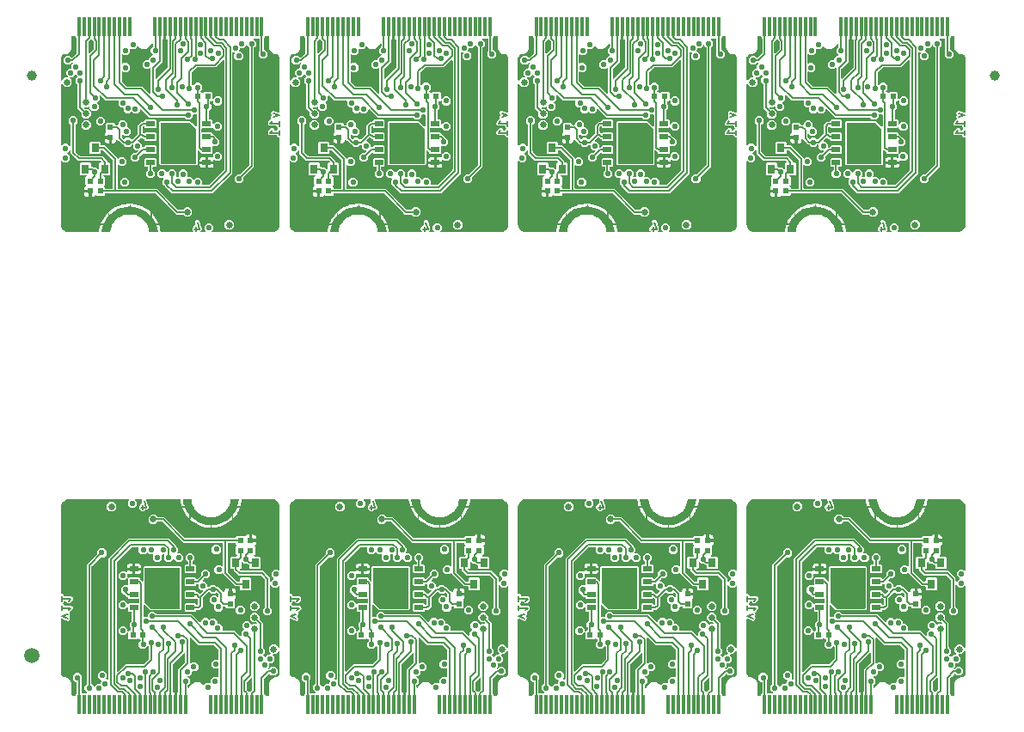
<source format=gbl>
G04 EAGLE Gerber RS-274X export*
G75*
%MOMM*%
%FSLAX34Y34*%
%LPD*%
%INBottom Copper*%
%IPPOS*%
%AMOC8*
5,1,8,0,0,1.08239X$1,22.5*%
G01*
%ADD10C,0.152400*%
%ADD11R,0.600000X0.600000*%
%ADD12R,0.350000X1.950000*%
%ADD13C,0.454000*%
%ADD14C,0.101600*%
%ADD15R,0.850000X0.500000*%
%ADD16R,0.800000X0.900000*%
%ADD17C,0.635000*%
%ADD18C,1.000000*%
%ADD19C,1.500000*%
%ADD20C,0.558800*%

G36*
X691217Y24112D02*
X691217Y24112D01*
X691237Y24110D01*
X691338Y24132D01*
X691440Y24149D01*
X691458Y24158D01*
X691477Y24162D01*
X691566Y24215D01*
X691658Y24264D01*
X691671Y24278D01*
X691689Y24288D01*
X691756Y24367D01*
X691827Y24442D01*
X691835Y24460D01*
X691848Y24475D01*
X691887Y24571D01*
X691931Y24665D01*
X691933Y24685D01*
X691940Y24703D01*
X691959Y24870D01*
X691959Y25632D01*
X692724Y26397D01*
X692777Y26471D01*
X692836Y26540D01*
X692849Y26570D01*
X692867Y26596D01*
X692894Y26683D01*
X692928Y26768D01*
X692933Y26809D01*
X692940Y26831D01*
X692939Y26864D01*
X692947Y26935D01*
X692947Y36920D01*
X692944Y36940D01*
X692946Y36959D01*
X692924Y37061D01*
X692907Y37163D01*
X692898Y37180D01*
X692894Y37200D01*
X692840Y37289D01*
X692792Y37380D01*
X692778Y37394D01*
X692767Y37411D01*
X692689Y37478D01*
X692614Y37550D01*
X692596Y37558D01*
X692580Y37571D01*
X692484Y37610D01*
X692391Y37653D01*
X692371Y37655D01*
X692352Y37663D01*
X692186Y37681D01*
X691945Y37681D01*
X689415Y40211D01*
X689415Y43789D01*
X691945Y46319D01*
X695522Y46319D01*
X698052Y43789D01*
X698052Y40211D01*
X697743Y39902D01*
X697690Y39828D01*
X697631Y39759D01*
X697619Y39729D01*
X697600Y39702D01*
X697573Y39615D01*
X697539Y39531D01*
X697534Y39490D01*
X697527Y39467D01*
X697528Y39435D01*
X697520Y39364D01*
X697520Y27286D01*
X697524Y27266D01*
X697521Y27247D01*
X697543Y27145D01*
X697560Y27043D01*
X697569Y27026D01*
X697574Y27006D01*
X697627Y26917D01*
X697675Y26826D01*
X697690Y26812D01*
X697700Y26795D01*
X697779Y26728D01*
X697854Y26656D01*
X697872Y26648D01*
X697887Y26635D01*
X697983Y26596D01*
X698077Y26553D01*
X698096Y26551D01*
X698115Y26543D01*
X698282Y26525D01*
X702439Y26525D01*
X702510Y26536D01*
X702582Y26538D01*
X702631Y26556D01*
X702682Y26564D01*
X702746Y26598D01*
X702813Y26623D01*
X702854Y26655D01*
X702900Y26680D01*
X702949Y26732D01*
X703005Y26776D01*
X703033Y26820D01*
X703069Y26858D01*
X703099Y26923D01*
X703138Y26983D01*
X703151Y27034D01*
X703173Y27081D01*
X703180Y27152D01*
X703198Y27222D01*
X703194Y27274D01*
X703200Y27325D01*
X703184Y27396D01*
X703179Y27467D01*
X703159Y27515D01*
X703147Y27566D01*
X703111Y27627D01*
X703083Y27693D01*
X703038Y27749D01*
X703021Y27777D01*
X703003Y27792D01*
X702978Y27824D01*
X700841Y29961D01*
X700841Y33539D01*
X702650Y35348D01*
X702703Y35422D01*
X702762Y35491D01*
X702775Y35521D01*
X702793Y35548D01*
X702820Y35635D01*
X702854Y35719D01*
X702859Y35760D01*
X702866Y35783D01*
X702865Y35815D01*
X702873Y35886D01*
X702873Y153143D01*
X713262Y163532D01*
X713315Y163606D01*
X713374Y163676D01*
X713387Y163706D01*
X713405Y163732D01*
X713432Y163819D01*
X713466Y163904D01*
X713471Y163945D01*
X713478Y163967D01*
X713477Y163999D01*
X713485Y164071D01*
X713485Y166629D01*
X716015Y169159D01*
X719592Y169159D01*
X722122Y166629D01*
X722122Y163051D01*
X719592Y160521D01*
X717034Y160521D01*
X716944Y160507D01*
X716853Y160499D01*
X716823Y160487D01*
X716791Y160482D01*
X716711Y160439D01*
X716627Y160403D01*
X716595Y160377D01*
X716574Y160366D01*
X716552Y160343D01*
X716496Y160298D01*
X707669Y151472D01*
X707616Y151398D01*
X707557Y151328D01*
X707545Y151298D01*
X707526Y151272D01*
X707499Y151185D01*
X707465Y151100D01*
X707460Y151059D01*
X707453Y151037D01*
X707454Y151005D01*
X707446Y150933D01*
X707446Y35886D01*
X707461Y35796D01*
X707468Y35705D01*
X707481Y35675D01*
X707486Y35643D01*
X707529Y35563D01*
X707564Y35479D01*
X707590Y35447D01*
X707601Y35426D01*
X707625Y35404D01*
X707669Y35348D01*
X709533Y33484D01*
X709549Y33472D01*
X709562Y33457D01*
X709649Y33401D01*
X709733Y33340D01*
X709752Y33335D01*
X709769Y33324D01*
X709869Y33298D01*
X709968Y33268D01*
X709988Y33269D01*
X710007Y33264D01*
X710110Y33272D01*
X710214Y33274D01*
X710233Y33281D01*
X710253Y33283D01*
X710347Y33323D01*
X710445Y33359D01*
X710461Y33371D01*
X710479Y33379D01*
X710610Y33484D01*
X713045Y35919D01*
X715954Y35919D01*
X715973Y35922D01*
X715993Y35920D01*
X716094Y35942D01*
X716196Y35958D01*
X716214Y35968D01*
X716233Y35972D01*
X716322Y36025D01*
X716414Y36074D01*
X716427Y36088D01*
X716445Y36098D01*
X716512Y36177D01*
X716583Y36252D01*
X716591Y36270D01*
X716604Y36285D01*
X716643Y36381D01*
X716687Y36475D01*
X716689Y36495D01*
X716696Y36513D01*
X716715Y36680D01*
X716715Y37789D01*
X717170Y38244D01*
X717212Y38303D01*
X717261Y38354D01*
X717283Y38402D01*
X717314Y38444D01*
X717335Y38512D01*
X717365Y38578D01*
X717371Y38629D01*
X717386Y38679D01*
X717384Y38751D01*
X717392Y38822D01*
X717381Y38873D01*
X717380Y38925D01*
X717355Y38992D01*
X717340Y39062D01*
X717313Y39107D01*
X717295Y39156D01*
X717250Y39212D01*
X717214Y39273D01*
X717174Y39307D01*
X717142Y39348D01*
X717081Y39387D01*
X717027Y39433D01*
X716978Y39453D01*
X716935Y39481D01*
X716865Y39498D01*
X716799Y39525D01*
X716727Y39533D01*
X716696Y39541D01*
X716673Y39539D01*
X716632Y39544D01*
X716207Y39544D01*
X713677Y42074D01*
X713677Y45651D01*
X716207Y48181D01*
X719785Y48181D01*
X722315Y45651D01*
X722315Y42074D01*
X721859Y41618D01*
X721818Y41560D01*
X721768Y41508D01*
X721746Y41461D01*
X721716Y41419D01*
X721695Y41350D01*
X721665Y41285D01*
X721659Y41233D01*
X721644Y41183D01*
X721645Y41112D01*
X721638Y41041D01*
X721649Y40990D01*
X721650Y40938D01*
X721675Y40870D01*
X721690Y40800D01*
X721716Y40755D01*
X721734Y40707D01*
X721779Y40651D01*
X721816Y40589D01*
X721856Y40555D01*
X721888Y40515D01*
X721948Y40476D01*
X722003Y40429D01*
X722051Y40410D01*
X722095Y40382D01*
X722164Y40364D01*
X722231Y40337D01*
X722302Y40329D01*
X722333Y40321D01*
X722357Y40323D01*
X722398Y40319D01*
X722822Y40319D01*
X722829Y40312D01*
X722888Y40270D01*
X722940Y40221D01*
X722960Y40211D01*
X722967Y40205D01*
X722991Y40196D01*
X723029Y40168D01*
X723098Y40147D01*
X723163Y40117D01*
X723214Y40111D01*
X723264Y40096D01*
X723336Y40098D01*
X723407Y40090D01*
X723458Y40101D01*
X723510Y40102D01*
X723577Y40127D01*
X723647Y40142D01*
X723692Y40169D01*
X723741Y40187D01*
X723797Y40232D01*
X723826Y40249D01*
X723828Y40250D01*
X723859Y40268D01*
X723892Y40308D01*
X723933Y40340D01*
X723972Y40401D01*
X723979Y40409D01*
X723997Y40428D01*
X723999Y40433D01*
X724018Y40455D01*
X724038Y40504D01*
X724066Y40547D01*
X724082Y40611D01*
X724101Y40651D01*
X724102Y40663D01*
X724110Y40683D01*
X724118Y40755D01*
X724126Y40786D01*
X724124Y40809D01*
X724129Y40850D01*
X724129Y159721D01*
X743531Y179123D01*
X783919Y179123D01*
X790794Y172247D01*
X790794Y172136D01*
X790809Y172046D01*
X790816Y171955D01*
X790829Y171925D01*
X790834Y171893D01*
X790877Y171813D01*
X790912Y171729D01*
X790938Y171697D01*
X790949Y171676D01*
X790973Y171654D01*
X791017Y171598D01*
X792826Y169789D01*
X792826Y166211D01*
X792333Y165718D01*
X792292Y165660D01*
X792242Y165608D01*
X792220Y165561D01*
X792190Y165519D01*
X792169Y165450D01*
X792139Y165385D01*
X792133Y165333D01*
X792118Y165283D01*
X792119Y165212D01*
X792112Y165141D01*
X792123Y165090D01*
X792124Y165038D01*
X792149Y164970D01*
X792164Y164900D01*
X792190Y164855D01*
X792208Y164807D01*
X792253Y164751D01*
X792290Y164689D01*
X792330Y164655D01*
X792362Y164615D01*
X792422Y164576D01*
X792477Y164529D01*
X792525Y164510D01*
X792569Y164482D01*
X792638Y164464D01*
X792705Y164437D01*
X792776Y164429D01*
X792807Y164421D01*
X792831Y164423D01*
X792872Y164419D01*
X795322Y164419D01*
X797852Y161889D01*
X797852Y158311D01*
X795322Y155781D01*
X791745Y155781D01*
X789122Y158404D01*
X789106Y158416D01*
X789093Y158431D01*
X789006Y158487D01*
X788922Y158548D01*
X788903Y158553D01*
X788886Y158564D01*
X788786Y158590D01*
X788687Y158620D01*
X788667Y158619D01*
X788648Y158624D01*
X788545Y158616D01*
X788441Y158614D01*
X788422Y158607D01*
X788403Y158605D01*
X788308Y158565D01*
X788210Y158529D01*
X788195Y158517D01*
X788176Y158509D01*
X788045Y158404D01*
X785322Y155681D01*
X781745Y155681D01*
X779215Y158211D01*
X779215Y161789D01*
X779408Y161982D01*
X779450Y162040D01*
X779499Y162092D01*
X779521Y162139D01*
X779551Y162181D01*
X779572Y162250D01*
X779603Y162315D01*
X779608Y162367D01*
X779624Y162417D01*
X779622Y162488D01*
X779630Y162559D01*
X779619Y162610D01*
X779617Y162662D01*
X779593Y162730D01*
X779577Y162800D01*
X779551Y162845D01*
X779533Y162893D01*
X779488Y162949D01*
X779451Y163011D01*
X779412Y163045D01*
X779379Y163085D01*
X779319Y163124D01*
X779264Y163171D01*
X779216Y163190D01*
X779172Y163218D01*
X779103Y163236D01*
X779036Y163263D01*
X778965Y163271D01*
X778934Y163279D01*
X778910Y163277D01*
X778869Y163281D01*
X777514Y163281D01*
X777443Y163270D01*
X777371Y163268D01*
X777322Y163250D01*
X777271Y163242D01*
X777208Y163208D01*
X777140Y163183D01*
X777100Y163151D01*
X777054Y163126D01*
X777004Y163074D01*
X776948Y163030D01*
X776920Y162986D01*
X776884Y162948D01*
X776854Y162883D01*
X776815Y162823D01*
X776803Y162772D01*
X776781Y162725D01*
X776773Y162654D01*
X776755Y162584D01*
X776759Y162532D01*
X776754Y162481D01*
X776769Y162411D01*
X776774Y162339D01*
X776795Y162291D01*
X776806Y162240D01*
X776843Y162179D01*
X776852Y162156D01*
X776852Y158527D01*
X774322Y155997D01*
X770745Y155997D01*
X768215Y158527D01*
X768215Y162105D01*
X768392Y162282D01*
X768434Y162340D01*
X768483Y162392D01*
X768505Y162439D01*
X768535Y162481D01*
X768556Y162550D01*
X768587Y162615D01*
X768592Y162667D01*
X768608Y162717D01*
X768606Y162788D01*
X768614Y162859D01*
X768603Y162910D01*
X768601Y162962D01*
X768577Y163030D01*
X768561Y163100D01*
X768535Y163145D01*
X768517Y163193D01*
X768472Y163249D01*
X768435Y163311D01*
X768396Y163345D01*
X768363Y163385D01*
X768303Y163424D01*
X768248Y163471D01*
X768200Y163490D01*
X768156Y163518D01*
X768087Y163536D01*
X768020Y163563D01*
X767949Y163571D01*
X767918Y163579D01*
X767894Y163577D01*
X767853Y163581D01*
X764845Y163581D01*
X763021Y165405D01*
X763005Y165416D01*
X762993Y165432D01*
X762905Y165488D01*
X762822Y165548D01*
X762803Y165554D01*
X762786Y165565D01*
X762685Y165590D01*
X762586Y165621D01*
X762566Y165620D01*
X762547Y165625D01*
X762444Y165617D01*
X762341Y165614D01*
X762322Y165607D01*
X762302Y165606D01*
X762207Y165566D01*
X762110Y165530D01*
X762094Y165517D01*
X762076Y165510D01*
X761945Y165405D01*
X760272Y163732D01*
X756694Y163732D01*
X754164Y166262D01*
X754164Y169994D01*
X754161Y170014D01*
X754163Y170033D01*
X754141Y170135D01*
X754124Y170237D01*
X754115Y170254D01*
X754111Y170274D01*
X754058Y170363D01*
X754009Y170454D01*
X753995Y170468D01*
X753985Y170485D01*
X753906Y170552D01*
X753831Y170624D01*
X753813Y170632D01*
X753798Y170645D01*
X753702Y170684D01*
X753608Y170727D01*
X753588Y170729D01*
X753570Y170737D01*
X753403Y170755D01*
X747338Y170755D01*
X747248Y170741D01*
X747157Y170733D01*
X747127Y170721D01*
X747095Y170716D01*
X747015Y170673D01*
X746931Y170637D01*
X746899Y170611D01*
X746878Y170600D01*
X746856Y170577D01*
X746800Y170532D01*
X732519Y156252D01*
X732466Y156178D01*
X732407Y156108D01*
X732395Y156078D01*
X732376Y156052D01*
X732349Y155965D01*
X732315Y155880D01*
X732310Y155839D01*
X732303Y155817D01*
X732304Y155785D01*
X732296Y155714D01*
X732296Y48534D01*
X732308Y48464D01*
X732310Y48392D01*
X732328Y48343D01*
X732336Y48292D01*
X732370Y48228D01*
X732394Y48161D01*
X732427Y48120D01*
X732451Y48074D01*
X732503Y48025D01*
X732548Y47969D01*
X732592Y47941D01*
X732630Y47905D01*
X732694Y47875D01*
X732755Y47836D01*
X732805Y47823D01*
X732853Y47801D01*
X732924Y47793D01*
X732993Y47776D01*
X733045Y47780D01*
X733097Y47774D01*
X733167Y47789D01*
X733239Y47795D01*
X733286Y47815D01*
X733337Y47826D01*
X733399Y47863D01*
X733465Y47891D01*
X733521Y47936D01*
X733549Y47953D01*
X733564Y47970D01*
X733596Y47996D01*
X739124Y53524D01*
X740686Y55087D01*
X758571Y55087D01*
X758661Y55101D01*
X758752Y55109D01*
X758782Y55121D01*
X758814Y55126D01*
X758895Y55169D01*
X758978Y55205D01*
X759011Y55231D01*
X759031Y55242D01*
X759053Y55265D01*
X759109Y55310D01*
X763824Y60024D01*
X763877Y60098D01*
X763936Y60168D01*
X763949Y60198D01*
X763967Y60224D01*
X763994Y60311D01*
X764028Y60396D01*
X764033Y60437D01*
X764040Y60459D01*
X764039Y60491D01*
X764047Y60563D01*
X764047Y71864D01*
X764032Y71954D01*
X764025Y72045D01*
X764012Y72075D01*
X764007Y72107D01*
X763964Y72187D01*
X763929Y72271D01*
X763903Y72303D01*
X763892Y72324D01*
X763869Y72346D01*
X763824Y72402D01*
X763559Y72667D01*
X763543Y72679D01*
X763530Y72694D01*
X763443Y72750D01*
X763359Y72811D01*
X763340Y72816D01*
X763323Y72827D01*
X763223Y72853D01*
X763124Y72883D01*
X763104Y72882D01*
X763085Y72887D01*
X762982Y72879D01*
X762878Y72877D01*
X762859Y72870D01*
X762840Y72868D01*
X762745Y72828D01*
X762647Y72792D01*
X762632Y72780D01*
X762613Y72772D01*
X762482Y72667D01*
X760322Y70507D01*
X756745Y70507D01*
X754215Y73037D01*
X754215Y76615D01*
X755776Y78176D01*
X755818Y78234D01*
X755867Y78286D01*
X755889Y78333D01*
X755919Y78375D01*
X755940Y78444D01*
X755971Y78509D01*
X755976Y78561D01*
X755992Y78611D01*
X755990Y78682D01*
X755998Y78753D01*
X755987Y78804D01*
X755985Y78856D01*
X755961Y78924D01*
X755945Y78994D01*
X755919Y79039D01*
X755901Y79087D01*
X755856Y79143D01*
X755819Y79205D01*
X755780Y79239D01*
X755747Y79279D01*
X755687Y79318D01*
X755632Y79365D01*
X755584Y79384D01*
X755540Y79412D01*
X755471Y79430D01*
X755404Y79457D01*
X755333Y79465D01*
X755302Y79473D01*
X755278Y79471D01*
X755237Y79475D01*
X754802Y79475D01*
X753972Y80305D01*
X753956Y80317D01*
X753943Y80333D01*
X753856Y80389D01*
X753772Y80449D01*
X753753Y80455D01*
X753736Y80466D01*
X753636Y80491D01*
X753537Y80521D01*
X753517Y80521D01*
X753498Y80526D01*
X753395Y80518D01*
X753291Y80515D01*
X753272Y80508D01*
X753253Y80507D01*
X753158Y80466D01*
X753060Y80431D01*
X753045Y80418D01*
X753026Y80410D01*
X752895Y80305D01*
X752065Y79475D01*
X744802Y79475D01*
X743909Y80368D01*
X743909Y85830D01*
X743897Y85901D01*
X743895Y85972D01*
X743878Y86021D01*
X743869Y86073D01*
X743836Y86136D01*
X743811Y86203D01*
X743778Y86244D01*
X743754Y86290D01*
X743702Y86339D01*
X743657Y86395D01*
X743613Y86424D01*
X743576Y86459D01*
X743511Y86490D01*
X743450Y86528D01*
X743400Y86541D01*
X743353Y86563D01*
X743281Y86571D01*
X743212Y86588D01*
X743160Y86584D01*
X743108Y86590D01*
X743038Y86575D01*
X742967Y86569D01*
X742919Y86549D01*
X742868Y86538D01*
X742806Y86501D01*
X742740Y86473D01*
X742684Y86428D01*
X742657Y86412D01*
X742641Y86394D01*
X742609Y86368D01*
X740222Y83981D01*
X736645Y83981D01*
X734115Y86511D01*
X734115Y90089D01*
X736645Y92619D01*
X740222Y92619D01*
X742752Y90089D01*
X742752Y88313D01*
X742764Y88242D01*
X742766Y88170D01*
X742784Y88121D01*
X742792Y88070D01*
X742826Y88007D01*
X742850Y87939D01*
X742883Y87899D01*
X742907Y87853D01*
X742959Y87803D01*
X743004Y87747D01*
X743048Y87719D01*
X743086Y87683D01*
X743151Y87653D01*
X743211Y87614D01*
X743261Y87602D01*
X743309Y87580D01*
X743380Y87572D01*
X743449Y87554D01*
X743501Y87558D01*
X743553Y87553D01*
X743623Y87568D01*
X743695Y87573D01*
X743742Y87594D01*
X743793Y87605D01*
X743855Y87642D01*
X743921Y87670D01*
X743977Y87715D01*
X744005Y87731D01*
X744020Y87749D01*
X744052Y87775D01*
X744802Y88525D01*
X745386Y88525D01*
X745405Y88528D01*
X745425Y88526D01*
X745526Y88548D01*
X745628Y88564D01*
X745646Y88574D01*
X745665Y88578D01*
X745754Y88631D01*
X745846Y88680D01*
X745859Y88694D01*
X745877Y88704D01*
X745944Y88783D01*
X746015Y88858D01*
X746023Y88876D01*
X746036Y88891D01*
X746075Y88987D01*
X746119Y89081D01*
X746121Y89101D01*
X746128Y89119D01*
X746147Y89286D01*
X746147Y90964D01*
X746132Y91054D01*
X746125Y91145D01*
X746112Y91175D01*
X746107Y91207D01*
X746064Y91287D01*
X746029Y91371D01*
X746003Y91403D01*
X745992Y91424D01*
X745969Y91446D01*
X745924Y91502D01*
X745115Y92311D01*
X745115Y95889D01*
X746924Y97698D01*
X746977Y97772D01*
X747036Y97841D01*
X747049Y97871D01*
X747067Y97898D01*
X747094Y97985D01*
X747128Y98069D01*
X747133Y98110D01*
X747140Y98133D01*
X747139Y98165D01*
X747147Y98236D01*
X747147Y106164D01*
X747144Y106184D01*
X747146Y106203D01*
X747124Y106305D01*
X747107Y106407D01*
X747098Y106424D01*
X747094Y106444D01*
X747040Y106533D01*
X746992Y106624D01*
X746978Y106638D01*
X746967Y106655D01*
X746889Y106722D01*
X746814Y106794D01*
X746796Y106802D01*
X746780Y106815D01*
X746684Y106854D01*
X746591Y106897D01*
X746571Y106899D01*
X746552Y106907D01*
X746386Y106925D01*
X744602Y106925D01*
X743709Y107818D01*
X743709Y110504D01*
X743697Y110575D01*
X743695Y110646D01*
X743678Y110695D01*
X743669Y110747D01*
X743636Y110810D01*
X743611Y110877D01*
X743578Y110918D01*
X743554Y110964D01*
X743502Y111013D01*
X743457Y111069D01*
X743413Y111098D01*
X743376Y111133D01*
X743311Y111164D01*
X743250Y111202D01*
X743200Y111215D01*
X743153Y111237D01*
X743081Y111245D01*
X743012Y111262D01*
X742960Y111258D01*
X742908Y111264D01*
X742838Y111249D01*
X742767Y111243D01*
X742719Y111223D01*
X742668Y111212D01*
X742606Y111175D01*
X742540Y111147D01*
X742484Y111102D01*
X742457Y111086D01*
X742441Y111068D01*
X742409Y111042D01*
X740522Y109155D01*
X736945Y109155D01*
X734415Y111685D01*
X734415Y115263D01*
X736945Y117793D01*
X740522Y117793D01*
X743052Y115263D01*
X743064Y115192D01*
X743066Y115120D01*
X743084Y115071D01*
X743092Y115020D01*
X743126Y114957D01*
X743150Y114889D01*
X743183Y114849D01*
X743207Y114803D01*
X743259Y114753D01*
X743304Y114697D01*
X743348Y114669D01*
X743386Y114633D01*
X743451Y114603D01*
X743511Y114564D01*
X743561Y114552D01*
X743609Y114530D01*
X743680Y114522D01*
X743749Y114504D01*
X743801Y114508D01*
X743853Y114503D01*
X743923Y114518D01*
X743995Y114523D01*
X744042Y114544D01*
X744093Y114555D01*
X744155Y114592D01*
X744221Y114620D01*
X744277Y114665D01*
X744305Y114681D01*
X744320Y114699D01*
X744352Y114725D01*
X744602Y114975D01*
X753686Y114975D01*
X753705Y114978D01*
X753725Y114976D01*
X753826Y114998D01*
X753928Y115014D01*
X753946Y115024D01*
X753965Y115028D01*
X754054Y115081D01*
X754146Y115130D01*
X754159Y115144D01*
X754177Y115154D01*
X754244Y115233D01*
X754315Y115308D01*
X754323Y115326D01*
X754336Y115341D01*
X754375Y115437D01*
X754419Y115531D01*
X754421Y115551D01*
X754428Y115569D01*
X754447Y115736D01*
X754447Y118864D01*
X754444Y118884D01*
X754446Y118903D01*
X754424Y119005D01*
X754407Y119107D01*
X754398Y119124D01*
X754394Y119144D01*
X754340Y119233D01*
X754292Y119324D01*
X754278Y119338D01*
X754267Y119355D01*
X754189Y119422D01*
X754114Y119494D01*
X754096Y119502D01*
X754080Y119515D01*
X753984Y119554D01*
X753891Y119597D01*
X753871Y119599D01*
X753852Y119607D01*
X753686Y119625D01*
X744602Y119625D01*
X743709Y120518D01*
X743709Y120602D01*
X743706Y120622D01*
X743708Y120641D01*
X743686Y120743D01*
X743669Y120845D01*
X743660Y120862D01*
X743656Y120882D01*
X743602Y120971D01*
X743554Y121062D01*
X743540Y121076D01*
X743529Y121093D01*
X743451Y121160D01*
X743376Y121232D01*
X743358Y121240D01*
X743342Y121253D01*
X743246Y121292D01*
X743153Y121335D01*
X743133Y121337D01*
X743114Y121345D01*
X742948Y121363D01*
X742436Y121363D01*
X739901Y123898D01*
X739827Y123951D01*
X739758Y124011D01*
X739728Y124023D01*
X739702Y124042D01*
X739615Y124069D01*
X739530Y124103D01*
X739489Y124107D01*
X739467Y124114D01*
X739434Y124113D01*
X739363Y124121D01*
X739305Y124121D01*
X736775Y126651D01*
X736775Y130229D01*
X739305Y132759D01*
X742948Y132759D01*
X742967Y132762D01*
X742987Y132760D01*
X743088Y132782D01*
X743190Y132798D01*
X743208Y132808D01*
X743227Y132812D01*
X743316Y132865D01*
X743408Y132914D01*
X743421Y132928D01*
X743439Y132938D01*
X743506Y133017D01*
X743577Y133092D01*
X743585Y133110D01*
X743598Y133125D01*
X743637Y133221D01*
X743681Y133315D01*
X743683Y133335D01*
X743690Y133353D01*
X743709Y133520D01*
X743709Y139630D01*
X743697Y139701D01*
X743695Y139772D01*
X743678Y139821D01*
X743669Y139873D01*
X743636Y139936D01*
X743611Y140003D01*
X743578Y140044D01*
X743554Y140090D01*
X743530Y140113D01*
X743551Y140103D01*
X743611Y140064D01*
X743661Y140052D01*
X743709Y140030D01*
X743780Y140022D01*
X743849Y140004D01*
X743901Y140008D01*
X743953Y140003D01*
X744023Y140018D01*
X744095Y140023D01*
X744142Y140044D01*
X744193Y140055D01*
X744255Y140092D01*
X744321Y140120D01*
X744377Y140165D01*
X744405Y140181D01*
X744420Y140199D01*
X744452Y140225D01*
X744602Y140375D01*
X754365Y140375D01*
X755258Y139482D01*
X755258Y139225D01*
X755273Y139134D01*
X755280Y139044D01*
X755293Y139014D01*
X755298Y138982D01*
X755341Y138901D01*
X755376Y138817D01*
X755402Y138785D01*
X755413Y138764D01*
X755436Y138742D01*
X755481Y138686D01*
X757159Y137008D01*
X757218Y136966D01*
X757270Y136917D01*
X757317Y136895D01*
X757359Y136865D01*
X757428Y136844D01*
X757493Y136813D01*
X757544Y136808D01*
X757594Y136792D01*
X757666Y136794D01*
X757737Y136786D01*
X757788Y136797D01*
X757840Y136799D01*
X757907Y136823D01*
X757977Y136838D01*
X758022Y136865D01*
X758071Y136883D01*
X758127Y136928D01*
X758189Y136965D01*
X758222Y137004D01*
X758263Y137037D01*
X758302Y137097D01*
X758348Y137152D01*
X758368Y137200D01*
X758396Y137244D01*
X758414Y137313D01*
X758440Y137380D01*
X758448Y137451D01*
X758456Y137482D01*
X758454Y137506D01*
X758459Y137546D01*
X758459Y150735D01*
X759498Y151775D01*
X794969Y151775D01*
X796008Y150735D01*
X796008Y109265D01*
X794969Y108225D01*
X765498Y108225D01*
X764236Y109488D01*
X760320Y113404D01*
X760262Y113446D01*
X760210Y113495D01*
X760162Y113517D01*
X760120Y113547D01*
X760052Y113569D01*
X759987Y113599D01*
X759935Y113604D01*
X759885Y113620D01*
X759813Y113618D01*
X759742Y113626D01*
X759691Y113615D01*
X759639Y113613D01*
X759572Y113589D01*
X759502Y113574D01*
X759457Y113547D01*
X759408Y113529D01*
X759352Y113484D01*
X759291Y113447D01*
X759257Y113408D01*
X759216Y113375D01*
X759177Y113315D01*
X759131Y113260D01*
X759111Y113212D01*
X759083Y113168D01*
X759066Y113099D01*
X759039Y113032D01*
X759031Y112961D01*
X759023Y112930D01*
X759025Y112907D01*
X759020Y112866D01*
X759020Y102520D01*
X759024Y102500D01*
X759021Y102481D01*
X759043Y102379D01*
X759060Y102277D01*
X759069Y102260D01*
X759074Y102240D01*
X759127Y102151D01*
X759175Y102060D01*
X759190Y102046D01*
X759200Y102029D01*
X759279Y101962D01*
X759354Y101890D01*
X759372Y101882D01*
X759387Y101869D01*
X759483Y101830D01*
X759577Y101787D01*
X759596Y101785D01*
X759615Y101777D01*
X759782Y101759D01*
X762464Y101759D01*
X762483Y101762D01*
X762503Y101760D01*
X762604Y101782D01*
X762706Y101798D01*
X762724Y101808D01*
X762743Y101812D01*
X762832Y101865D01*
X762924Y101914D01*
X762937Y101928D01*
X762955Y101938D01*
X763022Y102017D01*
X763093Y102092D01*
X763101Y102110D01*
X763114Y102125D01*
X763153Y102221D01*
X763197Y102315D01*
X763199Y102335D01*
X763206Y102353D01*
X763225Y102520D01*
X763225Y104109D01*
X765755Y106639D01*
X769332Y106639D01*
X771142Y104830D01*
X771215Y104777D01*
X771285Y104717D01*
X771315Y104705D01*
X771341Y104686D01*
X771428Y104659D01*
X771513Y104625D01*
X771554Y104621D01*
X771576Y104614D01*
X771609Y104615D01*
X771680Y104607D01*
X806120Y104607D01*
X814028Y96699D01*
X814086Y96657D01*
X814138Y96607D01*
X814185Y96586D01*
X814228Y96555D01*
X814296Y96534D01*
X814361Y96504D01*
X814413Y96498D01*
X814463Y96483D01*
X814534Y96485D01*
X814606Y96477D01*
X814656Y96488D01*
X814709Y96489D01*
X814776Y96514D01*
X814846Y96529D01*
X814891Y96556D01*
X814940Y96574D01*
X814996Y96618D01*
X815057Y96655D01*
X815091Y96695D01*
X815132Y96727D01*
X815170Y96788D01*
X815217Y96842D01*
X815236Y96890D01*
X815265Y96934D01*
X815282Y97004D01*
X815309Y97070D01*
X815317Y97142D01*
X815325Y97173D01*
X815323Y97196D01*
X815327Y97237D01*
X815327Y97976D01*
X817857Y100506D01*
X821435Y100506D01*
X822945Y98996D01*
X822961Y98984D01*
X822974Y98969D01*
X823061Y98913D01*
X823145Y98852D01*
X823164Y98847D01*
X823181Y98836D01*
X823281Y98810D01*
X823380Y98780D01*
X823400Y98781D01*
X823419Y98776D01*
X823522Y98784D01*
X823626Y98786D01*
X823645Y98793D01*
X823665Y98795D01*
X823759Y98835D01*
X823857Y98871D01*
X823873Y98883D01*
X823891Y98891D01*
X824022Y98996D01*
X825245Y100219D01*
X828822Y100219D01*
X831352Y97689D01*
X831352Y95554D01*
X831356Y95534D01*
X831353Y95515D01*
X831375Y95413D01*
X831392Y95311D01*
X831401Y95294D01*
X831406Y95274D01*
X831459Y95185D01*
X831507Y95094D01*
X831522Y95080D01*
X831532Y95063D01*
X831611Y94996D01*
X831686Y94924D01*
X831704Y94916D01*
X831719Y94903D01*
X831815Y94864D01*
X831909Y94821D01*
X831928Y94819D01*
X831947Y94811D01*
X832114Y94793D01*
X833822Y94793D01*
X836352Y92263D01*
X836352Y88696D01*
X836356Y88676D01*
X836353Y88657D01*
X836375Y88555D01*
X836392Y88453D01*
X836401Y88436D01*
X836406Y88416D01*
X836459Y88327D01*
X836507Y88236D01*
X836522Y88222D01*
X836532Y88205D01*
X836611Y88138D01*
X836686Y88066D01*
X836704Y88058D01*
X836719Y88045D01*
X836815Y88006D01*
X836909Y87963D01*
X836928Y87961D01*
X836947Y87953D01*
X837114Y87935D01*
X848893Y87935D01*
X850455Y86372D01*
X853765Y83062D01*
X853824Y83020D01*
X853876Y82971D01*
X853923Y82949D01*
X853965Y82919D01*
X854034Y82898D01*
X854099Y82867D01*
X854150Y82862D01*
X854200Y82846D01*
X854272Y82848D01*
X854343Y82840D01*
X854394Y82851D01*
X854446Y82853D01*
X854513Y82877D01*
X854583Y82892D01*
X854628Y82919D01*
X854677Y82937D01*
X854733Y82982D01*
X854795Y83019D01*
X854828Y83058D01*
X854869Y83091D01*
X854908Y83151D01*
X854954Y83206D01*
X854974Y83254D01*
X855002Y83298D01*
X855020Y83367D01*
X855046Y83434D01*
X855054Y83505D01*
X855062Y83536D01*
X855060Y83560D01*
X855065Y83600D01*
X855065Y86879D01*
X857368Y89182D01*
X857379Y89198D01*
X857395Y89210D01*
X857451Y89298D01*
X857511Y89381D01*
X857517Y89400D01*
X857528Y89417D01*
X857553Y89518D01*
X857584Y89617D01*
X857583Y89636D01*
X857588Y89656D01*
X857580Y89759D01*
X857577Y89862D01*
X857570Y89881D01*
X857569Y89901D01*
X857528Y89996D01*
X857493Y90093D01*
X857480Y90109D01*
X857473Y90127D01*
X857368Y90258D01*
X855915Y91711D01*
X855915Y95289D01*
X858445Y97819D01*
X862022Y97819D01*
X864552Y95289D01*
X864552Y94803D01*
X864564Y94732D01*
X864566Y94661D01*
X864584Y94612D01*
X864592Y94560D01*
X864626Y94497D01*
X864650Y94429D01*
X864683Y94389D01*
X864707Y94343D01*
X864759Y94294D01*
X864804Y94237D01*
X864848Y94209D01*
X864886Y94173D01*
X864951Y94143D01*
X865011Y94104D01*
X865061Y94092D01*
X865109Y94070D01*
X865180Y94062D01*
X865249Y94044D01*
X865301Y94048D01*
X865353Y94043D01*
X865423Y94058D01*
X865495Y94064D01*
X865542Y94084D01*
X865593Y94095D01*
X865655Y94132D01*
X865721Y94160D01*
X865777Y94205D01*
X865805Y94221D01*
X865820Y94239D01*
X865852Y94265D01*
X866287Y94700D01*
X869462Y94700D01*
X869533Y94711D01*
X869605Y94713D01*
X869654Y94731D01*
X869705Y94739D01*
X869768Y94773D01*
X869836Y94798D01*
X869876Y94830D01*
X869922Y94855D01*
X869972Y94907D01*
X870028Y94951D01*
X870056Y94995D01*
X870092Y95033D01*
X870122Y95098D01*
X870161Y95158D01*
X870173Y95209D01*
X870195Y95256D01*
X870203Y95327D01*
X870221Y95397D01*
X870217Y95449D01*
X870222Y95500D01*
X870207Y95571D01*
X870202Y95642D01*
X870181Y95690D01*
X870170Y95741D01*
X870133Y95802D01*
X870105Y95868D01*
X870060Y95924D01*
X870044Y95952D01*
X870026Y95967D01*
X870000Y95999D01*
X869922Y96077D01*
X869848Y96131D01*
X869779Y96190D01*
X869749Y96202D01*
X869722Y96221D01*
X869635Y96248D01*
X869551Y96282D01*
X869510Y96286D01*
X869487Y96293D01*
X869455Y96292D01*
X869384Y96300D01*
X866287Y96300D01*
X863534Y99053D01*
X863534Y102947D01*
X866287Y105700D01*
X870180Y105700D01*
X872933Y102947D01*
X872933Y99850D01*
X872948Y99759D01*
X872955Y99669D01*
X872968Y99639D01*
X872973Y99607D01*
X873016Y99526D01*
X873051Y99442D01*
X873077Y99410D01*
X873088Y99389D01*
X873112Y99367D01*
X873156Y99311D01*
X876520Y95947D01*
X876520Y72136D01*
X876535Y72046D01*
X876542Y71955D01*
X876555Y71925D01*
X876560Y71893D01*
X876603Y71813D01*
X876638Y71729D01*
X876664Y71697D01*
X876675Y71676D01*
X876699Y71654D01*
X876743Y71598D01*
X878552Y69789D01*
X878552Y66211D01*
X877072Y64731D01*
X877061Y64715D01*
X877045Y64702D01*
X876989Y64615D01*
X876929Y64531D01*
X876923Y64512D01*
X876912Y64495D01*
X876887Y64395D01*
X876856Y64296D01*
X876857Y64276D01*
X876852Y64257D01*
X876860Y64154D01*
X876863Y64050D01*
X876869Y64031D01*
X876871Y64012D01*
X876911Y63917D01*
X876947Y63819D01*
X876960Y63804D01*
X876967Y63785D01*
X877072Y63654D01*
X878138Y62589D01*
X878154Y62577D01*
X878167Y62561D01*
X878254Y62505D01*
X878338Y62445D01*
X878357Y62439D01*
X878374Y62428D01*
X878474Y62403D01*
X878573Y62373D01*
X878593Y62373D01*
X878612Y62368D01*
X878715Y62376D01*
X878819Y62379D01*
X878837Y62386D01*
X878857Y62387D01*
X878952Y62428D01*
X879050Y62463D01*
X879065Y62476D01*
X879084Y62484D01*
X879215Y62589D01*
X881545Y64919D01*
X883331Y64919D01*
X883401Y64930D01*
X883473Y64932D01*
X883522Y64950D01*
X883573Y64958D01*
X883637Y64992D01*
X883704Y65017D01*
X883745Y65049D01*
X883791Y65074D01*
X883840Y65126D01*
X883896Y65170D01*
X883924Y65214D01*
X883960Y65252D01*
X883990Y65317D01*
X884029Y65377D01*
X884042Y65428D01*
X884064Y65475D01*
X884072Y65546D01*
X884089Y65616D01*
X884085Y65668D01*
X884091Y65719D01*
X884076Y65790D01*
X884070Y65861D01*
X884050Y65909D01*
X884039Y65960D01*
X884002Y66021D01*
X883974Y66087D01*
X883929Y66143D01*
X883912Y66171D01*
X883895Y66186D01*
X883869Y66218D01*
X882334Y67753D01*
X882334Y71647D01*
X885087Y74400D01*
X888980Y74400D01*
X891774Y71606D01*
X891833Y71564D01*
X891885Y71514D01*
X891932Y71493D01*
X891974Y71462D01*
X892043Y71441D01*
X892108Y71411D01*
X892159Y71405D01*
X892209Y71390D01*
X892281Y71392D01*
X892352Y71384D01*
X892403Y71395D01*
X892455Y71396D01*
X892522Y71421D01*
X892592Y71436D01*
X892637Y71463D01*
X892686Y71481D01*
X892742Y71525D01*
X892804Y71562D01*
X892837Y71602D01*
X892878Y71634D01*
X892917Y71695D01*
X892963Y71749D01*
X892983Y71797D01*
X893011Y71841D01*
X893029Y71911D01*
X893055Y71977D01*
X893063Y72049D01*
X893071Y72080D01*
X893069Y72103D01*
X893074Y72144D01*
X893074Y131395D01*
X893062Y131466D01*
X893060Y131537D01*
X893043Y131586D01*
X893034Y131638D01*
X893001Y131701D01*
X892976Y131768D01*
X892943Y131809D01*
X892919Y131855D01*
X892867Y131904D01*
X892822Y131960D01*
X892778Y131989D01*
X892741Y132024D01*
X892676Y132055D01*
X892615Y132093D01*
X892565Y132106D01*
X892518Y132128D01*
X892446Y132136D01*
X892377Y132153D01*
X892325Y132149D01*
X892273Y132155D01*
X892203Y132140D01*
X892132Y132134D01*
X892084Y132114D01*
X892033Y132103D01*
X891971Y132066D01*
X891905Y132038D01*
X891849Y131993D01*
X891822Y131977D01*
X891806Y131959D01*
X891774Y131933D01*
X890422Y130581D01*
X886845Y130581D01*
X884510Y132916D01*
X884452Y132958D01*
X884400Y133007D01*
X884352Y133029D01*
X884310Y133060D01*
X884242Y133081D01*
X884177Y133111D01*
X884125Y133117D01*
X884075Y133132D01*
X884003Y133130D01*
X883932Y133138D01*
X883881Y133127D01*
X883829Y133126D01*
X883762Y133101D01*
X883692Y133086D01*
X883647Y133059D01*
X883598Y133041D01*
X883542Y132996D01*
X883481Y132960D01*
X883447Y132920D01*
X883406Y132888D01*
X883367Y132827D01*
X883321Y132773D01*
X883301Y132724D01*
X883273Y132681D01*
X883256Y132611D01*
X883229Y132545D01*
X883221Y132473D01*
X883213Y132442D01*
X883215Y132419D01*
X883210Y132378D01*
X883210Y111866D01*
X883225Y111776D01*
X883232Y111685D01*
X883245Y111655D01*
X883250Y111623D01*
X883293Y111543D01*
X883328Y111459D01*
X883354Y111427D01*
X883365Y111406D01*
X883389Y111384D01*
X883433Y111328D01*
X885242Y109519D01*
X885242Y105941D01*
X882712Y103411D01*
X879135Y103411D01*
X876605Y105941D01*
X876605Y109519D01*
X878414Y111328D01*
X878467Y111402D01*
X878526Y111471D01*
X878539Y111501D01*
X878557Y111528D01*
X878584Y111615D01*
X878618Y111699D01*
X878623Y111740D01*
X878630Y111763D01*
X878629Y111795D01*
X878637Y111866D01*
X878637Y138047D01*
X878622Y138138D01*
X878615Y138228D01*
X878602Y138258D01*
X878597Y138290D01*
X878554Y138371D01*
X878519Y138455D01*
X878493Y138487D01*
X878482Y138508D01*
X878459Y138530D01*
X878414Y138586D01*
X874677Y142322D01*
X874603Y142375D01*
X874534Y142435D01*
X874504Y142447D01*
X874478Y142466D01*
X874391Y142493D01*
X874306Y142527D01*
X874265Y142531D01*
X874243Y142538D01*
X874210Y142537D01*
X874139Y142545D01*
X852454Y142545D01*
X847447Y147553D01*
X847447Y148514D01*
X847444Y148534D01*
X847446Y148553D01*
X847424Y148655D01*
X847407Y148757D01*
X847398Y148774D01*
X847394Y148794D01*
X847340Y148883D01*
X847292Y148974D01*
X847278Y148988D01*
X847267Y149005D01*
X847189Y149072D01*
X847114Y149144D01*
X847096Y149152D01*
X847080Y149165D01*
X846984Y149204D01*
X846891Y149247D01*
X846871Y149249D01*
X846852Y149257D01*
X846686Y149275D01*
X845102Y149275D01*
X844209Y150168D01*
X844209Y160432D01*
X845102Y161325D01*
X850215Y161325D01*
X850285Y161336D01*
X850357Y161338D01*
X850406Y161356D01*
X850458Y161364D01*
X850521Y161398D01*
X850588Y161423D01*
X850629Y161455D01*
X850675Y161480D01*
X850724Y161532D01*
X850780Y161576D01*
X850808Y161620D01*
X850844Y161658D01*
X850874Y161723D01*
X850913Y161783D01*
X850926Y161834D01*
X850948Y161881D01*
X850956Y161952D01*
X850973Y162022D01*
X850969Y162074D01*
X850975Y162125D01*
X850960Y162196D01*
X850954Y162267D01*
X850934Y162315D01*
X850923Y162366D01*
X850886Y162427D01*
X850858Y162493D01*
X850813Y162549D01*
X850797Y162577D01*
X850779Y162592D01*
X850753Y162624D01*
X849709Y163668D01*
X849709Y170932D01*
X850489Y171712D01*
X850501Y171728D01*
X850516Y171740D01*
X850572Y171828D01*
X850633Y171911D01*
X850638Y171930D01*
X850649Y171947D01*
X850674Y172048D01*
X850705Y172147D01*
X850704Y172166D01*
X850709Y172186D01*
X850701Y172289D01*
X850699Y172392D01*
X850692Y172411D01*
X850690Y172431D01*
X850650Y172526D01*
X850614Y172623D01*
X850602Y172639D01*
X850594Y172657D01*
X850489Y172788D01*
X849709Y173568D01*
X849709Y174152D01*
X849706Y174172D01*
X849708Y174191D01*
X849686Y174293D01*
X849669Y174395D01*
X849660Y174412D01*
X849656Y174432D01*
X849602Y174521D01*
X849554Y174612D01*
X849540Y174626D01*
X849529Y174643D01*
X849451Y174710D01*
X849376Y174782D01*
X849358Y174790D01*
X849342Y174803D01*
X849246Y174842D01*
X849153Y174885D01*
X849133Y174887D01*
X849114Y174895D01*
X848948Y174913D01*
X842482Y174913D01*
X842462Y174910D01*
X842442Y174912D01*
X842341Y174890D01*
X842239Y174874D01*
X842221Y174864D01*
X842202Y174860D01*
X842113Y174807D01*
X842021Y174758D01*
X842008Y174744D01*
X841991Y174734D01*
X841923Y174655D01*
X841852Y174580D01*
X841844Y174562D01*
X841831Y174547D01*
X841792Y174451D01*
X841748Y174357D01*
X841746Y174337D01*
X841739Y174319D01*
X841720Y174152D01*
X841720Y146543D01*
X841735Y146452D01*
X841742Y146362D01*
X841755Y146332D01*
X841760Y146300D01*
X841803Y146219D01*
X841838Y146135D01*
X841864Y146103D01*
X841875Y146082D01*
X841899Y146060D01*
X841943Y146004D01*
X851138Y136810D01*
X851212Y136757D01*
X851281Y136697D01*
X851311Y136685D01*
X851338Y136666D01*
X851425Y136639D01*
X851509Y136605D01*
X851550Y136601D01*
X851573Y136594D01*
X851605Y136595D01*
X851676Y136587D01*
X852948Y136587D01*
X852967Y136590D01*
X852987Y136588D01*
X853088Y136610D01*
X853190Y136626D01*
X853208Y136636D01*
X853227Y136640D01*
X853316Y136693D01*
X853408Y136742D01*
X853421Y136756D01*
X853439Y136766D01*
X853506Y136845D01*
X853577Y136920D01*
X853585Y136938D01*
X853598Y136953D01*
X853637Y137049D01*
X853681Y137143D01*
X853683Y137163D01*
X853690Y137181D01*
X853709Y137348D01*
X853709Y139432D01*
X854602Y140325D01*
X863865Y140325D01*
X864758Y139432D01*
X864758Y129168D01*
X863865Y128275D01*
X854602Y128275D01*
X853709Y129168D01*
X853709Y131252D01*
X853706Y131272D01*
X853708Y131291D01*
X853686Y131393D01*
X853669Y131495D01*
X853660Y131512D01*
X853656Y131532D01*
X853602Y131621D01*
X853554Y131712D01*
X853540Y131726D01*
X853529Y131743D01*
X853451Y131810D01*
X853376Y131882D01*
X853358Y131890D01*
X853342Y131903D01*
X853246Y131942D01*
X853153Y131985D01*
X853133Y131987D01*
X853114Y131995D01*
X852948Y132013D01*
X849466Y132013D01*
X837147Y144333D01*
X837147Y144468D01*
X837135Y144539D01*
X837133Y144610D01*
X837116Y144659D01*
X837107Y144711D01*
X837074Y144774D01*
X837049Y144841D01*
X837016Y144882D01*
X836992Y144928D01*
X836940Y144977D01*
X836895Y145033D01*
X836851Y145062D01*
X836814Y145097D01*
X836749Y145128D01*
X836688Y145166D01*
X836638Y145179D01*
X836591Y145201D01*
X836519Y145209D01*
X836450Y145226D01*
X836398Y145222D01*
X836346Y145228D01*
X836276Y145213D01*
X836205Y145207D01*
X836157Y145187D01*
X836106Y145176D01*
X836044Y145139D01*
X835978Y145111D01*
X835922Y145066D01*
X835895Y145050D01*
X835879Y145032D01*
X835847Y145006D01*
X834822Y143981D01*
X831245Y143981D01*
X828715Y146511D01*
X828715Y150089D01*
X831245Y152619D01*
X834822Y152619D01*
X835847Y151594D01*
X835906Y151552D01*
X835958Y151503D01*
X836005Y151481D01*
X836047Y151450D01*
X836116Y151429D01*
X836181Y151399D01*
X836232Y151393D01*
X836282Y151378D01*
X836354Y151380D01*
X836425Y151372D01*
X836476Y151383D01*
X836528Y151384D01*
X836595Y151409D01*
X836665Y151424D01*
X836710Y151451D01*
X836759Y151469D01*
X836815Y151514D01*
X836877Y151550D01*
X836910Y151590D01*
X836951Y151622D01*
X836990Y151683D01*
X837036Y151737D01*
X837056Y151786D01*
X837084Y151829D01*
X837102Y151899D01*
X837128Y151965D01*
X837136Y152037D01*
X837144Y152068D01*
X837142Y152091D01*
X837147Y152132D01*
X837147Y174152D01*
X837144Y174172D01*
X837146Y174191D01*
X837124Y174293D01*
X837107Y174395D01*
X837098Y174412D01*
X837094Y174432D01*
X837040Y174521D01*
X836992Y174612D01*
X836978Y174626D01*
X836967Y174643D01*
X836889Y174710D01*
X836814Y174782D01*
X836796Y174790D01*
X836780Y174803D01*
X836684Y174842D01*
X836591Y174885D01*
X836571Y174887D01*
X836552Y174895D01*
X836386Y174913D01*
X798076Y174913D01*
X777599Y195390D01*
X777525Y195443D01*
X777456Y195503D01*
X777426Y195515D01*
X777400Y195534D01*
X777313Y195561D01*
X777228Y195595D01*
X777187Y195599D01*
X777165Y195606D01*
X777132Y195605D01*
X777061Y195613D01*
X773209Y195613D01*
X773119Y195599D01*
X773028Y195591D01*
X772998Y195579D01*
X772966Y195574D01*
X772885Y195531D01*
X772801Y195495D01*
X772769Y195469D01*
X772748Y195458D01*
X772726Y195435D01*
X772670Y195390D01*
X770480Y193200D01*
X766587Y193200D01*
X763834Y195953D01*
X763834Y199847D01*
X766587Y202600D01*
X770480Y202600D01*
X772670Y200410D01*
X772744Y200357D01*
X772814Y200297D01*
X772844Y200285D01*
X772870Y200266D01*
X772957Y200239D01*
X773042Y200205D01*
X773083Y200201D01*
X773105Y200194D01*
X773137Y200195D01*
X773209Y200187D01*
X779271Y200187D01*
X799748Y179710D01*
X799822Y179657D01*
X799891Y179597D01*
X799921Y179585D01*
X799948Y179566D01*
X800035Y179539D01*
X800119Y179505D01*
X800160Y179501D01*
X800183Y179494D01*
X800215Y179495D01*
X800286Y179487D01*
X848948Y179487D01*
X848967Y179490D01*
X848987Y179488D01*
X849088Y179510D01*
X849190Y179526D01*
X849208Y179536D01*
X849227Y179540D01*
X849316Y179593D01*
X849408Y179642D01*
X849421Y179656D01*
X849439Y179666D01*
X849506Y179745D01*
X849577Y179820D01*
X849585Y179838D01*
X849598Y179853D01*
X849637Y179949D01*
X849681Y180043D01*
X849683Y180063D01*
X849690Y180081D01*
X849709Y180248D01*
X849709Y180832D01*
X850602Y181725D01*
X857865Y181725D01*
X857997Y181593D01*
X858093Y181524D01*
X858190Y181453D01*
X858194Y181451D01*
X858197Y181449D01*
X858310Y181414D01*
X858424Y181378D01*
X858428Y181378D01*
X858432Y181377D01*
X858550Y181380D01*
X858670Y181382D01*
X858674Y181383D01*
X858678Y181383D01*
X858789Y181424D01*
X858902Y181463D01*
X858905Y181466D01*
X858909Y181467D01*
X859002Y181542D01*
X859095Y181615D01*
X859098Y181619D01*
X859101Y181621D01*
X859108Y181633D01*
X859195Y181750D01*
X859201Y181760D01*
X859674Y182233D01*
X860253Y182568D01*
X860899Y182741D01*
X862734Y182741D01*
X862734Y177938D01*
X862738Y177919D01*
X862735Y177899D01*
X862757Y177797D01*
X862774Y177695D01*
X862783Y177678D01*
X862788Y177658D01*
X862841Y177569D01*
X862889Y177478D01*
X862904Y177464D01*
X862914Y177447D01*
X862992Y177380D01*
X863067Y177309D01*
X863086Y177300D01*
X863101Y177287D01*
X863197Y177249D01*
X863291Y177205D01*
X863310Y177203D01*
X863329Y177195D01*
X863496Y177177D01*
X864211Y177177D01*
X864211Y176462D01*
X864214Y176442D01*
X864212Y176422D01*
X864234Y176321D01*
X864250Y176219D01*
X864260Y176202D01*
X864264Y176182D01*
X864317Y176093D01*
X864365Y176002D01*
X864380Y175988D01*
X864390Y175971D01*
X864469Y175904D01*
X864544Y175832D01*
X864562Y175824D01*
X864577Y175811D01*
X864673Y175772D01*
X864767Y175729D01*
X864787Y175727D01*
X864805Y175719D01*
X864972Y175701D01*
X869774Y175701D01*
X869774Y173866D01*
X869601Y173219D01*
X869267Y172640D01*
X868726Y172099D01*
X868662Y172048D01*
X868660Y172045D01*
X868657Y172042D01*
X868594Y171941D01*
X868529Y171841D01*
X868528Y171837D01*
X868526Y171834D01*
X868498Y171718D01*
X868469Y171603D01*
X868470Y171599D01*
X868469Y171595D01*
X868479Y171476D01*
X868488Y171358D01*
X868490Y171354D01*
X868490Y171350D01*
X868539Y171240D01*
X868585Y171131D01*
X868588Y171128D01*
X868589Y171125D01*
X868598Y171115D01*
X868690Y171000D01*
X868758Y170932D01*
X868758Y163668D01*
X867714Y162624D01*
X867672Y162566D01*
X867623Y162514D01*
X867601Y162467D01*
X867571Y162425D01*
X867550Y162356D01*
X867519Y162291D01*
X867514Y162239D01*
X867498Y162189D01*
X867500Y162118D01*
X867492Y162047D01*
X867503Y161996D01*
X867505Y161944D01*
X867529Y161876D01*
X867544Y161806D01*
X867571Y161761D01*
X867589Y161713D01*
X867634Y161657D01*
X867671Y161595D01*
X867710Y161561D01*
X867743Y161521D01*
X867803Y161482D01*
X867858Y161435D01*
X867906Y161416D01*
X867950Y161388D01*
X868019Y161370D01*
X868086Y161343D01*
X868157Y161335D01*
X868188Y161327D01*
X868211Y161329D01*
X868252Y161325D01*
X873365Y161325D01*
X874258Y160432D01*
X874258Y150168D01*
X873365Y149275D01*
X864102Y149275D01*
X863209Y150168D01*
X863209Y152252D01*
X863206Y152272D01*
X863208Y152291D01*
X863186Y152393D01*
X863169Y152495D01*
X863160Y152512D01*
X863156Y152532D01*
X863102Y152621D01*
X863054Y152712D01*
X863040Y152726D01*
X863029Y152743D01*
X862951Y152810D01*
X862876Y152882D01*
X862858Y152890D01*
X862842Y152903D01*
X862746Y152942D01*
X862653Y152985D01*
X862633Y152987D01*
X862614Y152995D01*
X862448Y153013D01*
X861786Y153013D01*
X860941Y153858D01*
X860867Y153911D01*
X860798Y153971D01*
X860768Y153983D01*
X860742Y154002D01*
X860655Y154029D01*
X860570Y154063D01*
X860529Y154067D01*
X860507Y154074D01*
X860474Y154073D01*
X860403Y154081D01*
X857845Y154081D01*
X856558Y155368D01*
X856500Y155410D01*
X856448Y155459D01*
X856400Y155481D01*
X856358Y155512D01*
X856290Y155533D01*
X856225Y155563D01*
X856173Y155569D01*
X856123Y155584D01*
X856051Y155582D01*
X855980Y155590D01*
X855929Y155579D01*
X855877Y155578D01*
X855810Y155553D01*
X855740Y155538D01*
X855695Y155511D01*
X855646Y155493D01*
X855590Y155448D01*
X855529Y155412D01*
X855495Y155372D01*
X855454Y155340D01*
X855415Y155279D01*
X855369Y155225D01*
X855349Y155176D01*
X855321Y155133D01*
X855304Y155063D01*
X855277Y154997D01*
X855269Y154925D01*
X855261Y154894D01*
X855263Y154871D01*
X855258Y154830D01*
X855258Y150168D01*
X854365Y149275D01*
X854030Y149275D01*
X853959Y149264D01*
X853888Y149262D01*
X853839Y149244D01*
X853787Y149236D01*
X853724Y149202D01*
X853657Y149177D01*
X853616Y149145D01*
X853570Y149120D01*
X853521Y149069D01*
X853465Y149024D01*
X853436Y148980D01*
X853401Y148942D01*
X853370Y148877D01*
X853332Y148817D01*
X853319Y148766D01*
X853297Y148719D01*
X853289Y148648D01*
X853272Y148578D01*
X853276Y148526D01*
X853270Y148475D01*
X853285Y148404D01*
X853291Y148333D01*
X853311Y148285D01*
X853322Y148234D01*
X853359Y148173D01*
X853387Y148107D01*
X853432Y148051D01*
X853448Y148023D01*
X853466Y148008D01*
X853492Y147976D01*
X854126Y147342D01*
X854200Y147288D01*
X854269Y147229D01*
X854299Y147217D01*
X854326Y147198D01*
X854413Y147171D01*
X854497Y147137D01*
X854538Y147133D01*
X854561Y147126D01*
X854593Y147127D01*
X854664Y147119D01*
X876349Y147119D01*
X883210Y140257D01*
X883210Y137422D01*
X883222Y137351D01*
X883224Y137280D01*
X883242Y137231D01*
X883250Y137179D01*
X883284Y137116D01*
X883308Y137049D01*
X883341Y137008D01*
X883365Y136962D01*
X883417Y136913D01*
X883462Y136857D01*
X883506Y136828D01*
X883544Y136793D01*
X883608Y136762D01*
X883669Y136724D01*
X883719Y136711D01*
X883767Y136689D01*
X883838Y136681D01*
X883907Y136664D01*
X883959Y136668D01*
X884011Y136662D01*
X884081Y136677D01*
X884153Y136683D01*
X884200Y136703D01*
X884251Y136714D01*
X884313Y136751D01*
X884379Y136779D01*
X884435Y136824D01*
X884463Y136840D01*
X884478Y136858D01*
X884510Y136884D01*
X886838Y139212D01*
X886849Y139228D01*
X886865Y139240D01*
X886921Y139327D01*
X886981Y139411D01*
X886987Y139431D01*
X886998Y139447D01*
X887023Y139548D01*
X887054Y139647D01*
X887053Y139666D01*
X887058Y139686D01*
X887050Y139789D01*
X887047Y139892D01*
X887040Y139911D01*
X887039Y139931D01*
X886998Y140026D01*
X886963Y140123D01*
X886950Y140139D01*
X886943Y140157D01*
X886838Y140288D01*
X884715Y142411D01*
X884715Y145989D01*
X887245Y148519D01*
X890822Y148519D01*
X891774Y147567D01*
X891833Y147525D01*
X891885Y147476D01*
X891932Y147454D01*
X891974Y147423D01*
X892043Y147402D01*
X892108Y147372D01*
X892159Y147366D01*
X892209Y147351D01*
X892281Y147353D01*
X892352Y147345D01*
X892403Y147356D01*
X892455Y147357D01*
X892522Y147382D01*
X892592Y147397D01*
X892637Y147424D01*
X892686Y147442D01*
X892742Y147487D01*
X892804Y147523D01*
X892837Y147563D01*
X892878Y147595D01*
X892917Y147656D01*
X892963Y147710D01*
X892983Y147759D01*
X893011Y147802D01*
X893029Y147872D01*
X893055Y147938D01*
X893063Y148010D01*
X893071Y148041D01*
X893069Y148064D01*
X893074Y148105D01*
X893074Y209935D01*
X893069Y209967D01*
X893065Y210049D01*
X892787Y211877D01*
X892768Y211935D01*
X892759Y211995D01*
X892721Y212080D01*
X892711Y212111D01*
X892701Y212124D01*
X892690Y212149D01*
X890824Y215321D01*
X890755Y215404D01*
X890688Y215490D01*
X890674Y215501D01*
X890667Y215510D01*
X890642Y215525D01*
X890554Y215591D01*
X887382Y217457D01*
X887325Y217479D01*
X887273Y217510D01*
X887183Y217534D01*
X887153Y217545D01*
X887136Y217546D01*
X887111Y217553D01*
X885283Y217832D01*
X885250Y217831D01*
X885168Y217840D01*
X856286Y217840D01*
X856266Y217837D01*
X856246Y217839D01*
X856145Y217817D01*
X856043Y217801D01*
X856025Y217791D01*
X856006Y217787D01*
X855917Y217734D01*
X855825Y217685D01*
X855812Y217671D01*
X855795Y217661D01*
X855727Y217582D01*
X855656Y217507D01*
X855648Y217489D01*
X855635Y217474D01*
X855596Y217378D01*
X855552Y217284D01*
X855550Y217264D01*
X855543Y217246D01*
X855534Y217170D01*
X855505Y217060D01*
X855502Y217028D01*
X855483Y216937D01*
X855355Y215633D01*
X854710Y212492D01*
X854159Y210761D01*
X851404Y210761D01*
X852277Y213411D01*
X852277Y213421D01*
X852286Y213447D01*
X852979Y217458D01*
X852975Y217496D01*
X852981Y217533D01*
X852967Y217564D01*
X852963Y217596D01*
X852939Y217626D01*
X852924Y217661D01*
X852896Y217679D01*
X852875Y217705D01*
X852839Y217717D01*
X852807Y217738D01*
X852749Y217747D01*
X852743Y217749D01*
X852740Y217748D01*
X852734Y217749D01*
X844734Y217749D01*
X844733Y217749D01*
X844670Y217731D01*
X844599Y217710D01*
X844554Y217658D01*
X844507Y217605D01*
X844507Y217604D01*
X844487Y217533D01*
X844105Y214671D01*
X843286Y211922D01*
X842047Y209336D01*
X840419Y206975D01*
X838441Y204897D01*
X836163Y203155D01*
X833640Y201791D01*
X830935Y200838D01*
X828114Y200320D01*
X825234Y200249D01*
X822353Y200320D01*
X819532Y200838D01*
X816827Y201791D01*
X814304Y203155D01*
X812026Y204897D01*
X810049Y206975D01*
X808420Y209336D01*
X807181Y211922D01*
X806362Y214671D01*
X806323Y214966D01*
X806290Y215215D01*
X806223Y215714D01*
X806190Y215963D01*
X806124Y216461D01*
X806124Y216462D01*
X806090Y216711D01*
X806024Y217209D01*
X805981Y217533D01*
X805950Y217603D01*
X805924Y217661D01*
X805863Y217701D01*
X805808Y217738D01*
X805807Y217738D01*
X805734Y217749D01*
X804580Y217749D01*
X804532Y217769D01*
X804439Y217812D01*
X804419Y217814D01*
X804400Y217822D01*
X804234Y217840D01*
X804233Y217840D01*
X804214Y217837D01*
X804194Y217839D01*
X804093Y217817D01*
X803991Y217801D01*
X803973Y217791D01*
X803954Y217787D01*
X803891Y217749D01*
X797734Y217749D01*
X797696Y217738D01*
X797657Y217737D01*
X797630Y217719D01*
X797599Y217710D01*
X797574Y217681D01*
X797541Y217659D01*
X797529Y217629D01*
X797507Y217605D01*
X797502Y217566D01*
X797486Y217530D01*
X797488Y217474D01*
X797487Y217467D01*
X797488Y217463D01*
X797488Y217456D01*
X798208Y213458D01*
X798213Y213449D01*
X798217Y213423D01*
X799110Y210761D01*
X796350Y210761D01*
X795882Y212131D01*
X795859Y212235D01*
X795139Y215494D01*
X794988Y216930D01*
X794979Y216961D01*
X794966Y217047D01*
X794921Y217214D01*
X794920Y217220D01*
X794903Y217322D01*
X794894Y217339D01*
X794890Y217359D01*
X794836Y217448D01*
X794788Y217539D01*
X794774Y217553D01*
X794763Y217570D01*
X794685Y217637D01*
X794610Y217709D01*
X794592Y217717D01*
X794576Y217730D01*
X794480Y217769D01*
X794387Y217812D01*
X794367Y217814D01*
X794348Y217822D01*
X794182Y217840D01*
X762512Y217840D01*
X762510Y217840D01*
X762507Y217840D01*
X762387Y217820D01*
X762269Y217801D01*
X762267Y217799D01*
X762265Y217799D01*
X762159Y217742D01*
X762051Y217685D01*
X762050Y217684D01*
X762048Y217683D01*
X761965Y217595D01*
X761882Y217507D01*
X761881Y217505D01*
X761880Y217504D01*
X761829Y217392D01*
X761778Y217284D01*
X761778Y217282D01*
X761777Y217280D01*
X761764Y217155D01*
X761751Y217040D01*
X761752Y217037D01*
X761752Y217035D01*
X761780Y216870D01*
X763434Y211079D01*
X763481Y210980D01*
X763523Y210880D01*
X763534Y210867D01*
X763539Y210856D01*
X763559Y210835D01*
X763628Y210750D01*
X763739Y210638D01*
X763739Y210118D01*
X763743Y210096D01*
X763740Y210074D01*
X763768Y209909D01*
X763911Y209409D01*
X763835Y209271D01*
X763798Y209169D01*
X763758Y209068D01*
X763756Y209050D01*
X763752Y209039D01*
X763751Y209010D01*
X763739Y208901D01*
X763739Y208744D01*
X763371Y208376D01*
X763358Y208358D01*
X763341Y208344D01*
X763244Y208207D01*
X762991Y207753D01*
X762840Y207709D01*
X762742Y207663D01*
X762642Y207620D01*
X762628Y207609D01*
X762618Y207604D01*
X762596Y207584D01*
X762511Y207516D01*
X762400Y207404D01*
X761879Y207404D01*
X761858Y207401D01*
X761836Y207403D01*
X761670Y207375D01*
X760978Y207177D01*
X760949Y207178D01*
X760913Y207167D01*
X760876Y207164D01*
X760797Y207130D01*
X760715Y207104D01*
X760684Y207082D01*
X760649Y207067D01*
X760518Y206962D01*
X759041Y205485D01*
X757147Y205485D01*
X755807Y206825D01*
X755807Y206989D01*
X755793Y207079D01*
X755785Y207170D01*
X755773Y207200D01*
X755768Y207232D01*
X755725Y207313D01*
X755689Y207397D01*
X755663Y207429D01*
X755652Y207449D01*
X755629Y207472D01*
X755584Y207528D01*
X754368Y208744D01*
X754368Y210638D01*
X755584Y211855D01*
X755637Y211929D01*
X755697Y211998D01*
X755709Y212028D01*
X755728Y212054D01*
X755755Y212141D01*
X755789Y212226D01*
X755793Y212267D01*
X755800Y212289D01*
X755799Y212322D01*
X755807Y212393D01*
X755807Y212557D01*
X757277Y214027D01*
X757323Y214052D01*
X757325Y214053D01*
X757327Y214054D01*
X757410Y214142D01*
X757493Y214230D01*
X757494Y214232D01*
X757495Y214234D01*
X757546Y214344D01*
X757596Y214453D01*
X757597Y214455D01*
X757598Y214457D01*
X757610Y214576D01*
X757624Y214698D01*
X757623Y214700D01*
X757623Y214702D01*
X757595Y214867D01*
X757074Y216691D01*
X757085Y216709D01*
X757115Y216793D01*
X757153Y216874D01*
X757156Y216908D01*
X757168Y216941D01*
X757170Y217030D01*
X757180Y217118D01*
X757172Y217152D01*
X757173Y217187D01*
X757146Y217272D01*
X757127Y217359D01*
X757110Y217388D01*
X757099Y217421D01*
X757047Y217493D01*
X757001Y217570D01*
X756975Y217592D01*
X756955Y217620D01*
X756882Y217672D01*
X756814Y217730D01*
X756782Y217743D01*
X756754Y217763D01*
X756669Y217788D01*
X756586Y217822D01*
X756542Y217827D01*
X756519Y217834D01*
X756487Y217833D01*
X756419Y217840D01*
X751139Y217840D01*
X751068Y217829D01*
X750996Y217827D01*
X750947Y217809D01*
X750896Y217801D01*
X750833Y217767D01*
X750765Y217742D01*
X750725Y217710D01*
X750679Y217685D01*
X750629Y217633D01*
X750573Y217589D01*
X750545Y217545D01*
X750509Y217507D01*
X750479Y217442D01*
X750440Y217382D01*
X750428Y217331D01*
X750406Y217284D01*
X750398Y217213D01*
X750380Y217143D01*
X750384Y217091D01*
X750379Y217040D01*
X750394Y216969D01*
X750399Y216898D01*
X750420Y216850D01*
X750431Y216799D01*
X750468Y216738D01*
X750496Y216672D01*
X750540Y216616D01*
X750557Y216588D01*
X750575Y216573D01*
X750600Y216541D01*
X751852Y215289D01*
X751852Y211711D01*
X749322Y209181D01*
X745745Y209181D01*
X743215Y211711D01*
X743215Y215289D01*
X744467Y216541D01*
X744509Y216599D01*
X744558Y216651D01*
X744580Y216698D01*
X744610Y216740D01*
X744631Y216809D01*
X744662Y216874D01*
X744667Y216926D01*
X744683Y216976D01*
X744681Y217047D01*
X744689Y217118D01*
X744678Y217169D01*
X744676Y217221D01*
X744652Y217289D01*
X744636Y217359D01*
X744610Y217404D01*
X744592Y217452D01*
X744547Y217508D01*
X744510Y217570D01*
X744471Y217604D01*
X744438Y217644D01*
X744378Y217683D01*
X744323Y217730D01*
X744275Y217749D01*
X744231Y217777D01*
X744162Y217795D01*
X744095Y217822D01*
X744024Y217830D01*
X743993Y217838D01*
X743969Y217836D01*
X743928Y217840D01*
X685299Y217840D01*
X685266Y217835D01*
X685184Y217832D01*
X683356Y217553D01*
X683298Y217534D01*
X683238Y217525D01*
X683153Y217487D01*
X683122Y217477D01*
X683109Y217467D01*
X683085Y217457D01*
X679913Y215591D01*
X679830Y215521D01*
X679743Y215455D01*
X679733Y215441D01*
X679724Y215433D01*
X679709Y215408D01*
X679643Y215321D01*
X677777Y212149D01*
X677755Y212092D01*
X677724Y212039D01*
X677700Y211949D01*
X677688Y211919D01*
X677687Y211903D01*
X677681Y211877D01*
X677402Y210049D01*
X677402Y210016D01*
X677393Y209935D01*
X677393Y125112D01*
X677397Y125092D01*
X677394Y125072D01*
X677416Y124971D01*
X677433Y124869D01*
X677442Y124851D01*
X677447Y124832D01*
X677500Y124743D01*
X677548Y124651D01*
X677563Y124638D01*
X677573Y124621D01*
X677652Y124553D01*
X677727Y124482D01*
X677745Y124474D01*
X677760Y124461D01*
X677856Y124422D01*
X677950Y124378D01*
X677969Y124376D01*
X677988Y124369D01*
X678155Y124350D01*
X679153Y124350D01*
X680492Y123011D01*
X680492Y122713D01*
X680496Y122693D01*
X680493Y122673D01*
X680515Y122572D01*
X680532Y122470D01*
X680541Y122452D01*
X680546Y122433D01*
X680599Y122344D01*
X680647Y122253D01*
X680662Y122239D01*
X680672Y122222D01*
X680751Y122154D01*
X680826Y122083D01*
X680844Y122075D01*
X680859Y122062D01*
X680955Y122023D01*
X681049Y121980D01*
X681068Y121977D01*
X681087Y121970D01*
X681254Y121951D01*
X686673Y121951D01*
X686701Y121956D01*
X686757Y121956D01*
X687558Y122045D01*
X687585Y122034D01*
X687650Y121998D01*
X687698Y121988D01*
X687744Y121970D01*
X687774Y121967D01*
X688339Y121401D01*
X688362Y121384D01*
X688402Y121345D01*
X689031Y120842D01*
X689043Y120814D01*
X689063Y120743D01*
X689090Y120702D01*
X689110Y120656D01*
X689128Y120633D01*
X689128Y119833D01*
X689133Y119805D01*
X689133Y119749D01*
X689222Y118949D01*
X689211Y118921D01*
X689175Y118857D01*
X689165Y118808D01*
X689147Y118762D01*
X689144Y118733D01*
X688578Y118167D01*
X688561Y118144D01*
X688522Y118104D01*
X686116Y115098D01*
X684234Y114888D01*
X682754Y116072D01*
X682684Y116701D01*
X682657Y116798D01*
X682636Y116897D01*
X682624Y116916D01*
X682618Y116938D01*
X682561Y117021D01*
X682510Y117108D01*
X682493Y117122D01*
X682480Y117141D01*
X682399Y117202D01*
X682323Y117268D01*
X682302Y117276D01*
X682284Y117290D01*
X682188Y117322D01*
X682095Y117359D01*
X682067Y117363D01*
X682051Y117368D01*
X682018Y117368D01*
X681928Y117378D01*
X681254Y117378D01*
X681234Y117375D01*
X681214Y117377D01*
X681113Y117355D01*
X681011Y117338D01*
X680993Y117329D01*
X680974Y117325D01*
X680885Y117271D01*
X680793Y117223D01*
X680780Y117209D01*
X680763Y117198D01*
X680695Y117120D01*
X680624Y117045D01*
X680616Y117027D01*
X680603Y117012D01*
X680564Y116915D01*
X680520Y116822D01*
X680518Y116802D01*
X680511Y116783D01*
X680492Y116617D01*
X680492Y116319D01*
X679805Y115631D01*
X679793Y115615D01*
X679777Y115602D01*
X679721Y115515D01*
X679661Y115431D01*
X679655Y115412D01*
X679644Y115395D01*
X679619Y115295D01*
X679589Y115196D01*
X679589Y115176D01*
X679584Y115157D01*
X679592Y115054D01*
X679595Y114950D01*
X679602Y114931D01*
X679604Y114912D01*
X679644Y114817D01*
X679680Y114719D01*
X679692Y114704D01*
X679700Y114685D01*
X679805Y114554D01*
X680492Y113867D01*
X680492Y113569D01*
X680496Y113549D01*
X680493Y113529D01*
X680515Y113428D01*
X680532Y113326D01*
X680541Y113308D01*
X680546Y113289D01*
X680599Y113200D01*
X680647Y113109D01*
X680662Y113095D01*
X680672Y113078D01*
X680751Y113010D01*
X680826Y112939D01*
X680844Y112931D01*
X680859Y112918D01*
X680955Y112879D01*
X681049Y112836D01*
X681068Y112833D01*
X681087Y112826D01*
X681254Y112807D01*
X686673Y112807D01*
X686701Y112812D01*
X686757Y112812D01*
X687558Y112901D01*
X687585Y112890D01*
X687650Y112854D01*
X687698Y112844D01*
X687744Y112826D01*
X687774Y112823D01*
X688339Y112257D01*
X688362Y112240D01*
X688402Y112201D01*
X689031Y111698D01*
X689043Y111670D01*
X689063Y111599D01*
X689090Y111558D01*
X689110Y111512D01*
X689128Y111489D01*
X689128Y110689D01*
X689133Y110661D01*
X689133Y110605D01*
X689222Y109805D01*
X689211Y109777D01*
X689175Y109713D01*
X689165Y109664D01*
X689147Y109618D01*
X689144Y109589D01*
X688578Y109023D01*
X688561Y109000D01*
X688522Y108960D01*
X686146Y105991D01*
X686122Y105949D01*
X686091Y105912D01*
X686063Y105842D01*
X686026Y105777D01*
X686017Y105729D01*
X685998Y105684D01*
X685994Y105609D01*
X685980Y105535D01*
X685986Y105487D01*
X685983Y105439D01*
X686010Y105314D01*
X686013Y105291D01*
X686016Y105285D01*
X686018Y105275D01*
X686432Y104035D01*
X685730Y102632D01*
X685724Y102610D01*
X685712Y102592D01*
X685687Y102493D01*
X685657Y102397D01*
X685658Y102375D01*
X685652Y102353D01*
X685661Y102252D01*
X685663Y102151D01*
X685670Y102130D01*
X685672Y102108D01*
X685730Y101951D01*
X686432Y100547D01*
X685833Y98750D01*
X684138Y97903D01*
X678446Y99800D01*
X678409Y99806D01*
X678375Y99820D01*
X678289Y99826D01*
X678204Y99839D01*
X678167Y99833D01*
X678129Y99836D01*
X677965Y99801D01*
X677914Y99784D01*
X677895Y99774D01*
X677875Y99769D01*
X677787Y99717D01*
X677696Y99669D01*
X677682Y99654D01*
X677664Y99643D01*
X677597Y99565D01*
X677526Y99491D01*
X677518Y99472D01*
X677504Y99456D01*
X677465Y99361D01*
X677422Y99269D01*
X677420Y99248D01*
X677412Y99228D01*
X677393Y99061D01*
X677393Y46074D01*
X677399Y46042D01*
X677402Y45957D01*
X677527Y45155D01*
X677546Y45098D01*
X677555Y45038D01*
X677594Y44952D01*
X677604Y44921D01*
X677613Y44909D01*
X677624Y44885D01*
X678450Y43485D01*
X678492Y43435D01*
X678506Y43410D01*
X678525Y43395D01*
X678584Y43317D01*
X678600Y43305D01*
X678607Y43296D01*
X678633Y43280D01*
X678719Y43216D01*
X680119Y42390D01*
X680175Y42368D01*
X680227Y42337D01*
X680318Y42313D01*
X680348Y42301D01*
X680364Y42300D01*
X680389Y42294D01*
X681147Y42176D01*
X681168Y42176D01*
X681204Y42169D01*
X681330Y42159D01*
X681345Y42160D01*
X681369Y42157D01*
X682284Y42131D01*
X682295Y42127D01*
X682360Y42095D01*
X682430Y42082D01*
X682460Y42072D01*
X682484Y42071D01*
X682524Y42064D01*
X683221Y42008D01*
X686294Y40051D01*
X688091Y36882D01*
X688110Y36222D01*
X688125Y36143D01*
X688131Y36063D01*
X688143Y36034D01*
X688143Y35042D01*
X688145Y35033D01*
X688144Y35020D01*
X688172Y34029D01*
X688162Y34005D01*
X688156Y33948D01*
X688148Y33921D01*
X688149Y33892D01*
X688143Y33838D01*
X688143Y24870D01*
X688147Y24850D01*
X688144Y24831D01*
X688166Y24729D01*
X688183Y24627D01*
X688192Y24610D01*
X688197Y24590D01*
X688250Y24501D01*
X688298Y24410D01*
X688313Y24396D01*
X688323Y24379D01*
X688402Y24312D01*
X688477Y24241D01*
X688495Y24232D01*
X688510Y24219D01*
X688606Y24180D01*
X688700Y24137D01*
X688719Y24135D01*
X688738Y24127D01*
X688905Y24109D01*
X691198Y24109D01*
X691217Y24112D01*
G37*
G36*
X177044Y213421D02*
X177044Y213421D01*
X177052Y213447D01*
X177746Y217458D01*
X177741Y217496D01*
X177747Y217533D01*
X177734Y217564D01*
X177730Y217596D01*
X177706Y217626D01*
X177690Y217661D01*
X177663Y217679D01*
X177642Y217705D01*
X177605Y217717D01*
X177574Y217738D01*
X177516Y217747D01*
X177509Y217749D01*
X177506Y217748D01*
X177500Y217749D01*
X169500Y217749D01*
X169436Y217731D01*
X169366Y217710D01*
X169365Y217710D01*
X169320Y217658D01*
X169274Y217605D01*
X169274Y217604D01*
X169253Y217533D01*
X168871Y214671D01*
X168052Y211922D01*
X166813Y209336D01*
X165185Y206975D01*
X163207Y204897D01*
X160929Y203155D01*
X158407Y201791D01*
X155701Y200838D01*
X152881Y200320D01*
X150000Y200249D01*
X147119Y200320D01*
X144299Y200838D01*
X141594Y201791D01*
X139071Y203155D01*
X136793Y204897D01*
X134815Y206975D01*
X133187Y209336D01*
X131948Y211922D01*
X131129Y214671D01*
X131089Y214966D01*
X131056Y215215D01*
X130990Y215714D01*
X130956Y215963D01*
X130890Y216461D01*
X130890Y216462D01*
X130857Y216711D01*
X130790Y217209D01*
X130747Y217533D01*
X130716Y217603D01*
X130690Y217661D01*
X130630Y217701D01*
X130574Y217738D01*
X130500Y217749D01*
X129347Y217749D01*
X129299Y217769D01*
X129205Y217812D01*
X129185Y217814D01*
X129167Y217822D01*
X129000Y217840D01*
X128980Y217837D01*
X128961Y217839D01*
X128960Y217839D01*
X128859Y217817D01*
X128757Y217801D01*
X128740Y217791D01*
X128720Y217787D01*
X128657Y217749D01*
X122500Y217749D01*
X122462Y217738D01*
X122423Y217737D01*
X122397Y217719D01*
X122366Y217710D01*
X122340Y217681D01*
X122308Y217659D01*
X122295Y217629D01*
X122274Y217605D01*
X122268Y217566D01*
X122253Y217530D01*
X122254Y217474D01*
X122253Y217467D01*
X122254Y217463D01*
X122255Y217456D01*
X122975Y213458D01*
X122979Y213449D01*
X122984Y213423D01*
X123876Y210761D01*
X121117Y210761D01*
X120648Y212131D01*
X120621Y212256D01*
X119906Y215494D01*
X119754Y216930D01*
X119745Y216961D01*
X119732Y217047D01*
X119688Y217214D01*
X119686Y217220D01*
X119669Y217322D01*
X119660Y217339D01*
X119656Y217359D01*
X119603Y217448D01*
X119554Y217539D01*
X119540Y217553D01*
X119530Y217570D01*
X119451Y217637D01*
X119376Y217709D01*
X119358Y217717D01*
X119343Y217730D01*
X119247Y217769D01*
X119153Y217812D01*
X119133Y217814D01*
X119115Y217822D01*
X118948Y217840D01*
X87278Y217840D01*
X87276Y217840D01*
X87274Y217840D01*
X87154Y217820D01*
X87035Y217801D01*
X87033Y217799D01*
X87031Y217799D01*
X86925Y217742D01*
X86818Y217685D01*
X86816Y217684D01*
X86814Y217683D01*
X86732Y217595D01*
X86649Y217507D01*
X86648Y217505D01*
X86646Y217504D01*
X86595Y217392D01*
X86545Y217284D01*
X86545Y217282D01*
X86544Y217280D01*
X86531Y217155D01*
X86518Y217040D01*
X86518Y217037D01*
X86518Y217035D01*
X86546Y216870D01*
X88201Y211079D01*
X88247Y210980D01*
X88290Y210880D01*
X88301Y210867D01*
X88306Y210856D01*
X88326Y210835D01*
X88394Y210750D01*
X88506Y210638D01*
X88506Y210118D01*
X88509Y210096D01*
X88507Y210074D01*
X88535Y209909D01*
X88678Y209409D01*
X88601Y209271D01*
X88565Y209169D01*
X88524Y209068D01*
X88522Y209050D01*
X88518Y209039D01*
X88518Y209010D01*
X88506Y208901D01*
X88506Y208744D01*
X88138Y208376D01*
X88125Y208358D01*
X88108Y208344D01*
X88011Y208207D01*
X87758Y207753D01*
X87607Y207709D01*
X87508Y207663D01*
X87408Y207620D01*
X87394Y207609D01*
X87384Y207604D01*
X87363Y207584D01*
X87277Y207516D01*
X87166Y207404D01*
X86646Y207404D01*
X86624Y207401D01*
X86602Y207403D01*
X86437Y207375D01*
X85744Y207177D01*
X85716Y207178D01*
X85680Y207167D01*
X85642Y207164D01*
X85563Y207130D01*
X85481Y207104D01*
X85451Y207082D01*
X85416Y207067D01*
X85285Y206962D01*
X83808Y205485D01*
X81913Y205485D01*
X80574Y206825D01*
X80574Y206989D01*
X80559Y207079D01*
X80552Y207170D01*
X80539Y207200D01*
X80534Y207232D01*
X80491Y207313D01*
X80456Y207397D01*
X80430Y207429D01*
X80419Y207449D01*
X80396Y207472D01*
X80351Y207528D01*
X79134Y208744D01*
X79134Y210638D01*
X80351Y211855D01*
X80404Y211929D01*
X80463Y211998D01*
X80475Y212028D01*
X80494Y212054D01*
X80521Y212141D01*
X80555Y212226D01*
X80560Y212267D01*
X80567Y212289D01*
X80566Y212322D01*
X80574Y212393D01*
X80574Y212557D01*
X82043Y214027D01*
X82090Y214052D01*
X82091Y214053D01*
X82093Y214054D01*
X82176Y214142D01*
X82259Y214230D01*
X82260Y214232D01*
X82262Y214234D01*
X82312Y214344D01*
X82363Y214453D01*
X82363Y214455D01*
X82364Y214457D01*
X82377Y214580D01*
X82390Y214698D01*
X82390Y214700D01*
X82390Y214702D01*
X82362Y214867D01*
X81841Y216691D01*
X81851Y216709D01*
X81881Y216793D01*
X81919Y216874D01*
X81923Y216908D01*
X81934Y216941D01*
X81936Y217030D01*
X81946Y217118D01*
X81939Y217152D01*
X81939Y217187D01*
X81913Y217272D01*
X81894Y217359D01*
X81876Y217388D01*
X81866Y217421D01*
X81813Y217493D01*
X81768Y217570D01*
X81741Y217592D01*
X81721Y217620D01*
X81649Y217672D01*
X81581Y217730D01*
X81549Y217743D01*
X81521Y217763D01*
X81435Y217788D01*
X81353Y217822D01*
X81309Y217827D01*
X81285Y217834D01*
X81253Y217833D01*
X81186Y217840D01*
X75905Y217840D01*
X75834Y217829D01*
X75763Y217827D01*
X75714Y217809D01*
X75662Y217801D01*
X75599Y217767D01*
X75532Y217742D01*
X75491Y217710D01*
X75445Y217685D01*
X75396Y217633D01*
X75340Y217589D01*
X75311Y217545D01*
X75276Y217507D01*
X75245Y217442D01*
X75207Y217382D01*
X75194Y217331D01*
X75172Y217284D01*
X75164Y217213D01*
X75147Y217143D01*
X75151Y217091D01*
X75145Y217040D01*
X75160Y216969D01*
X75166Y216898D01*
X75186Y216850D01*
X75197Y216799D01*
X75234Y216738D01*
X75262Y216672D01*
X75307Y216616D01*
X75323Y216588D01*
X75341Y216573D01*
X75367Y216541D01*
X76619Y215289D01*
X76619Y211711D01*
X74089Y209181D01*
X70511Y209181D01*
X67981Y211711D01*
X67981Y215289D01*
X69233Y216541D01*
X69275Y216599D01*
X69324Y216651D01*
X69346Y216698D01*
X69377Y216740D01*
X69398Y216809D01*
X69428Y216874D01*
X69434Y216926D01*
X69449Y216976D01*
X69447Y217047D01*
X69455Y217118D01*
X69444Y217169D01*
X69443Y217221D01*
X69418Y217289D01*
X69403Y217359D01*
X69376Y217404D01*
X69358Y217452D01*
X69313Y217508D01*
X69277Y217570D01*
X69237Y217604D01*
X69205Y217644D01*
X69144Y217683D01*
X69090Y217730D01*
X69041Y217749D01*
X68998Y217777D01*
X68928Y217795D01*
X68862Y217822D01*
X68790Y217830D01*
X68759Y217838D01*
X68736Y217836D01*
X68695Y217840D01*
X10065Y217840D01*
X10033Y217835D01*
X9951Y217832D01*
X8123Y217553D01*
X8065Y217534D01*
X8005Y217525D01*
X7920Y217487D01*
X7889Y217477D01*
X7876Y217467D01*
X7851Y217457D01*
X4679Y215591D01*
X4596Y215521D01*
X4510Y215455D01*
X4499Y215441D01*
X4490Y215433D01*
X4475Y215408D01*
X4409Y215321D01*
X2543Y212149D01*
X2521Y212092D01*
X2490Y212039D01*
X2466Y211949D01*
X2455Y211919D01*
X2454Y211903D01*
X2447Y211877D01*
X2168Y210049D01*
X2169Y210016D01*
X2160Y209935D01*
X2160Y125112D01*
X2163Y125092D01*
X2161Y125072D01*
X2183Y124971D01*
X2199Y124869D01*
X2209Y124851D01*
X2213Y124832D01*
X2266Y124743D01*
X2315Y124651D01*
X2329Y124638D01*
X2339Y124621D01*
X2418Y124553D01*
X2493Y124482D01*
X2511Y124474D01*
X2526Y124461D01*
X2622Y124422D01*
X2716Y124378D01*
X2736Y124376D01*
X2754Y124369D01*
X2921Y124350D01*
X3919Y124350D01*
X5259Y123011D01*
X5259Y122713D01*
X5262Y122693D01*
X5260Y122673D01*
X5282Y122572D01*
X5298Y122470D01*
X5308Y122452D01*
X5312Y122433D01*
X5365Y122344D01*
X5414Y122253D01*
X5428Y122239D01*
X5438Y122222D01*
X5517Y122154D01*
X5592Y122083D01*
X5610Y122075D01*
X5625Y122062D01*
X5721Y122023D01*
X5815Y121980D01*
X5835Y121977D01*
X5853Y121970D01*
X6020Y121951D01*
X11439Y121951D01*
X11468Y121956D01*
X11523Y121956D01*
X12324Y122045D01*
X12351Y122034D01*
X12416Y121998D01*
X12465Y121988D01*
X12510Y121970D01*
X12540Y121967D01*
X13106Y121401D01*
X13129Y121384D01*
X13168Y121345D01*
X13797Y120842D01*
X13809Y120814D01*
X13829Y120743D01*
X13857Y120702D01*
X13876Y120656D01*
X13895Y120633D01*
X13895Y119833D01*
X13899Y119805D01*
X13899Y119749D01*
X13988Y118949D01*
X13977Y118921D01*
X13941Y118857D01*
X13932Y118808D01*
X13913Y118762D01*
X13910Y118733D01*
X13344Y118167D01*
X13328Y118144D01*
X13288Y118104D01*
X10883Y115098D01*
X9000Y114888D01*
X7521Y116072D01*
X7451Y116701D01*
X7424Y116798D01*
X7402Y116897D01*
X7391Y116916D01*
X7385Y116938D01*
X7328Y117021D01*
X7276Y117108D01*
X7259Y117122D01*
X7246Y117141D01*
X7166Y117202D01*
X7089Y117268D01*
X7068Y117276D01*
X7050Y117290D01*
X6955Y117322D01*
X6861Y117359D01*
X6833Y117363D01*
X6817Y117368D01*
X6784Y117368D01*
X6694Y117378D01*
X6020Y117378D01*
X6000Y117375D01*
X5981Y117377D01*
X5879Y117355D01*
X5777Y117338D01*
X5760Y117329D01*
X5740Y117325D01*
X5651Y117271D01*
X5560Y117223D01*
X5546Y117209D01*
X5529Y117198D01*
X5462Y117120D01*
X5390Y117045D01*
X5382Y117027D01*
X5369Y117012D01*
X5330Y116915D01*
X5287Y116822D01*
X5285Y116802D01*
X5277Y116783D01*
X5259Y116617D01*
X5259Y116319D01*
X4571Y115631D01*
X4559Y115615D01*
X4544Y115602D01*
X4488Y115515D01*
X4428Y115431D01*
X4422Y115412D01*
X4411Y115395D01*
X4386Y115295D01*
X4355Y115196D01*
X4356Y115176D01*
X4351Y115157D01*
X4359Y115054D01*
X4362Y114950D01*
X4368Y114931D01*
X4370Y114912D01*
X4410Y114817D01*
X4446Y114719D01*
X4458Y114704D01*
X4466Y114685D01*
X4571Y114554D01*
X5259Y113867D01*
X5259Y113569D01*
X5262Y113549D01*
X5260Y113529D01*
X5282Y113428D01*
X5298Y113326D01*
X5308Y113308D01*
X5312Y113289D01*
X5365Y113200D01*
X5414Y113109D01*
X5428Y113095D01*
X5438Y113078D01*
X5517Y113010D01*
X5592Y112939D01*
X5610Y112931D01*
X5625Y112918D01*
X5721Y112879D01*
X5815Y112836D01*
X5835Y112833D01*
X5853Y112826D01*
X6020Y112807D01*
X11439Y112807D01*
X11468Y112812D01*
X11523Y112812D01*
X12324Y112901D01*
X12351Y112890D01*
X12416Y112854D01*
X12465Y112844D01*
X12510Y112826D01*
X12540Y112823D01*
X13106Y112257D01*
X13129Y112240D01*
X13168Y112201D01*
X13797Y111698D01*
X13809Y111670D01*
X13829Y111599D01*
X13857Y111558D01*
X13876Y111512D01*
X13895Y111489D01*
X13895Y110689D01*
X13899Y110661D01*
X13899Y110605D01*
X13988Y109805D01*
X13977Y109777D01*
X13941Y109713D01*
X13932Y109664D01*
X13913Y109618D01*
X13910Y109589D01*
X13344Y109023D01*
X13328Y109000D01*
X13288Y108960D01*
X10913Y105991D01*
X10889Y105949D01*
X10857Y105912D01*
X10829Y105842D01*
X10792Y105777D01*
X10783Y105729D01*
X10765Y105684D01*
X10760Y105609D01*
X10746Y105535D01*
X10753Y105487D01*
X10750Y105439D01*
X10776Y105314D01*
X10780Y105291D01*
X10783Y105285D01*
X10785Y105275D01*
X11198Y104035D01*
X10497Y102632D01*
X10490Y102610D01*
X10478Y102592D01*
X10454Y102493D01*
X10424Y102397D01*
X10424Y102375D01*
X10419Y102353D01*
X10427Y102252D01*
X10429Y102151D01*
X10437Y102130D01*
X10439Y102108D01*
X10497Y101951D01*
X11198Y100547D01*
X10599Y98750D01*
X8905Y97903D01*
X3213Y99800D01*
X3176Y99806D01*
X3141Y99820D01*
X3055Y99826D01*
X2970Y99839D01*
X2933Y99833D01*
X2896Y99836D01*
X2732Y99801D01*
X2681Y99784D01*
X2662Y99774D01*
X2641Y99769D01*
X2553Y99717D01*
X2463Y99669D01*
X2448Y99654D01*
X2430Y99643D01*
X2364Y99565D01*
X2293Y99491D01*
X2284Y99472D01*
X2270Y99456D01*
X2232Y99361D01*
X2189Y99269D01*
X2186Y99248D01*
X2178Y99228D01*
X2160Y99061D01*
X2160Y46074D01*
X2165Y46042D01*
X2169Y45957D01*
X2294Y45155D01*
X2312Y45098D01*
X2321Y45038D01*
X2360Y44952D01*
X2370Y44921D01*
X2380Y44909D01*
X2390Y44885D01*
X3216Y43485D01*
X3258Y43435D01*
X3273Y43410D01*
X3291Y43395D01*
X3351Y43317D01*
X3366Y43305D01*
X3374Y43296D01*
X3399Y43280D01*
X3485Y43216D01*
X4885Y42390D01*
X4942Y42368D01*
X4993Y42337D01*
X5085Y42313D01*
X5115Y42301D01*
X5130Y42300D01*
X5155Y42294D01*
X5914Y42176D01*
X5935Y42176D01*
X5970Y42169D01*
X6097Y42159D01*
X6112Y42160D01*
X6136Y42157D01*
X7051Y42131D01*
X7062Y42127D01*
X7126Y42095D01*
X7196Y42082D01*
X7226Y42072D01*
X7250Y42071D01*
X7291Y42064D01*
X7987Y42008D01*
X11060Y40051D01*
X12857Y36882D01*
X12876Y36222D01*
X12891Y36143D01*
X12898Y36063D01*
X12910Y36034D01*
X12910Y35042D01*
X12911Y35033D01*
X12910Y35020D01*
X12938Y34029D01*
X12928Y34005D01*
X12922Y33948D01*
X12914Y33921D01*
X12916Y33892D01*
X12910Y33838D01*
X12910Y24870D01*
X12913Y24850D01*
X12911Y24831D01*
X12933Y24729D01*
X12949Y24627D01*
X12959Y24610D01*
X12963Y24590D01*
X13016Y24501D01*
X13065Y24410D01*
X13079Y24396D01*
X13089Y24379D01*
X13168Y24312D01*
X13243Y24241D01*
X13261Y24232D01*
X13276Y24219D01*
X13372Y24180D01*
X13466Y24137D01*
X13486Y24135D01*
X13504Y24127D01*
X13671Y24109D01*
X15964Y24109D01*
X15984Y24112D01*
X16003Y24110D01*
X16105Y24132D01*
X16207Y24149D01*
X16224Y24158D01*
X16244Y24162D01*
X16333Y24215D01*
X16424Y24264D01*
X16438Y24278D01*
X16455Y24288D01*
X16522Y24367D01*
X16594Y24442D01*
X16602Y24460D01*
X16615Y24475D01*
X16654Y24571D01*
X16697Y24665D01*
X16699Y24685D01*
X16707Y24703D01*
X16725Y24870D01*
X16725Y25632D01*
X17490Y26397D01*
X17543Y26471D01*
X17603Y26540D01*
X17615Y26570D01*
X17634Y26596D01*
X17661Y26683D01*
X17695Y26768D01*
X17699Y26809D01*
X17706Y26831D01*
X17705Y26864D01*
X17713Y26935D01*
X17713Y36920D01*
X17710Y36940D01*
X17712Y36959D01*
X17690Y37061D01*
X17674Y37163D01*
X17664Y37180D01*
X17660Y37200D01*
X17607Y37289D01*
X17558Y37380D01*
X17544Y37394D01*
X17534Y37411D01*
X17455Y37478D01*
X17380Y37550D01*
X17362Y37558D01*
X17347Y37571D01*
X17251Y37610D01*
X17157Y37653D01*
X17137Y37655D01*
X17119Y37663D01*
X16952Y37681D01*
X16711Y37681D01*
X14181Y40211D01*
X14181Y43789D01*
X16711Y46319D01*
X20289Y46319D01*
X22819Y43789D01*
X22819Y40211D01*
X22510Y39902D01*
X22457Y39828D01*
X22397Y39759D01*
X22385Y39729D01*
X22366Y39702D01*
X22339Y39615D01*
X22305Y39531D01*
X22301Y39490D01*
X22294Y39467D01*
X22295Y39435D01*
X22287Y39364D01*
X22287Y27286D01*
X22290Y27266D01*
X22288Y27247D01*
X22310Y27145D01*
X22326Y27043D01*
X22336Y27026D01*
X22340Y27006D01*
X22393Y26917D01*
X22442Y26826D01*
X22456Y26812D01*
X22466Y26795D01*
X22545Y26728D01*
X22620Y26656D01*
X22638Y26648D01*
X22653Y26635D01*
X22749Y26596D01*
X22843Y26553D01*
X22863Y26551D01*
X22881Y26543D01*
X23048Y26525D01*
X27206Y26525D01*
X27277Y26536D01*
X27348Y26538D01*
X27397Y26556D01*
X27449Y26564D01*
X27512Y26598D01*
X27579Y26623D01*
X27620Y26655D01*
X27666Y26680D01*
X27715Y26732D01*
X27771Y26776D01*
X27800Y26820D01*
X27835Y26858D01*
X27866Y26923D01*
X27904Y26983D01*
X27917Y27034D01*
X27939Y27081D01*
X27947Y27152D01*
X27964Y27222D01*
X27960Y27274D01*
X27966Y27325D01*
X27951Y27396D01*
X27945Y27467D01*
X27925Y27515D01*
X27914Y27566D01*
X27877Y27627D01*
X27849Y27693D01*
X27804Y27749D01*
X27788Y27777D01*
X27770Y27792D01*
X27744Y27824D01*
X25607Y29961D01*
X25607Y33539D01*
X27416Y35348D01*
X27469Y35422D01*
X27529Y35491D01*
X27541Y35521D01*
X27560Y35548D01*
X27587Y35635D01*
X27621Y35719D01*
X27625Y35760D01*
X27632Y35783D01*
X27631Y35815D01*
X27639Y35886D01*
X27639Y153143D01*
X38028Y163532D01*
X38081Y163606D01*
X38141Y163676D01*
X38153Y163706D01*
X38172Y163732D01*
X38199Y163819D01*
X38233Y163904D01*
X38237Y163945D01*
X38244Y163967D01*
X38243Y163999D01*
X38251Y164071D01*
X38251Y166629D01*
X40781Y169159D01*
X44359Y169159D01*
X46889Y166629D01*
X46889Y163051D01*
X44359Y160521D01*
X41801Y160521D01*
X41710Y160507D01*
X41620Y160499D01*
X41590Y160487D01*
X41558Y160482D01*
X41477Y160439D01*
X41393Y160403D01*
X41361Y160377D01*
X41340Y160366D01*
X41318Y160343D01*
X41262Y160298D01*
X32436Y151472D01*
X32383Y151398D01*
X32323Y151328D01*
X32311Y151298D01*
X32292Y151272D01*
X32265Y151185D01*
X32231Y151100D01*
X32227Y151059D01*
X32220Y151037D01*
X32221Y151005D01*
X32213Y150933D01*
X32213Y35886D01*
X32227Y35796D01*
X32235Y35705D01*
X32247Y35675D01*
X32252Y35643D01*
X32295Y35563D01*
X32331Y35479D01*
X32357Y35447D01*
X32368Y35426D01*
X32391Y35404D01*
X32436Y35348D01*
X34300Y33484D01*
X34316Y33472D01*
X34328Y33457D01*
X34416Y33401D01*
X34499Y33340D01*
X34518Y33335D01*
X34535Y33324D01*
X34636Y33298D01*
X34735Y33268D01*
X34754Y33269D01*
X34774Y33264D01*
X34877Y33272D01*
X34980Y33274D01*
X34999Y33281D01*
X35019Y33283D01*
X35114Y33323D01*
X35211Y33359D01*
X35227Y33371D01*
X35245Y33379D01*
X35376Y33484D01*
X37811Y35919D01*
X40720Y35919D01*
X40740Y35922D01*
X40759Y35920D01*
X40861Y35942D01*
X40963Y35958D01*
X40980Y35968D01*
X41000Y35972D01*
X41089Y36025D01*
X41180Y36074D01*
X41194Y36088D01*
X41211Y36098D01*
X41278Y36177D01*
X41350Y36252D01*
X41358Y36270D01*
X41371Y36285D01*
X41410Y36381D01*
X41453Y36475D01*
X41455Y36495D01*
X41463Y36513D01*
X41481Y36680D01*
X41481Y37789D01*
X41937Y38244D01*
X41979Y38303D01*
X42028Y38354D01*
X42050Y38402D01*
X42080Y38444D01*
X42101Y38512D01*
X42131Y38578D01*
X42137Y38629D01*
X42153Y38679D01*
X42151Y38751D01*
X42159Y38822D01*
X42148Y38873D01*
X42146Y38925D01*
X42122Y38992D01*
X42106Y39062D01*
X42080Y39107D01*
X42062Y39156D01*
X42017Y39212D01*
X41980Y39273D01*
X41941Y39307D01*
X41908Y39348D01*
X41848Y39387D01*
X41793Y39433D01*
X41745Y39453D01*
X41701Y39481D01*
X41632Y39498D01*
X41565Y39525D01*
X41494Y39533D01*
X41463Y39541D01*
X41439Y39539D01*
X41398Y39544D01*
X40974Y39544D01*
X38444Y42074D01*
X38444Y45651D01*
X40974Y48181D01*
X44551Y48181D01*
X47081Y45651D01*
X47081Y42074D01*
X46626Y41618D01*
X46584Y41560D01*
X46535Y41508D01*
X46513Y41461D01*
X46482Y41419D01*
X46461Y41350D01*
X46431Y41285D01*
X46425Y41233D01*
X46410Y41183D01*
X46412Y41112D01*
X46404Y41041D01*
X46415Y40990D01*
X46416Y40938D01*
X46441Y40870D01*
X46456Y40800D01*
X46483Y40755D01*
X46501Y40707D01*
X46546Y40651D01*
X46582Y40589D01*
X46622Y40555D01*
X46654Y40515D01*
X46715Y40476D01*
X46769Y40429D01*
X46818Y40410D01*
X46861Y40382D01*
X46931Y40364D01*
X46997Y40337D01*
X47069Y40329D01*
X47100Y40321D01*
X47123Y40323D01*
X47164Y40319D01*
X47589Y40319D01*
X47596Y40312D01*
X47654Y40270D01*
X47706Y40221D01*
X47726Y40211D01*
X47733Y40205D01*
X47758Y40196D01*
X47795Y40168D01*
X47864Y40147D01*
X47929Y40117D01*
X47981Y40111D01*
X48031Y40096D01*
X48102Y40098D01*
X48173Y40090D01*
X48224Y40101D01*
X48276Y40102D01*
X48344Y40127D01*
X48414Y40142D01*
X48459Y40169D01*
X48507Y40187D01*
X48563Y40232D01*
X48592Y40249D01*
X48594Y40250D01*
X48625Y40268D01*
X48659Y40308D01*
X48699Y40340D01*
X48738Y40401D01*
X48745Y40409D01*
X48764Y40428D01*
X48766Y40433D01*
X48785Y40455D01*
X48804Y40504D01*
X48832Y40547D01*
X48849Y40611D01*
X48867Y40651D01*
X48868Y40663D01*
X48877Y40683D01*
X48885Y40755D01*
X48893Y40786D01*
X48891Y40809D01*
X48895Y40850D01*
X48895Y159721D01*
X68297Y179123D01*
X108685Y179123D01*
X115561Y172247D01*
X115561Y172136D01*
X115575Y172046D01*
X115583Y171955D01*
X115595Y171925D01*
X115600Y171893D01*
X115643Y171813D01*
X115679Y171729D01*
X115705Y171697D01*
X115716Y171676D01*
X115739Y171654D01*
X115784Y171598D01*
X117593Y169789D01*
X117593Y166211D01*
X117100Y165718D01*
X117058Y165660D01*
X117009Y165608D01*
X116987Y165561D01*
X116956Y165519D01*
X116935Y165450D01*
X116905Y165385D01*
X116899Y165333D01*
X116884Y165283D01*
X116886Y165212D01*
X116878Y165141D01*
X116889Y165090D01*
X116890Y165038D01*
X116915Y164970D01*
X116930Y164900D01*
X116957Y164855D01*
X116975Y164807D01*
X117020Y164751D01*
X117056Y164689D01*
X117096Y164655D01*
X117128Y164615D01*
X117189Y164576D01*
X117243Y164529D01*
X117292Y164510D01*
X117335Y164482D01*
X117405Y164464D01*
X117471Y164437D01*
X117543Y164429D01*
X117574Y164421D01*
X117597Y164423D01*
X117638Y164419D01*
X120089Y164419D01*
X122619Y161889D01*
X122619Y158311D01*
X120089Y155781D01*
X116511Y155781D01*
X113888Y158404D01*
X113872Y158416D01*
X113860Y158431D01*
X113772Y158487D01*
X113689Y158548D01*
X113670Y158553D01*
X113653Y158564D01*
X113552Y158590D01*
X113453Y158620D01*
X113434Y158619D01*
X113414Y158624D01*
X113311Y158616D01*
X113208Y158614D01*
X113189Y158607D01*
X113169Y158605D01*
X113074Y158565D01*
X112977Y158529D01*
X112961Y158517D01*
X112943Y158509D01*
X112812Y158404D01*
X110089Y155681D01*
X106511Y155681D01*
X103981Y158211D01*
X103981Y161789D01*
X104174Y161982D01*
X104216Y162040D01*
X104265Y162092D01*
X104287Y162139D01*
X104318Y162181D01*
X104339Y162250D01*
X104369Y162315D01*
X104375Y162367D01*
X104390Y162417D01*
X104388Y162488D01*
X104396Y162559D01*
X104385Y162610D01*
X104384Y162662D01*
X104359Y162730D01*
X104344Y162800D01*
X104317Y162845D01*
X104299Y162893D01*
X104254Y162949D01*
X104218Y163011D01*
X104178Y163045D01*
X104146Y163085D01*
X104085Y163124D01*
X104031Y163171D01*
X103982Y163190D01*
X103939Y163218D01*
X103869Y163236D01*
X103803Y163263D01*
X103731Y163271D01*
X103700Y163279D01*
X103677Y163277D01*
X103636Y163281D01*
X102280Y163281D01*
X102209Y163270D01*
X102138Y163268D01*
X102089Y163250D01*
X102037Y163242D01*
X101974Y163208D01*
X101907Y163183D01*
X101866Y163151D01*
X101820Y163126D01*
X101771Y163074D01*
X101715Y163030D01*
X101687Y162986D01*
X101651Y162948D01*
X101620Y162883D01*
X101582Y162823D01*
X101569Y162772D01*
X101547Y162725D01*
X101539Y162654D01*
X101522Y162584D01*
X101526Y162532D01*
X101520Y162481D01*
X101535Y162411D01*
X101541Y162339D01*
X101561Y162291D01*
X101572Y162240D01*
X101609Y162179D01*
X101619Y162156D01*
X101619Y158527D01*
X99089Y155997D01*
X95511Y155997D01*
X92981Y158527D01*
X92981Y162105D01*
X93158Y162282D01*
X93200Y162340D01*
X93249Y162392D01*
X93271Y162439D01*
X93302Y162481D01*
X93323Y162550D01*
X93353Y162615D01*
X93359Y162667D01*
X93374Y162717D01*
X93372Y162788D01*
X93380Y162859D01*
X93369Y162910D01*
X93368Y162962D01*
X93343Y163030D01*
X93328Y163100D01*
X93301Y163145D01*
X93283Y163193D01*
X93238Y163249D01*
X93202Y163311D01*
X93162Y163345D01*
X93130Y163385D01*
X93069Y163424D01*
X93015Y163471D01*
X92966Y163490D01*
X92923Y163518D01*
X92853Y163536D01*
X92787Y163563D01*
X92715Y163571D01*
X92684Y163579D01*
X92661Y163577D01*
X92620Y163581D01*
X89611Y163581D01*
X87788Y165405D01*
X87771Y165416D01*
X87759Y165432D01*
X87672Y165488D01*
X87588Y165548D01*
X87569Y165554D01*
X87552Y165565D01*
X87452Y165590D01*
X87353Y165621D01*
X87333Y165620D01*
X87314Y165625D01*
X87211Y165617D01*
X87107Y165614D01*
X87088Y165607D01*
X87068Y165606D01*
X86974Y165566D01*
X86876Y165530D01*
X86860Y165517D01*
X86842Y165510D01*
X86711Y165405D01*
X85038Y163732D01*
X81460Y163732D01*
X78931Y166262D01*
X78931Y169994D01*
X78927Y170014D01*
X78930Y170033D01*
X78908Y170135D01*
X78891Y170237D01*
X78882Y170254D01*
X78877Y170274D01*
X78824Y170363D01*
X78776Y170454D01*
X78761Y170468D01*
X78751Y170485D01*
X78672Y170552D01*
X78597Y170624D01*
X78579Y170632D01*
X78564Y170645D01*
X78468Y170684D01*
X78374Y170727D01*
X78355Y170729D01*
X78336Y170737D01*
X78169Y170755D01*
X72105Y170755D01*
X72014Y170741D01*
X71924Y170733D01*
X71894Y170721D01*
X71862Y170716D01*
X71781Y170673D01*
X71697Y170637D01*
X71665Y170611D01*
X71644Y170600D01*
X71622Y170577D01*
X71566Y170532D01*
X57286Y156252D01*
X57233Y156178D01*
X57173Y156108D01*
X57161Y156078D01*
X57142Y156052D01*
X57115Y155965D01*
X57081Y155880D01*
X57077Y155839D01*
X57070Y155817D01*
X57071Y155785D01*
X57063Y155713D01*
X57063Y48534D01*
X57074Y48464D01*
X57076Y48392D01*
X57094Y48343D01*
X57102Y48292D01*
X57136Y48228D01*
X57161Y48161D01*
X57193Y48120D01*
X57218Y48074D01*
X57270Y48025D01*
X57314Y47969D01*
X57358Y47941D01*
X57396Y47905D01*
X57461Y47875D01*
X57521Y47836D01*
X57572Y47823D01*
X57619Y47801D01*
X57690Y47793D01*
X57760Y47776D01*
X57812Y47780D01*
X57863Y47774D01*
X57934Y47789D01*
X58005Y47795D01*
X58053Y47815D01*
X58104Y47826D01*
X58165Y47863D01*
X58231Y47891D01*
X58287Y47936D01*
X58315Y47953D01*
X58330Y47970D01*
X58362Y47996D01*
X63890Y53524D01*
X65453Y55087D01*
X83337Y55087D01*
X83428Y55101D01*
X83518Y55109D01*
X83548Y55121D01*
X83580Y55126D01*
X83661Y55169D01*
X83745Y55205D01*
X83777Y55231D01*
X83798Y55242D01*
X83820Y55265D01*
X83876Y55310D01*
X88590Y60024D01*
X88643Y60098D01*
X88703Y60168D01*
X88715Y60198D01*
X88734Y60224D01*
X88761Y60311D01*
X88795Y60396D01*
X88799Y60437D01*
X88806Y60459D01*
X88805Y60491D01*
X88813Y60563D01*
X88813Y71864D01*
X88799Y71954D01*
X88791Y72045D01*
X88779Y72075D01*
X88774Y72107D01*
X88731Y72187D01*
X88695Y72271D01*
X88669Y72303D01*
X88658Y72324D01*
X88635Y72346D01*
X88590Y72402D01*
X88325Y72667D01*
X88309Y72679D01*
X88297Y72694D01*
X88210Y72750D01*
X88126Y72811D01*
X88107Y72817D01*
X88090Y72827D01*
X87989Y72853D01*
X87891Y72883D01*
X87871Y72882D01*
X87851Y72887D01*
X87748Y72879D01*
X87645Y72877D01*
X87626Y72870D01*
X87606Y72868D01*
X87511Y72828D01*
X87414Y72792D01*
X87398Y72780D01*
X87380Y72772D01*
X87249Y72667D01*
X85089Y70507D01*
X81511Y70507D01*
X78981Y73037D01*
X78981Y76615D01*
X80542Y78176D01*
X80584Y78234D01*
X80633Y78286D01*
X80655Y78333D01*
X80686Y78375D01*
X80707Y78444D01*
X80737Y78509D01*
X80743Y78561D01*
X80758Y78611D01*
X80756Y78682D01*
X80764Y78753D01*
X80753Y78804D01*
X80752Y78856D01*
X80727Y78924D01*
X80712Y78994D01*
X80685Y79039D01*
X80667Y79087D01*
X80622Y79143D01*
X80586Y79205D01*
X80546Y79239D01*
X80514Y79279D01*
X80453Y79318D01*
X80399Y79365D01*
X80350Y79384D01*
X80307Y79412D01*
X80237Y79430D01*
X80171Y79457D01*
X80099Y79465D01*
X80068Y79473D01*
X80045Y79471D01*
X80004Y79475D01*
X79568Y79475D01*
X78738Y80305D01*
X78722Y80317D01*
X78710Y80333D01*
X78622Y80389D01*
X78539Y80449D01*
X78520Y80455D01*
X78503Y80466D01*
X78402Y80491D01*
X78303Y80521D01*
X78284Y80521D01*
X78264Y80526D01*
X78161Y80518D01*
X78058Y80515D01*
X78039Y80508D01*
X78019Y80507D01*
X77924Y80466D01*
X77827Y80431D01*
X77811Y80418D01*
X77793Y80410D01*
X77662Y80305D01*
X76832Y79475D01*
X69568Y79475D01*
X68675Y80368D01*
X68675Y85830D01*
X68664Y85901D01*
X68662Y85972D01*
X68644Y86021D01*
X68636Y86073D01*
X68602Y86136D01*
X68577Y86203D01*
X68545Y86244D01*
X68520Y86290D01*
X68468Y86339D01*
X68424Y86395D01*
X68380Y86424D01*
X68342Y86459D01*
X68277Y86490D01*
X68217Y86528D01*
X68166Y86541D01*
X68119Y86563D01*
X68048Y86571D01*
X67978Y86588D01*
X67926Y86584D01*
X67875Y86590D01*
X67804Y86575D01*
X67733Y86569D01*
X67685Y86549D01*
X67634Y86538D01*
X67573Y86501D01*
X67507Y86473D01*
X67451Y86428D01*
X67423Y86412D01*
X67408Y86394D01*
X67376Y86368D01*
X64989Y83981D01*
X61411Y83981D01*
X58881Y86511D01*
X58881Y90089D01*
X61411Y92619D01*
X64989Y92619D01*
X67519Y90089D01*
X67519Y88313D01*
X67530Y88242D01*
X67532Y88170D01*
X67550Y88121D01*
X67558Y88070D01*
X67592Y88007D01*
X67617Y87939D01*
X67649Y87899D01*
X67674Y87853D01*
X67726Y87803D01*
X67770Y87747D01*
X67814Y87719D01*
X67852Y87683D01*
X67917Y87653D01*
X67977Y87614D01*
X68028Y87602D01*
X68075Y87580D01*
X68146Y87572D01*
X68216Y87554D01*
X68268Y87558D01*
X68319Y87553D01*
X68390Y87568D01*
X68461Y87573D01*
X68509Y87594D01*
X68560Y87605D01*
X68621Y87642D01*
X68687Y87670D01*
X68743Y87715D01*
X68771Y87731D01*
X68786Y87749D01*
X68818Y87775D01*
X69568Y88525D01*
X70152Y88525D01*
X70172Y88528D01*
X70191Y88526D01*
X70293Y88548D01*
X70395Y88564D01*
X70412Y88574D01*
X70432Y88578D01*
X70521Y88631D01*
X70612Y88680D01*
X70626Y88694D01*
X70643Y88704D01*
X70710Y88783D01*
X70782Y88858D01*
X70790Y88876D01*
X70803Y88891D01*
X70842Y88987D01*
X70885Y89081D01*
X70887Y89101D01*
X70895Y89119D01*
X70913Y89286D01*
X70913Y90964D01*
X70899Y91054D01*
X70891Y91145D01*
X70879Y91175D01*
X70874Y91207D01*
X70831Y91287D01*
X70795Y91371D01*
X70769Y91403D01*
X70758Y91424D01*
X70735Y91446D01*
X70690Y91502D01*
X69881Y92311D01*
X69881Y95889D01*
X71690Y97698D01*
X71743Y97772D01*
X71803Y97841D01*
X71815Y97871D01*
X71834Y97898D01*
X71861Y97985D01*
X71895Y98069D01*
X71899Y98110D01*
X71906Y98133D01*
X71905Y98165D01*
X71913Y98236D01*
X71913Y106164D01*
X71910Y106184D01*
X71912Y106203D01*
X71890Y106305D01*
X71874Y106407D01*
X71864Y106424D01*
X71860Y106444D01*
X71807Y106533D01*
X71758Y106624D01*
X71744Y106638D01*
X71734Y106655D01*
X71655Y106722D01*
X71580Y106794D01*
X71562Y106802D01*
X71547Y106815D01*
X71451Y106854D01*
X71357Y106897D01*
X71337Y106899D01*
X71319Y106907D01*
X71152Y106925D01*
X69368Y106925D01*
X68475Y107818D01*
X68475Y110504D01*
X68464Y110575D01*
X68462Y110646D01*
X68444Y110695D01*
X68436Y110747D01*
X68402Y110810D01*
X68377Y110877D01*
X68345Y110918D01*
X68320Y110964D01*
X68268Y111013D01*
X68224Y111069D01*
X68180Y111098D01*
X68142Y111133D01*
X68077Y111164D01*
X68017Y111202D01*
X67966Y111215D01*
X67919Y111237D01*
X67848Y111245D01*
X67778Y111262D01*
X67726Y111258D01*
X67675Y111264D01*
X67604Y111249D01*
X67533Y111243D01*
X67485Y111223D01*
X67434Y111212D01*
X67373Y111175D01*
X67307Y111147D01*
X67251Y111102D01*
X67223Y111086D01*
X67208Y111068D01*
X67176Y111042D01*
X65289Y109155D01*
X61711Y109155D01*
X59181Y111685D01*
X59181Y115263D01*
X61711Y117793D01*
X65289Y117793D01*
X67819Y115263D01*
X67830Y115192D01*
X67832Y115120D01*
X67850Y115071D01*
X67858Y115020D01*
X67892Y114957D01*
X67917Y114889D01*
X67949Y114849D01*
X67974Y114803D01*
X68026Y114753D01*
X68070Y114697D01*
X68114Y114669D01*
X68152Y114633D01*
X68217Y114603D01*
X68277Y114564D01*
X68328Y114552D01*
X68375Y114530D01*
X68446Y114522D01*
X68516Y114504D01*
X68568Y114508D01*
X68619Y114503D01*
X68690Y114518D01*
X68761Y114523D01*
X68809Y114544D01*
X68860Y114555D01*
X68921Y114592D01*
X68987Y114620D01*
X69043Y114665D01*
X69071Y114681D01*
X69086Y114699D01*
X69118Y114725D01*
X69368Y114975D01*
X78452Y114975D01*
X78472Y114978D01*
X78491Y114976D01*
X78593Y114998D01*
X78695Y115014D01*
X78712Y115024D01*
X78732Y115028D01*
X78821Y115081D01*
X78912Y115130D01*
X78926Y115144D01*
X78943Y115154D01*
X79010Y115233D01*
X79082Y115308D01*
X79090Y115326D01*
X79103Y115341D01*
X79142Y115437D01*
X79185Y115531D01*
X79187Y115551D01*
X79195Y115569D01*
X79213Y115736D01*
X79213Y118864D01*
X79210Y118884D01*
X79212Y118903D01*
X79190Y119005D01*
X79174Y119107D01*
X79164Y119124D01*
X79160Y119144D01*
X79107Y119233D01*
X79058Y119324D01*
X79044Y119338D01*
X79034Y119355D01*
X78955Y119422D01*
X78880Y119494D01*
X78862Y119502D01*
X78847Y119515D01*
X78751Y119554D01*
X78657Y119597D01*
X78637Y119599D01*
X78619Y119607D01*
X78452Y119625D01*
X69368Y119625D01*
X68475Y120518D01*
X68475Y120602D01*
X68472Y120622D01*
X68474Y120641D01*
X68452Y120743D01*
X68436Y120845D01*
X68426Y120862D01*
X68422Y120882D01*
X68369Y120971D01*
X68320Y121062D01*
X68306Y121076D01*
X68296Y121093D01*
X68217Y121160D01*
X68142Y121232D01*
X68124Y121240D01*
X68109Y121253D01*
X68013Y121292D01*
X67919Y121335D01*
X67899Y121337D01*
X67881Y121345D01*
X67714Y121363D01*
X67203Y121363D01*
X64668Y123898D01*
X64594Y123951D01*
X64524Y124011D01*
X64494Y124023D01*
X64468Y124042D01*
X64381Y124069D01*
X64296Y124103D01*
X64255Y124107D01*
X64233Y124114D01*
X64201Y124113D01*
X64129Y124121D01*
X64071Y124121D01*
X61541Y126651D01*
X61541Y130229D01*
X64071Y132759D01*
X67714Y132759D01*
X67734Y132762D01*
X67753Y132760D01*
X67855Y132782D01*
X67957Y132798D01*
X67974Y132808D01*
X67994Y132812D01*
X68083Y132865D01*
X68174Y132914D01*
X68188Y132928D01*
X68205Y132938D01*
X68272Y133017D01*
X68344Y133092D01*
X68352Y133110D01*
X68365Y133125D01*
X68404Y133221D01*
X68447Y133315D01*
X68449Y133335D01*
X68457Y133353D01*
X68475Y133520D01*
X68475Y139630D01*
X68464Y139701D01*
X68462Y139772D01*
X68444Y139821D01*
X68436Y139873D01*
X68402Y139936D01*
X68377Y140003D01*
X68345Y140044D01*
X68320Y140090D01*
X68297Y140113D01*
X68317Y140103D01*
X68377Y140064D01*
X68428Y140052D01*
X68475Y140030D01*
X68546Y140022D01*
X68616Y140004D01*
X68668Y140008D01*
X68719Y140003D01*
X68790Y140018D01*
X68861Y140023D01*
X68909Y140044D01*
X68960Y140055D01*
X69021Y140092D01*
X69087Y140120D01*
X69143Y140165D01*
X69171Y140181D01*
X69186Y140199D01*
X69218Y140225D01*
X69368Y140375D01*
X79132Y140375D01*
X80025Y139482D01*
X80025Y139225D01*
X80039Y139134D01*
X80047Y139044D01*
X80059Y139014D01*
X80064Y138982D01*
X80107Y138901D01*
X80143Y138817D01*
X80169Y138785D01*
X80180Y138764D01*
X80203Y138742D01*
X80248Y138686D01*
X81926Y137008D01*
X81984Y136966D01*
X82036Y136917D01*
X82083Y136895D01*
X82125Y136865D01*
X82194Y136844D01*
X82259Y136813D01*
X82311Y136808D01*
X82361Y136792D01*
X82432Y136794D01*
X82503Y136786D01*
X82554Y136797D01*
X82606Y136799D01*
X82674Y136823D01*
X82744Y136838D01*
X82789Y136865D01*
X82837Y136883D01*
X82893Y136928D01*
X82955Y136965D01*
X82989Y137004D01*
X83029Y137037D01*
X83068Y137097D01*
X83115Y137152D01*
X83134Y137200D01*
X83162Y137244D01*
X83180Y137313D01*
X83207Y137380D01*
X83215Y137451D01*
X83223Y137482D01*
X83221Y137506D01*
X83225Y137546D01*
X83225Y150735D01*
X84265Y151775D01*
X119735Y151775D01*
X120775Y150735D01*
X120775Y109265D01*
X119735Y108225D01*
X90265Y108225D01*
X89002Y109488D01*
X85086Y113404D01*
X85028Y113446D01*
X84976Y113495D01*
X84929Y113517D01*
X84887Y113547D01*
X84818Y113569D01*
X84753Y113599D01*
X84701Y113604D01*
X84651Y113620D01*
X84580Y113618D01*
X84509Y113626D01*
X84458Y113615D01*
X84406Y113613D01*
X84338Y113589D01*
X84268Y113574D01*
X84223Y113547D01*
X84175Y113529D01*
X84119Y113484D01*
X84057Y113447D01*
X84023Y113408D01*
X83983Y113375D01*
X83944Y113315D01*
X83897Y113260D01*
X83878Y113212D01*
X83850Y113168D01*
X83832Y113099D01*
X83805Y113032D01*
X83797Y112961D01*
X83789Y112930D01*
X83791Y112907D01*
X83787Y112866D01*
X83787Y102520D01*
X83790Y102500D01*
X83788Y102481D01*
X83810Y102379D01*
X83826Y102277D01*
X83836Y102260D01*
X83840Y102240D01*
X83893Y102151D01*
X83942Y102060D01*
X83956Y102046D01*
X83966Y102029D01*
X84045Y101962D01*
X84120Y101890D01*
X84138Y101882D01*
X84153Y101869D01*
X84249Y101830D01*
X84343Y101787D01*
X84363Y101785D01*
X84381Y101777D01*
X84548Y101759D01*
X87230Y101759D01*
X87250Y101762D01*
X87269Y101760D01*
X87371Y101782D01*
X87473Y101798D01*
X87490Y101808D01*
X87510Y101812D01*
X87599Y101865D01*
X87690Y101914D01*
X87704Y101928D01*
X87721Y101938D01*
X87788Y102017D01*
X87860Y102092D01*
X87868Y102110D01*
X87881Y102125D01*
X87920Y102221D01*
X87963Y102315D01*
X87965Y102335D01*
X87973Y102353D01*
X87991Y102520D01*
X87991Y104109D01*
X90521Y106639D01*
X94099Y106639D01*
X95908Y104830D01*
X95982Y104777D01*
X96051Y104717D01*
X96081Y104705D01*
X96108Y104686D01*
X96195Y104659D01*
X96279Y104625D01*
X96320Y104621D01*
X96343Y104614D01*
X96375Y104615D01*
X96446Y104607D01*
X130886Y104607D01*
X138794Y96699D01*
X138852Y96657D01*
X138904Y96607D01*
X138952Y96586D01*
X138994Y96555D01*
X139062Y96534D01*
X139128Y96504D01*
X139179Y96498D01*
X139229Y96483D01*
X139301Y96485D01*
X139372Y96477D01*
X139423Y96488D01*
X139475Y96489D01*
X139542Y96514D01*
X139612Y96529D01*
X139657Y96556D01*
X139706Y96574D01*
X139762Y96618D01*
X139823Y96655D01*
X139857Y96695D01*
X139898Y96727D01*
X139937Y96788D01*
X139983Y96842D01*
X140003Y96890D01*
X140031Y96934D01*
X140048Y97004D01*
X140075Y97070D01*
X140083Y97142D01*
X140091Y97173D01*
X140089Y97196D01*
X140094Y97237D01*
X140094Y97976D01*
X142624Y100506D01*
X146201Y100506D01*
X147712Y98996D01*
X147728Y98984D01*
X147740Y98969D01*
X147828Y98913D01*
X147911Y98852D01*
X147930Y98847D01*
X147947Y98836D01*
X148048Y98810D01*
X148147Y98780D01*
X148166Y98781D01*
X148186Y98776D01*
X148289Y98784D01*
X148392Y98786D01*
X148411Y98793D01*
X148431Y98795D01*
X148526Y98835D01*
X148623Y98871D01*
X148639Y98883D01*
X148657Y98891D01*
X148788Y98996D01*
X150011Y100219D01*
X153589Y100219D01*
X156119Y97689D01*
X156119Y95554D01*
X156122Y95534D01*
X156120Y95515D01*
X156142Y95413D01*
X156158Y95311D01*
X156168Y95294D01*
X156172Y95274D01*
X156225Y95185D01*
X156274Y95094D01*
X156288Y95080D01*
X156298Y95063D01*
X156377Y94996D01*
X156452Y94924D01*
X156470Y94916D01*
X156485Y94903D01*
X156581Y94864D01*
X156675Y94821D01*
X156695Y94819D01*
X156713Y94811D01*
X156880Y94793D01*
X158589Y94793D01*
X161119Y92263D01*
X161119Y88696D01*
X161122Y88676D01*
X161120Y88657D01*
X161142Y88555D01*
X161158Y88453D01*
X161168Y88436D01*
X161172Y88416D01*
X161225Y88327D01*
X161274Y88236D01*
X161288Y88222D01*
X161298Y88205D01*
X161377Y88138D01*
X161452Y88066D01*
X161470Y88058D01*
X161485Y88045D01*
X161581Y88006D01*
X161675Y87963D01*
X161695Y87961D01*
X161713Y87953D01*
X161880Y87935D01*
X173659Y87935D01*
X175222Y86372D01*
X178532Y83062D01*
X178590Y83020D01*
X178642Y82971D01*
X178689Y82949D01*
X178731Y82919D01*
X178800Y82898D01*
X178865Y82867D01*
X178917Y82862D01*
X178967Y82846D01*
X179038Y82848D01*
X179109Y82840D01*
X179160Y82851D01*
X179212Y82853D01*
X179280Y82877D01*
X179350Y82892D01*
X179394Y82919D01*
X179443Y82937D01*
X179499Y82982D01*
X179561Y83019D01*
X179595Y83058D01*
X179635Y83091D01*
X179674Y83151D01*
X179721Y83206D01*
X179740Y83254D01*
X179768Y83298D01*
X179786Y83367D01*
X179813Y83434D01*
X179821Y83505D01*
X179829Y83536D01*
X179827Y83560D01*
X179831Y83600D01*
X179831Y86879D01*
X182134Y89182D01*
X182146Y89198D01*
X182161Y89210D01*
X182217Y89298D01*
X182278Y89381D01*
X182283Y89400D01*
X182294Y89417D01*
X182320Y89518D01*
X182350Y89617D01*
X182349Y89636D01*
X182354Y89656D01*
X182346Y89759D01*
X182344Y89862D01*
X182337Y89881D01*
X182335Y89901D01*
X182295Y89996D01*
X182259Y90093D01*
X182247Y90109D01*
X182239Y90127D01*
X182134Y90258D01*
X180681Y91711D01*
X180681Y95289D01*
X183211Y97819D01*
X186789Y97819D01*
X189319Y95289D01*
X189319Y94803D01*
X189330Y94732D01*
X189332Y94661D01*
X189350Y94612D01*
X189358Y94560D01*
X189392Y94497D01*
X189417Y94429D01*
X189449Y94389D01*
X189474Y94343D01*
X189525Y94294D01*
X189570Y94237D01*
X189614Y94209D01*
X189652Y94173D01*
X189717Y94143D01*
X189777Y94104D01*
X189828Y94092D01*
X189875Y94070D01*
X189946Y94062D01*
X190016Y94044D01*
X190068Y94048D01*
X190119Y94043D01*
X190190Y94058D01*
X190261Y94064D01*
X190309Y94084D01*
X190360Y94095D01*
X190421Y94132D01*
X190487Y94160D01*
X190543Y94205D01*
X190571Y94221D01*
X190586Y94239D01*
X190618Y94265D01*
X191053Y94700D01*
X194229Y94700D01*
X194299Y94711D01*
X194371Y94713D01*
X194420Y94731D01*
X194471Y94739D01*
X194535Y94773D01*
X194602Y94798D01*
X194643Y94830D01*
X194689Y94855D01*
X194738Y94906D01*
X194794Y94951D01*
X194822Y94995D01*
X194858Y95033D01*
X194888Y95098D01*
X194927Y95158D01*
X194940Y95209D01*
X194962Y95256D01*
X194970Y95327D01*
X194987Y95397D01*
X194983Y95449D01*
X194989Y95500D01*
X194974Y95571D01*
X194968Y95642D01*
X194948Y95690D01*
X194937Y95741D01*
X194900Y95802D01*
X194872Y95868D01*
X194827Y95924D01*
X194810Y95952D01*
X194793Y95967D01*
X194767Y95999D01*
X194689Y96077D01*
X194615Y96130D01*
X194545Y96190D01*
X194515Y96202D01*
X194489Y96221D01*
X194402Y96248D01*
X194317Y96282D01*
X194276Y96286D01*
X194254Y96293D01*
X194222Y96292D01*
X194151Y96300D01*
X191053Y96300D01*
X188300Y99053D01*
X188300Y102947D01*
X191053Y105700D01*
X194947Y105700D01*
X197700Y102947D01*
X197700Y99849D01*
X197714Y99759D01*
X197722Y99668D01*
X197734Y99639D01*
X197739Y99607D01*
X197782Y99526D01*
X197818Y99442D01*
X197844Y99410D01*
X197855Y99389D01*
X197878Y99367D01*
X197923Y99311D01*
X199724Y97510D01*
X201287Y95947D01*
X201287Y72136D01*
X201301Y72046D01*
X201309Y71955D01*
X201321Y71925D01*
X201326Y71893D01*
X201369Y71813D01*
X201405Y71729D01*
X201431Y71697D01*
X201442Y71676D01*
X201465Y71654D01*
X201510Y71598D01*
X203319Y69789D01*
X203319Y66211D01*
X201839Y64731D01*
X201827Y64715D01*
X201811Y64702D01*
X201755Y64615D01*
X201695Y64531D01*
X201689Y64512D01*
X201678Y64495D01*
X201653Y64395D01*
X201623Y64296D01*
X201623Y64276D01*
X201618Y64257D01*
X201626Y64154D01*
X201629Y64050D01*
X201636Y64031D01*
X201637Y64012D01*
X201678Y63917D01*
X201713Y63819D01*
X201726Y63804D01*
X201734Y63785D01*
X201839Y63654D01*
X202904Y62589D01*
X202921Y62577D01*
X202933Y62561D01*
X203020Y62505D01*
X203104Y62445D01*
X203123Y62439D01*
X203140Y62428D01*
X203240Y62403D01*
X203339Y62373D01*
X203359Y62373D01*
X203378Y62368D01*
X203481Y62376D01*
X203585Y62379D01*
X203604Y62386D01*
X203624Y62387D01*
X203718Y62428D01*
X203816Y62463D01*
X203832Y62476D01*
X203850Y62484D01*
X203981Y62589D01*
X206311Y64919D01*
X208097Y64919D01*
X208168Y64930D01*
X208239Y64932D01*
X208288Y64950D01*
X208340Y64958D01*
X208403Y64992D01*
X208470Y65017D01*
X208511Y65049D01*
X208557Y65074D01*
X208607Y65126D01*
X208663Y65170D01*
X208691Y65214D01*
X208727Y65252D01*
X208757Y65317D01*
X208796Y65377D01*
X208808Y65428D01*
X208830Y65475D01*
X208838Y65546D01*
X208856Y65616D01*
X208852Y65668D01*
X208857Y65719D01*
X208842Y65790D01*
X208836Y65861D01*
X208816Y65909D01*
X208805Y65960D01*
X208768Y66021D01*
X208740Y66087D01*
X208695Y66143D01*
X208679Y66171D01*
X208661Y66186D01*
X208635Y66218D01*
X207100Y67753D01*
X207100Y71647D01*
X209853Y74400D01*
X213747Y74400D01*
X216541Y71606D01*
X216599Y71564D01*
X216651Y71514D01*
X216698Y71493D01*
X216740Y71462D01*
X216809Y71441D01*
X216874Y71411D01*
X216926Y71405D01*
X216976Y71390D01*
X217047Y71392D01*
X217118Y71384D01*
X217169Y71395D01*
X217221Y71396D01*
X217289Y71421D01*
X217359Y71436D01*
X217404Y71463D01*
X217452Y71481D01*
X217508Y71525D01*
X217570Y71562D01*
X217604Y71602D01*
X217644Y71634D01*
X217683Y71695D01*
X217730Y71749D01*
X217749Y71797D01*
X217777Y71841D01*
X217795Y71911D01*
X217822Y71977D01*
X217830Y72049D01*
X217838Y72080D01*
X217836Y72103D01*
X217840Y72144D01*
X217840Y131395D01*
X217829Y131466D01*
X217827Y131537D01*
X217809Y131586D01*
X217801Y131638D01*
X217767Y131701D01*
X217742Y131768D01*
X217710Y131809D01*
X217685Y131855D01*
X217633Y131904D01*
X217589Y131960D01*
X217545Y131989D01*
X217507Y132024D01*
X217442Y132055D01*
X217382Y132093D01*
X217331Y132106D01*
X217284Y132128D01*
X217213Y132136D01*
X217143Y132153D01*
X217091Y132149D01*
X217040Y132155D01*
X216969Y132140D01*
X216898Y132134D01*
X216850Y132114D01*
X216799Y132103D01*
X216738Y132066D01*
X216672Y132038D01*
X216616Y131993D01*
X216588Y131977D01*
X216573Y131959D01*
X216541Y131933D01*
X215189Y130581D01*
X211611Y130581D01*
X209276Y132916D01*
X209218Y132958D01*
X209166Y133007D01*
X209119Y133029D01*
X209077Y133060D01*
X209008Y133081D01*
X208943Y133111D01*
X208891Y133117D01*
X208841Y133132D01*
X208770Y133130D01*
X208699Y133138D01*
X208648Y133127D01*
X208596Y133126D01*
X208528Y133101D01*
X208458Y133086D01*
X208413Y133059D01*
X208365Y133041D01*
X208309Y132996D01*
X208247Y132960D01*
X208213Y132920D01*
X208173Y132888D01*
X208134Y132827D01*
X208087Y132773D01*
X208068Y132724D01*
X208040Y132681D01*
X208022Y132611D01*
X207995Y132545D01*
X207987Y132473D01*
X207979Y132442D01*
X207981Y132419D01*
X207977Y132378D01*
X207977Y111866D01*
X207991Y111776D01*
X207999Y111685D01*
X208011Y111655D01*
X208016Y111623D01*
X208059Y111543D01*
X208095Y111459D01*
X208121Y111427D01*
X208132Y111406D01*
X208155Y111384D01*
X208200Y111328D01*
X210009Y109519D01*
X210009Y105941D01*
X207479Y103411D01*
X203901Y103411D01*
X201371Y105941D01*
X201371Y109519D01*
X203180Y111328D01*
X203233Y111402D01*
X203293Y111471D01*
X203305Y111501D01*
X203324Y111528D01*
X203351Y111615D01*
X203385Y111699D01*
X203389Y111740D01*
X203396Y111763D01*
X203395Y111795D01*
X203403Y111866D01*
X203403Y138047D01*
X203389Y138138D01*
X203381Y138228D01*
X203369Y138258D01*
X203364Y138290D01*
X203321Y138371D01*
X203285Y138455D01*
X203259Y138487D01*
X203248Y138508D01*
X203225Y138530D01*
X203180Y138586D01*
X199444Y142322D01*
X199370Y142375D01*
X199300Y142435D01*
X199270Y142447D01*
X199244Y142466D01*
X199157Y142493D01*
X199072Y142527D01*
X199031Y142531D01*
X199009Y142538D01*
X198977Y142537D01*
X198905Y142545D01*
X177221Y142545D01*
X172213Y147553D01*
X172213Y148514D01*
X172210Y148534D01*
X172212Y148553D01*
X172190Y148655D01*
X172174Y148757D01*
X172164Y148774D01*
X172160Y148794D01*
X172107Y148883D01*
X172058Y148974D01*
X172044Y148988D01*
X172034Y149005D01*
X171955Y149072D01*
X171880Y149144D01*
X171862Y149152D01*
X171847Y149165D01*
X171751Y149204D01*
X171657Y149247D01*
X171637Y149249D01*
X171619Y149257D01*
X171452Y149275D01*
X169868Y149275D01*
X168975Y150168D01*
X168975Y160432D01*
X169868Y161325D01*
X174981Y161325D01*
X175052Y161336D01*
X175124Y161338D01*
X175173Y161356D01*
X175224Y161364D01*
X175287Y161398D01*
X175355Y161423D01*
X175395Y161455D01*
X175441Y161480D01*
X175491Y161532D01*
X175547Y161576D01*
X175575Y161620D01*
X175611Y161658D01*
X175641Y161723D01*
X175680Y161783D01*
X175692Y161834D01*
X175714Y161881D01*
X175722Y161952D01*
X175740Y162022D01*
X175736Y162074D01*
X175741Y162125D01*
X175726Y162196D01*
X175721Y162267D01*
X175700Y162315D01*
X175689Y162366D01*
X175652Y162427D01*
X175624Y162493D01*
X175579Y162549D01*
X175563Y162577D01*
X175545Y162592D01*
X175519Y162624D01*
X174475Y163668D01*
X174475Y170932D01*
X175255Y171712D01*
X175267Y171728D01*
X175283Y171740D01*
X175339Y171828D01*
X175399Y171911D01*
X175405Y171930D01*
X175416Y171947D01*
X175441Y172048D01*
X175471Y172147D01*
X175471Y172166D01*
X175476Y172186D01*
X175468Y172289D01*
X175465Y172392D01*
X175458Y172411D01*
X175457Y172431D01*
X175416Y172526D01*
X175381Y172623D01*
X175368Y172639D01*
X175360Y172657D01*
X175255Y172788D01*
X174475Y173568D01*
X174475Y174152D01*
X174472Y174172D01*
X174474Y174191D01*
X174452Y174293D01*
X174436Y174395D01*
X174426Y174412D01*
X174422Y174432D01*
X174369Y174521D01*
X174320Y174612D01*
X174306Y174626D01*
X174296Y174643D01*
X174217Y174710D01*
X174142Y174782D01*
X174124Y174790D01*
X174109Y174803D01*
X174013Y174842D01*
X173919Y174885D01*
X173899Y174887D01*
X173881Y174895D01*
X173714Y174913D01*
X167248Y174913D01*
X167228Y174910D01*
X167209Y174912D01*
X167107Y174890D01*
X167005Y174874D01*
X166988Y174864D01*
X166968Y174860D01*
X166879Y174807D01*
X166788Y174758D01*
X166774Y174744D01*
X166757Y174734D01*
X166690Y174655D01*
X166618Y174580D01*
X166610Y174562D01*
X166597Y174547D01*
X166558Y174451D01*
X166515Y174357D01*
X166513Y174337D01*
X166505Y174319D01*
X166487Y174152D01*
X166487Y146543D01*
X166501Y146452D01*
X166509Y146362D01*
X166521Y146332D01*
X166526Y146300D01*
X166569Y146219D01*
X166605Y146135D01*
X166631Y146103D01*
X166642Y146082D01*
X166665Y146060D01*
X166710Y146004D01*
X175904Y136810D01*
X175978Y136757D01*
X176048Y136697D01*
X176078Y136685D01*
X176104Y136666D01*
X176191Y136639D01*
X176276Y136605D01*
X176317Y136601D01*
X176339Y136594D01*
X176371Y136595D01*
X176443Y136587D01*
X177714Y136587D01*
X177734Y136590D01*
X177753Y136588D01*
X177855Y136610D01*
X177957Y136626D01*
X177974Y136636D01*
X177994Y136640D01*
X178083Y136693D01*
X178174Y136742D01*
X178188Y136756D01*
X178205Y136766D01*
X178272Y136845D01*
X178344Y136920D01*
X178352Y136938D01*
X178365Y136953D01*
X178404Y137049D01*
X178447Y137143D01*
X178449Y137163D01*
X178457Y137181D01*
X178475Y137348D01*
X178475Y139432D01*
X179368Y140325D01*
X188632Y140325D01*
X189525Y139432D01*
X189525Y129168D01*
X188632Y128275D01*
X179368Y128275D01*
X178475Y129168D01*
X178475Y131252D01*
X178472Y131272D01*
X178474Y131291D01*
X178452Y131393D01*
X178436Y131495D01*
X178426Y131512D01*
X178422Y131532D01*
X178369Y131621D01*
X178320Y131712D01*
X178306Y131726D01*
X178296Y131743D01*
X178217Y131810D01*
X178142Y131882D01*
X178124Y131890D01*
X178109Y131903D01*
X178013Y131942D01*
X177919Y131985D01*
X177899Y131987D01*
X177881Y131995D01*
X177714Y132013D01*
X174233Y132013D01*
X161913Y144333D01*
X161913Y144468D01*
X161902Y144539D01*
X161900Y144610D01*
X161882Y144659D01*
X161874Y144711D01*
X161840Y144774D01*
X161815Y144841D01*
X161783Y144882D01*
X161758Y144928D01*
X161706Y144977D01*
X161662Y145033D01*
X161618Y145062D01*
X161580Y145097D01*
X161515Y145128D01*
X161455Y145166D01*
X161404Y145179D01*
X161357Y145201D01*
X161286Y145209D01*
X161216Y145226D01*
X161164Y145222D01*
X161113Y145228D01*
X161042Y145213D01*
X160971Y145207D01*
X160923Y145187D01*
X160872Y145176D01*
X160811Y145139D01*
X160745Y145111D01*
X160689Y145066D01*
X160661Y145050D01*
X160646Y145032D01*
X160614Y145006D01*
X159589Y143981D01*
X156011Y143981D01*
X153481Y146511D01*
X153481Y150089D01*
X156011Y152619D01*
X159589Y152619D01*
X160614Y151594D01*
X160672Y151552D01*
X160724Y151503D01*
X160771Y151481D01*
X160813Y151450D01*
X160882Y151429D01*
X160947Y151399D01*
X160999Y151393D01*
X161049Y151378D01*
X161120Y151380D01*
X161191Y151372D01*
X161242Y151383D01*
X161294Y151384D01*
X161362Y151409D01*
X161432Y151424D01*
X161477Y151451D01*
X161525Y151469D01*
X161581Y151514D01*
X161643Y151550D01*
X161677Y151590D01*
X161717Y151622D01*
X161756Y151683D01*
X161803Y151737D01*
X161822Y151786D01*
X161850Y151829D01*
X161868Y151899D01*
X161895Y151965D01*
X161903Y152037D01*
X161911Y152068D01*
X161909Y152091D01*
X161913Y152132D01*
X161913Y174152D01*
X161910Y174172D01*
X161912Y174191D01*
X161890Y174293D01*
X161874Y174395D01*
X161864Y174412D01*
X161860Y174432D01*
X161807Y174521D01*
X161758Y174612D01*
X161744Y174626D01*
X161734Y174643D01*
X161655Y174710D01*
X161580Y174782D01*
X161562Y174790D01*
X161547Y174803D01*
X161451Y174842D01*
X161357Y174885D01*
X161337Y174887D01*
X161319Y174895D01*
X161152Y174913D01*
X122843Y174913D01*
X102366Y195390D01*
X102292Y195443D01*
X102222Y195503D01*
X102192Y195515D01*
X102166Y195534D01*
X102079Y195561D01*
X101994Y195595D01*
X101953Y195599D01*
X101931Y195606D01*
X101899Y195605D01*
X101827Y195613D01*
X97975Y195613D01*
X97885Y195599D01*
X97794Y195591D01*
X97764Y195579D01*
X97732Y195574D01*
X97652Y195531D01*
X97568Y195495D01*
X97536Y195469D01*
X97515Y195458D01*
X97493Y195435D01*
X97437Y195390D01*
X95247Y193200D01*
X91353Y193200D01*
X88600Y195953D01*
X88600Y199847D01*
X91353Y202600D01*
X95247Y202600D01*
X97437Y200410D01*
X97511Y200357D01*
X97580Y200297D01*
X97610Y200285D01*
X97636Y200266D01*
X97723Y200239D01*
X97808Y200205D01*
X97849Y200201D01*
X97872Y200194D01*
X97904Y200195D01*
X97975Y200187D01*
X104037Y200187D01*
X124514Y179710D01*
X124588Y179657D01*
X124658Y179597D01*
X124688Y179585D01*
X124714Y179566D01*
X124801Y179539D01*
X124886Y179505D01*
X124927Y179501D01*
X124949Y179494D01*
X124981Y179495D01*
X125053Y179487D01*
X173714Y179487D01*
X173734Y179490D01*
X173753Y179488D01*
X173855Y179510D01*
X173957Y179526D01*
X173974Y179536D01*
X173994Y179540D01*
X174083Y179593D01*
X174174Y179642D01*
X174188Y179656D01*
X174205Y179666D01*
X174272Y179745D01*
X174344Y179820D01*
X174352Y179838D01*
X174365Y179853D01*
X174404Y179949D01*
X174447Y180043D01*
X174449Y180063D01*
X174457Y180081D01*
X174475Y180248D01*
X174475Y180832D01*
X175368Y181725D01*
X182632Y181725D01*
X182764Y181593D01*
X182859Y181524D01*
X182956Y181453D01*
X182960Y181451D01*
X182963Y181449D01*
X183077Y181414D01*
X183190Y181378D01*
X183195Y181378D01*
X183198Y181377D01*
X183317Y181380D01*
X183436Y181382D01*
X183440Y181383D01*
X183444Y181383D01*
X183555Y181424D01*
X183668Y181463D01*
X183671Y181466D01*
X183675Y181467D01*
X183768Y181542D01*
X183862Y181615D01*
X183865Y181619D01*
X183867Y181621D01*
X183875Y181633D01*
X183961Y181750D01*
X183967Y181760D01*
X184440Y182233D01*
X185019Y182568D01*
X185666Y182741D01*
X187501Y182741D01*
X187501Y177938D01*
X187504Y177919D01*
X187502Y177899D01*
X187524Y177797D01*
X187540Y177695D01*
X187550Y177678D01*
X187554Y177658D01*
X187607Y177569D01*
X187656Y177478D01*
X187670Y177464D01*
X187680Y177447D01*
X187759Y177380D01*
X187834Y177309D01*
X187852Y177300D01*
X187867Y177287D01*
X187963Y177249D01*
X188057Y177205D01*
X188077Y177203D01*
X188095Y177195D01*
X188262Y177177D01*
X188977Y177177D01*
X188977Y176462D01*
X188980Y176442D01*
X188978Y176422D01*
X189000Y176321D01*
X189017Y176219D01*
X189026Y176202D01*
X189030Y176182D01*
X189083Y176093D01*
X189132Y176002D01*
X189146Y175988D01*
X189156Y175971D01*
X189235Y175904D01*
X189310Y175832D01*
X189328Y175824D01*
X189343Y175811D01*
X189440Y175772D01*
X189533Y175729D01*
X189553Y175727D01*
X189571Y175719D01*
X189738Y175701D01*
X194541Y175701D01*
X194541Y173866D01*
X194368Y173219D01*
X194033Y172640D01*
X193492Y172099D01*
X193429Y172048D01*
X193427Y172045D01*
X193424Y172042D01*
X193360Y171941D01*
X193296Y171841D01*
X193295Y171837D01*
X193293Y171834D01*
X193265Y171718D01*
X193236Y171603D01*
X193236Y171599D01*
X193235Y171595D01*
X193246Y171476D01*
X193255Y171358D01*
X193256Y171354D01*
X193257Y171350D01*
X193305Y171240D01*
X193351Y171131D01*
X193354Y171128D01*
X193355Y171125D01*
X193364Y171115D01*
X193456Y171000D01*
X193525Y170932D01*
X193525Y163668D01*
X192481Y162624D01*
X192439Y162566D01*
X192389Y162514D01*
X192367Y162467D01*
X192337Y162425D01*
X192316Y162356D01*
X192286Y162291D01*
X192280Y162239D01*
X192265Y162189D01*
X192267Y162118D01*
X192259Y162047D01*
X192270Y161996D01*
X192271Y161944D01*
X192296Y161876D01*
X192311Y161806D01*
X192338Y161761D01*
X192355Y161713D01*
X192400Y161657D01*
X192437Y161595D01*
X192477Y161561D01*
X192509Y161521D01*
X192569Y161482D01*
X192624Y161435D01*
X192672Y161416D01*
X192716Y161388D01*
X192786Y161370D01*
X192852Y161343D01*
X192923Y161335D01*
X192955Y161327D01*
X192978Y161329D01*
X193019Y161325D01*
X198132Y161325D01*
X199025Y160432D01*
X199025Y150168D01*
X198132Y149275D01*
X188868Y149275D01*
X187975Y150168D01*
X187975Y152252D01*
X187972Y152272D01*
X187974Y152291D01*
X187952Y152393D01*
X187936Y152495D01*
X187926Y152512D01*
X187922Y152532D01*
X187869Y152621D01*
X187820Y152712D01*
X187806Y152726D01*
X187796Y152743D01*
X187717Y152810D01*
X187642Y152882D01*
X187624Y152890D01*
X187609Y152903D01*
X187513Y152942D01*
X187419Y152985D01*
X187399Y152987D01*
X187381Y152995D01*
X187214Y153013D01*
X186553Y153013D01*
X185708Y153858D01*
X185634Y153911D01*
X185564Y153971D01*
X185534Y153983D01*
X185508Y154002D01*
X185421Y154029D01*
X185336Y154063D01*
X185295Y154067D01*
X185273Y154074D01*
X185241Y154073D01*
X185170Y154081D01*
X182611Y154081D01*
X181324Y155368D01*
X181266Y155410D01*
X181214Y155459D01*
X181167Y155481D01*
X181125Y155512D01*
X181056Y155533D01*
X180991Y155563D01*
X180939Y155569D01*
X180889Y155584D01*
X180818Y155582D01*
X180747Y155590D01*
X180696Y155579D01*
X180644Y155578D01*
X180576Y155553D01*
X180506Y155538D01*
X180461Y155511D01*
X180413Y155493D01*
X180357Y155448D01*
X180295Y155412D01*
X180261Y155372D01*
X180221Y155340D01*
X180182Y155279D01*
X180135Y155225D01*
X180116Y155176D01*
X180088Y155133D01*
X180070Y155063D01*
X180043Y154997D01*
X180035Y154925D01*
X180027Y154894D01*
X180029Y154871D01*
X180025Y154830D01*
X180025Y150168D01*
X179132Y149275D01*
X178796Y149275D01*
X178726Y149264D01*
X178654Y149262D01*
X178605Y149244D01*
X178554Y149236D01*
X178490Y149202D01*
X178423Y149177D01*
X178382Y149145D01*
X178336Y149120D01*
X178287Y149069D01*
X178231Y149024D01*
X178203Y148980D01*
X178167Y148942D01*
X178137Y148877D01*
X178098Y148817D01*
X178085Y148766D01*
X178063Y148719D01*
X178055Y148648D01*
X178038Y148578D01*
X178042Y148526D01*
X178036Y148475D01*
X178051Y148404D01*
X178057Y148333D01*
X178077Y148285D01*
X178088Y148234D01*
X178125Y148173D01*
X178153Y148107D01*
X178198Y148051D01*
X178215Y148023D01*
X178232Y148008D01*
X178258Y147976D01*
X178892Y147342D01*
X178966Y147288D01*
X179036Y147229D01*
X179066Y147217D01*
X179092Y147198D01*
X179179Y147171D01*
X179264Y147137D01*
X179305Y147133D01*
X179327Y147126D01*
X179359Y147127D01*
X179431Y147119D01*
X201115Y147119D01*
X207977Y140257D01*
X207977Y137422D01*
X207988Y137351D01*
X207990Y137280D01*
X208008Y137231D01*
X208016Y137179D01*
X208050Y137116D01*
X208075Y137049D01*
X208107Y137008D01*
X208132Y136962D01*
X208184Y136913D01*
X208228Y136857D01*
X208272Y136828D01*
X208310Y136793D01*
X208375Y136762D01*
X208435Y136724D01*
X208486Y136711D01*
X208533Y136689D01*
X208604Y136681D01*
X208674Y136664D01*
X208726Y136668D01*
X208777Y136662D01*
X208848Y136677D01*
X208919Y136683D01*
X208967Y136703D01*
X209018Y136714D01*
X209079Y136751D01*
X209145Y136779D01*
X209201Y136824D01*
X209229Y136840D01*
X209244Y136858D01*
X209276Y136884D01*
X211604Y139212D01*
X211616Y139228D01*
X211631Y139240D01*
X211687Y139327D01*
X211748Y139411D01*
X211754Y139431D01*
X211764Y139447D01*
X211790Y139548D01*
X211820Y139647D01*
X211819Y139666D01*
X211824Y139686D01*
X211816Y139789D01*
X211814Y139892D01*
X211807Y139911D01*
X211805Y139931D01*
X211765Y140026D01*
X211729Y140123D01*
X211717Y140139D01*
X211709Y140157D01*
X211604Y140288D01*
X209481Y142411D01*
X209481Y145989D01*
X212011Y148519D01*
X215589Y148519D01*
X216541Y147567D01*
X216599Y147525D01*
X216651Y147476D01*
X216698Y147454D01*
X216740Y147423D01*
X216809Y147402D01*
X216874Y147372D01*
X216926Y147366D01*
X216976Y147351D01*
X217047Y147353D01*
X217118Y147345D01*
X217169Y147356D01*
X217221Y147357D01*
X217289Y147382D01*
X217359Y147397D01*
X217404Y147424D01*
X217452Y147442D01*
X217508Y147487D01*
X217570Y147523D01*
X217604Y147563D01*
X217644Y147595D01*
X217683Y147656D01*
X217730Y147710D01*
X217749Y147759D01*
X217777Y147802D01*
X217795Y147872D01*
X217822Y147938D01*
X217830Y148010D01*
X217838Y148041D01*
X217836Y148064D01*
X217840Y148105D01*
X217840Y209935D01*
X217835Y209967D01*
X217832Y210049D01*
X217553Y211877D01*
X217534Y211935D01*
X217525Y211995D01*
X217487Y212080D01*
X217477Y212111D01*
X217467Y212124D01*
X217457Y212149D01*
X215591Y215321D01*
X215521Y215404D01*
X215455Y215490D01*
X215441Y215501D01*
X215433Y215510D01*
X215408Y215525D01*
X215321Y215591D01*
X212149Y217457D01*
X212092Y217479D01*
X212039Y217510D01*
X211949Y217534D01*
X211919Y217545D01*
X211903Y217546D01*
X211877Y217553D01*
X210049Y217832D01*
X210016Y217831D01*
X209935Y217840D01*
X181052Y217840D01*
X181032Y217837D01*
X181013Y217839D01*
X180911Y217817D01*
X180809Y217801D01*
X180792Y217791D01*
X180772Y217787D01*
X180683Y217734D01*
X180592Y217685D01*
X180578Y217671D01*
X180561Y217661D01*
X180494Y217582D01*
X180422Y217507D01*
X180414Y217489D01*
X180401Y217474D01*
X180362Y217378D01*
X180319Y217284D01*
X180317Y217264D01*
X180309Y217246D01*
X180301Y217170D01*
X180271Y217060D01*
X180268Y217028D01*
X180249Y216937D01*
X180121Y215633D01*
X179476Y212492D01*
X178926Y210761D01*
X176171Y210761D01*
X177044Y213411D01*
X177044Y213421D01*
G37*
G36*
X466148Y24112D02*
X466148Y24112D01*
X466168Y24110D01*
X466269Y24132D01*
X466371Y24149D01*
X466389Y24158D01*
X466408Y24162D01*
X466497Y24215D01*
X466588Y24264D01*
X466602Y24278D01*
X466619Y24288D01*
X466686Y24367D01*
X466758Y24442D01*
X466766Y24460D01*
X466779Y24475D01*
X466818Y24571D01*
X466861Y24665D01*
X466864Y24685D01*
X466871Y24703D01*
X466889Y24870D01*
X466889Y25632D01*
X467654Y26397D01*
X467708Y26471D01*
X467767Y26540D01*
X467779Y26570D01*
X467798Y26596D01*
X467825Y26683D01*
X467859Y26768D01*
X467864Y26809D01*
X467870Y26831D01*
X467870Y26864D01*
X467877Y26935D01*
X467877Y36920D01*
X467874Y36940D01*
X467876Y36959D01*
X467854Y37061D01*
X467838Y37163D01*
X467828Y37180D01*
X467824Y37200D01*
X467771Y37289D01*
X467723Y37380D01*
X467708Y37394D01*
X467698Y37411D01*
X467619Y37478D01*
X467544Y37550D01*
X467526Y37558D01*
X467511Y37571D01*
X467415Y37610D01*
X467321Y37653D01*
X467301Y37655D01*
X467283Y37663D01*
X467116Y37681D01*
X466875Y37681D01*
X464345Y40211D01*
X464345Y43789D01*
X466875Y46319D01*
X470453Y46319D01*
X472983Y43789D01*
X472983Y40211D01*
X472674Y39902D01*
X472621Y39828D01*
X472561Y39759D01*
X472549Y39729D01*
X472530Y39702D01*
X472504Y39615D01*
X472469Y39531D01*
X472465Y39490D01*
X472458Y39467D01*
X472459Y39435D01*
X472451Y39364D01*
X472451Y27286D01*
X472454Y27266D01*
X472452Y27247D01*
X472474Y27145D01*
X472491Y27043D01*
X472500Y27026D01*
X472504Y27006D01*
X472557Y26917D01*
X472606Y26826D01*
X472620Y26812D01*
X472630Y26795D01*
X472709Y26728D01*
X472784Y26656D01*
X472802Y26648D01*
X472817Y26635D01*
X472914Y26596D01*
X473007Y26553D01*
X473027Y26551D01*
X473045Y26543D01*
X473212Y26525D01*
X477370Y26525D01*
X477441Y26536D01*
X477512Y26538D01*
X477561Y26556D01*
X477613Y26564D01*
X477676Y26598D01*
X477743Y26623D01*
X477784Y26655D01*
X477830Y26680D01*
X477880Y26732D01*
X477936Y26776D01*
X477964Y26820D01*
X478000Y26858D01*
X478030Y26923D01*
X478069Y26983D01*
X478081Y27034D01*
X478103Y27081D01*
X478111Y27152D01*
X478129Y27222D01*
X478125Y27274D01*
X478130Y27325D01*
X478115Y27396D01*
X478109Y27467D01*
X478089Y27515D01*
X478078Y27566D01*
X478041Y27627D01*
X478013Y27693D01*
X477968Y27749D01*
X477952Y27777D01*
X477934Y27792D01*
X477908Y27824D01*
X475771Y29961D01*
X475771Y33539D01*
X477580Y35348D01*
X477634Y35422D01*
X477693Y35491D01*
X477705Y35521D01*
X477724Y35548D01*
X477751Y35635D01*
X477785Y35719D01*
X477790Y35760D01*
X477796Y35783D01*
X477796Y35815D01*
X477803Y35886D01*
X477803Y153143D01*
X488192Y163532D01*
X488246Y163606D01*
X488305Y163676D01*
X488317Y163706D01*
X488336Y163732D01*
X488363Y163819D01*
X488397Y163904D01*
X488402Y163945D01*
X488408Y163967D01*
X488408Y163999D01*
X488415Y164071D01*
X488415Y166629D01*
X490945Y169159D01*
X494523Y169159D01*
X497053Y166629D01*
X497053Y163051D01*
X494523Y160521D01*
X491965Y160521D01*
X491875Y160507D01*
X491784Y160499D01*
X491754Y160487D01*
X491722Y160482D01*
X491641Y160439D01*
X491557Y160403D01*
X491525Y160377D01*
X491505Y160366D01*
X491482Y160343D01*
X491426Y160298D01*
X482600Y151472D01*
X482547Y151398D01*
X482487Y151328D01*
X482475Y151298D01*
X482456Y151272D01*
X482430Y151185D01*
X482395Y151100D01*
X482391Y151059D01*
X482384Y151037D01*
X482385Y151005D01*
X482377Y150933D01*
X482377Y35886D01*
X482392Y35796D01*
X482399Y35705D01*
X482411Y35675D01*
X482417Y35643D01*
X482459Y35563D01*
X482495Y35479D01*
X482521Y35447D01*
X482532Y35426D01*
X482555Y35404D01*
X482600Y35348D01*
X484464Y33484D01*
X484480Y33472D01*
X484493Y33457D01*
X484580Y33401D01*
X484664Y33340D01*
X484683Y33335D01*
X484699Y33324D01*
X484800Y33298D01*
X484899Y33268D01*
X484919Y33269D01*
X484938Y33264D01*
X485041Y33272D01*
X485145Y33274D01*
X485163Y33281D01*
X485183Y33283D01*
X485278Y33323D01*
X485376Y33359D01*
X485391Y33371D01*
X485409Y33379D01*
X485540Y33484D01*
X487975Y35919D01*
X490884Y35919D01*
X490904Y35922D01*
X490924Y35920D01*
X491025Y35942D01*
X491127Y35958D01*
X491145Y35968D01*
X491164Y35972D01*
X491253Y36025D01*
X491344Y36074D01*
X491358Y36088D01*
X491375Y36098D01*
X491442Y36177D01*
X491514Y36252D01*
X491522Y36270D01*
X491535Y36285D01*
X491574Y36381D01*
X491617Y36475D01*
X491620Y36495D01*
X491627Y36513D01*
X491645Y36680D01*
X491645Y37789D01*
X492101Y38244D01*
X492143Y38303D01*
X492192Y38354D01*
X492214Y38402D01*
X492244Y38444D01*
X492265Y38512D01*
X492296Y38578D01*
X492301Y38629D01*
X492317Y38679D01*
X492315Y38751D01*
X492323Y38822D01*
X492312Y38873D01*
X492310Y38925D01*
X492286Y38992D01*
X492271Y39062D01*
X492244Y39107D01*
X492226Y39156D01*
X492181Y39212D01*
X492144Y39273D01*
X492105Y39307D01*
X492072Y39348D01*
X492012Y39387D01*
X491957Y39433D01*
X491909Y39453D01*
X491865Y39481D01*
X491796Y39498D01*
X491729Y39525D01*
X491658Y39533D01*
X491627Y39541D01*
X491603Y39539D01*
X491563Y39544D01*
X491138Y39544D01*
X488608Y42074D01*
X488608Y45651D01*
X491138Y48181D01*
X494716Y48181D01*
X497245Y45651D01*
X497245Y42074D01*
X496790Y41618D01*
X496748Y41560D01*
X496699Y41508D01*
X496677Y41461D01*
X496647Y41419D01*
X496625Y41350D01*
X496595Y41285D01*
X496589Y41233D01*
X496574Y41183D01*
X496576Y41112D01*
X496568Y41041D01*
X496579Y40990D01*
X496581Y40938D01*
X496605Y40870D01*
X496620Y40800D01*
X496647Y40755D01*
X496665Y40707D01*
X496710Y40651D01*
X496747Y40589D01*
X496786Y40555D01*
X496819Y40515D01*
X496879Y40476D01*
X496933Y40429D01*
X496982Y40410D01*
X497026Y40382D01*
X497095Y40364D01*
X497162Y40337D01*
X497233Y40329D01*
X497264Y40321D01*
X497287Y40323D01*
X497328Y40319D01*
X497753Y40319D01*
X497760Y40312D01*
X497818Y40270D01*
X497870Y40221D01*
X497891Y40211D01*
X497897Y40205D01*
X497922Y40196D01*
X497960Y40168D01*
X498028Y40147D01*
X498093Y40117D01*
X498145Y40111D01*
X498195Y40096D01*
X498266Y40098D01*
X498338Y40090D01*
X498389Y40101D01*
X498441Y40102D01*
X498508Y40127D01*
X498578Y40142D01*
X498623Y40169D01*
X498672Y40187D01*
X498728Y40232D01*
X498757Y40249D01*
X498758Y40250D01*
X498759Y40250D01*
X498789Y40268D01*
X498823Y40308D01*
X498864Y40340D01*
X498902Y40401D01*
X498909Y40409D01*
X498928Y40428D01*
X498930Y40433D01*
X498949Y40455D01*
X498969Y40504D01*
X498997Y40547D01*
X499013Y40611D01*
X499031Y40651D01*
X499033Y40663D01*
X499041Y40683D01*
X499049Y40755D01*
X499057Y40786D01*
X499055Y40809D01*
X499059Y40850D01*
X499059Y159721D01*
X518461Y179123D01*
X558849Y179123D01*
X560412Y177560D01*
X564162Y173810D01*
X564163Y173810D01*
X565725Y172247D01*
X565725Y172136D01*
X565740Y172046D01*
X565747Y171955D01*
X565759Y171925D01*
X565765Y171893D01*
X565807Y171813D01*
X565843Y171729D01*
X565869Y171697D01*
X565880Y171676D01*
X565903Y171654D01*
X565948Y171598D01*
X567757Y169789D01*
X567757Y166211D01*
X567264Y165718D01*
X567222Y165660D01*
X567173Y165608D01*
X567151Y165561D01*
X567121Y165519D01*
X567099Y165450D01*
X567069Y165385D01*
X567063Y165333D01*
X567048Y165283D01*
X567050Y165212D01*
X567042Y165141D01*
X567053Y165090D01*
X567055Y165038D01*
X567079Y164970D01*
X567094Y164900D01*
X567121Y164855D01*
X567139Y164807D01*
X567184Y164751D01*
X567221Y164689D01*
X567260Y164655D01*
X567293Y164615D01*
X567353Y164576D01*
X567407Y164529D01*
X567456Y164510D01*
X567500Y164482D01*
X567569Y164464D01*
X567636Y164437D01*
X567707Y164429D01*
X567738Y164421D01*
X567761Y164423D01*
X567802Y164419D01*
X570253Y164419D01*
X572783Y161889D01*
X572783Y158311D01*
X570253Y155781D01*
X566675Y155781D01*
X564052Y158404D01*
X564036Y158416D01*
X564024Y158431D01*
X563936Y158487D01*
X563853Y158548D01*
X563834Y158553D01*
X563817Y158564D01*
X563716Y158590D01*
X563618Y158620D01*
X563598Y158619D01*
X563578Y158624D01*
X563475Y158616D01*
X563372Y158614D01*
X563353Y158607D01*
X563333Y158605D01*
X563238Y158565D01*
X563141Y158529D01*
X563125Y158517D01*
X563107Y158509D01*
X562976Y158404D01*
X560253Y155681D01*
X556675Y155681D01*
X554145Y158211D01*
X554145Y161789D01*
X554338Y161982D01*
X554380Y162040D01*
X554430Y162092D01*
X554452Y162139D01*
X554482Y162181D01*
X554503Y162250D01*
X554533Y162315D01*
X554539Y162367D01*
X554554Y162417D01*
X554552Y162488D01*
X554560Y162559D01*
X554549Y162610D01*
X554548Y162662D01*
X554523Y162730D01*
X554508Y162800D01*
X554481Y162845D01*
X554463Y162893D01*
X554419Y162949D01*
X554382Y163011D01*
X554342Y163045D01*
X554310Y163085D01*
X554249Y163124D01*
X554195Y163171D01*
X554147Y163190D01*
X554103Y163218D01*
X554033Y163236D01*
X553967Y163263D01*
X553895Y163271D01*
X553864Y163279D01*
X553841Y163277D01*
X553800Y163281D01*
X552444Y163281D01*
X552373Y163270D01*
X552302Y163268D01*
X552253Y163250D01*
X552202Y163242D01*
X552138Y163208D01*
X552071Y163183D01*
X552030Y163151D01*
X551984Y163126D01*
X551935Y163074D01*
X551879Y163030D01*
X551851Y162986D01*
X551815Y162948D01*
X551785Y162883D01*
X551746Y162823D01*
X551733Y162772D01*
X551711Y162725D01*
X551703Y162654D01*
X551686Y162584D01*
X551690Y162532D01*
X551684Y162481D01*
X551699Y162411D01*
X551705Y162339D01*
X551725Y162291D01*
X551736Y162240D01*
X551773Y162179D01*
X551783Y162156D01*
X551783Y158527D01*
X549253Y155997D01*
X545675Y155997D01*
X543145Y158527D01*
X543145Y162105D01*
X543322Y162282D01*
X543364Y162340D01*
X543414Y162392D01*
X543436Y162439D01*
X543466Y162481D01*
X543487Y162550D01*
X543517Y162615D01*
X543523Y162667D01*
X543538Y162717D01*
X543536Y162788D01*
X543544Y162859D01*
X543533Y162910D01*
X543532Y162962D01*
X543507Y163030D01*
X543492Y163100D01*
X543465Y163145D01*
X543447Y163193D01*
X543403Y163249D01*
X543366Y163311D01*
X543326Y163345D01*
X543294Y163385D01*
X543233Y163424D01*
X543179Y163471D01*
X543131Y163490D01*
X543087Y163518D01*
X543017Y163536D01*
X542951Y163563D01*
X542879Y163571D01*
X542848Y163579D01*
X542825Y163577D01*
X542784Y163581D01*
X539775Y163581D01*
X537952Y165405D01*
X537936Y165416D01*
X537923Y165432D01*
X537836Y165488D01*
X537752Y165548D01*
X537733Y165554D01*
X537716Y165565D01*
X537616Y165590D01*
X537517Y165621D01*
X537497Y165620D01*
X537478Y165625D01*
X537375Y165617D01*
X537271Y165614D01*
X537252Y165607D01*
X537233Y165606D01*
X537138Y165566D01*
X537040Y165530D01*
X537024Y165517D01*
X537006Y165510D01*
X536875Y165405D01*
X535202Y163732D01*
X531625Y163732D01*
X529095Y166262D01*
X529095Y169994D01*
X529092Y170014D01*
X529094Y170033D01*
X529072Y170135D01*
X529055Y170237D01*
X529046Y170254D01*
X529042Y170274D01*
X528988Y170363D01*
X528940Y170454D01*
X528926Y170468D01*
X528915Y170485D01*
X528837Y170552D01*
X528762Y170624D01*
X528744Y170632D01*
X528728Y170645D01*
X528632Y170684D01*
X528539Y170727D01*
X528519Y170729D01*
X528500Y170737D01*
X528334Y170755D01*
X522269Y170755D01*
X522179Y170741D01*
X522088Y170733D01*
X522058Y170721D01*
X522026Y170716D01*
X521945Y170673D01*
X521861Y170637D01*
X521829Y170611D01*
X521809Y170600D01*
X521786Y170577D01*
X521730Y170532D01*
X507450Y156252D01*
X507397Y156178D01*
X507337Y156108D01*
X507325Y156078D01*
X507306Y156052D01*
X507280Y155965D01*
X507245Y155880D01*
X507241Y155839D01*
X507234Y155817D01*
X507235Y155785D01*
X507227Y155713D01*
X507227Y48534D01*
X507238Y48464D01*
X507240Y48392D01*
X507258Y48343D01*
X507267Y48292D01*
X507300Y48228D01*
X507325Y48161D01*
X507357Y48120D01*
X507382Y48074D01*
X507434Y48025D01*
X507479Y47969D01*
X507522Y47941D01*
X507560Y47905D01*
X507625Y47875D01*
X507685Y47836D01*
X507736Y47823D01*
X507783Y47801D01*
X507854Y47793D01*
X507924Y47776D01*
X507976Y47780D01*
X508028Y47774D01*
X508098Y47789D01*
X508169Y47795D01*
X508217Y47815D01*
X508268Y47826D01*
X508330Y47863D01*
X508395Y47891D01*
X508451Y47936D01*
X508479Y47953D01*
X508494Y47970D01*
X508526Y47996D01*
X514054Y53524D01*
X515617Y55087D01*
X533502Y55087D01*
X533592Y55101D01*
X533683Y55109D01*
X533712Y55121D01*
X533744Y55126D01*
X533825Y55169D01*
X533909Y55205D01*
X533941Y55231D01*
X533962Y55242D01*
X533984Y55265D01*
X534040Y55310D01*
X538754Y60024D01*
X538808Y60098D01*
X538867Y60168D01*
X538879Y60198D01*
X538898Y60224D01*
X538925Y60311D01*
X538959Y60396D01*
X538964Y60437D01*
X538970Y60459D01*
X538970Y60491D01*
X538977Y60563D01*
X538977Y71864D01*
X538963Y71954D01*
X538956Y72045D01*
X538943Y72075D01*
X538938Y72107D01*
X538895Y72187D01*
X538859Y72271D01*
X538834Y72303D01*
X538823Y72324D01*
X538799Y72346D01*
X538754Y72402D01*
X538489Y72667D01*
X538473Y72679D01*
X538461Y72694D01*
X538373Y72750D01*
X538290Y72811D01*
X538271Y72816D01*
X538254Y72827D01*
X538153Y72853D01*
X538055Y72883D01*
X538035Y72882D01*
X538015Y72887D01*
X537912Y72879D01*
X537809Y72877D01*
X537790Y72870D01*
X537770Y72868D01*
X537675Y72828D01*
X537578Y72792D01*
X537562Y72780D01*
X537544Y72772D01*
X537413Y72667D01*
X535253Y70507D01*
X531675Y70507D01*
X529145Y73037D01*
X529145Y76615D01*
X530706Y78176D01*
X530748Y78234D01*
X530798Y78286D01*
X530819Y78333D01*
X530850Y78375D01*
X530871Y78444D01*
X530901Y78509D01*
X530907Y78561D01*
X530922Y78611D01*
X530920Y78682D01*
X530928Y78753D01*
X530917Y78804D01*
X530916Y78856D01*
X530891Y78924D01*
X530876Y78994D01*
X530849Y79039D01*
X530831Y79087D01*
X530787Y79143D01*
X530750Y79205D01*
X530710Y79239D01*
X530678Y79279D01*
X530617Y79318D01*
X530563Y79365D01*
X530515Y79384D01*
X530471Y79412D01*
X530401Y79430D01*
X530335Y79457D01*
X530263Y79465D01*
X530232Y79473D01*
X530209Y79471D01*
X530168Y79475D01*
X529733Y79475D01*
X528902Y80305D01*
X528886Y80317D01*
X528874Y80333D01*
X528787Y80389D01*
X528703Y80449D01*
X528684Y80455D01*
X528667Y80466D01*
X528566Y80491D01*
X528468Y80521D01*
X528448Y80521D01*
X528428Y80526D01*
X528325Y80518D01*
X528222Y80515D01*
X528203Y80508D01*
X528183Y80507D01*
X528088Y80466D01*
X527991Y80431D01*
X527975Y80418D01*
X527957Y80410D01*
X527826Y80305D01*
X526996Y79475D01*
X519733Y79475D01*
X518839Y80368D01*
X518839Y85830D01*
X518828Y85901D01*
X518826Y85972D01*
X518808Y86021D01*
X518800Y86073D01*
X518766Y86136D01*
X518742Y86203D01*
X518709Y86244D01*
X518685Y86290D01*
X518633Y86339D01*
X518588Y86395D01*
X518544Y86424D01*
X518506Y86459D01*
X518441Y86490D01*
X518381Y86528D01*
X518330Y86541D01*
X518283Y86563D01*
X518212Y86571D01*
X518142Y86588D01*
X518090Y86584D01*
X518039Y86590D01*
X517969Y86575D01*
X517897Y86569D01*
X517849Y86549D01*
X517798Y86538D01*
X517737Y86501D01*
X517671Y86473D01*
X517615Y86428D01*
X517587Y86412D01*
X517572Y86394D01*
X517540Y86368D01*
X515153Y83981D01*
X511575Y83981D01*
X509045Y86511D01*
X509045Y90089D01*
X511575Y92619D01*
X515153Y92619D01*
X517683Y90089D01*
X517683Y88313D01*
X517694Y88242D01*
X517696Y88170D01*
X517714Y88121D01*
X517723Y88070D01*
X517756Y88007D01*
X517781Y87939D01*
X517813Y87899D01*
X517838Y87853D01*
X517890Y87803D01*
X517935Y87747D01*
X517978Y87719D01*
X518016Y87683D01*
X518081Y87653D01*
X518141Y87614D01*
X518192Y87602D01*
X518239Y87580D01*
X518310Y87572D01*
X518380Y87554D01*
X518432Y87558D01*
X518484Y87553D01*
X518554Y87568D01*
X518625Y87573D01*
X518673Y87594D01*
X518724Y87605D01*
X518786Y87642D01*
X518852Y87670D01*
X518907Y87715D01*
X518935Y87731D01*
X518950Y87749D01*
X518982Y87775D01*
X519733Y88525D01*
X520316Y88525D01*
X520336Y88528D01*
X520356Y88526D01*
X520457Y88548D01*
X520559Y88564D01*
X520577Y88574D01*
X520596Y88578D01*
X520685Y88631D01*
X520776Y88680D01*
X520790Y88694D01*
X520807Y88704D01*
X520874Y88783D01*
X520946Y88858D01*
X520954Y88876D01*
X520967Y88891D01*
X521006Y88987D01*
X521049Y89081D01*
X521052Y89101D01*
X521059Y89119D01*
X521077Y89286D01*
X521077Y90964D01*
X521063Y91054D01*
X521056Y91145D01*
X521043Y91175D01*
X521038Y91207D01*
X520995Y91287D01*
X520959Y91371D01*
X520934Y91403D01*
X520923Y91424D01*
X520899Y91446D01*
X520854Y91502D01*
X520045Y92311D01*
X520045Y95889D01*
X521854Y97698D01*
X521908Y97772D01*
X521967Y97841D01*
X521979Y97871D01*
X521998Y97898D01*
X522025Y97985D01*
X522059Y98069D01*
X522064Y98110D01*
X522070Y98133D01*
X522070Y98165D01*
X522077Y98236D01*
X522077Y106164D01*
X522074Y106184D01*
X522076Y106203D01*
X522054Y106305D01*
X522038Y106407D01*
X522028Y106424D01*
X522024Y106444D01*
X521971Y106533D01*
X521923Y106624D01*
X521908Y106638D01*
X521898Y106655D01*
X521819Y106722D01*
X521744Y106794D01*
X521726Y106802D01*
X521711Y106815D01*
X521615Y106854D01*
X521521Y106897D01*
X521501Y106899D01*
X521483Y106907D01*
X521316Y106925D01*
X519533Y106925D01*
X518639Y107818D01*
X518639Y110504D01*
X518628Y110575D01*
X518626Y110646D01*
X518608Y110695D01*
X518600Y110747D01*
X518566Y110810D01*
X518542Y110877D01*
X518509Y110918D01*
X518485Y110964D01*
X518433Y111013D01*
X518388Y111069D01*
X518344Y111098D01*
X518306Y111133D01*
X518241Y111164D01*
X518181Y111202D01*
X518130Y111215D01*
X518083Y111237D01*
X518012Y111245D01*
X517942Y111262D01*
X517890Y111258D01*
X517839Y111264D01*
X517769Y111249D01*
X517697Y111243D01*
X517649Y111223D01*
X517598Y111212D01*
X517537Y111175D01*
X517471Y111147D01*
X517415Y111102D01*
X517387Y111086D01*
X517372Y111068D01*
X517340Y111042D01*
X515453Y109155D01*
X511875Y109155D01*
X509345Y111685D01*
X509345Y115263D01*
X511875Y117793D01*
X515453Y117793D01*
X517983Y115263D01*
X517994Y115192D01*
X517996Y115120D01*
X518014Y115071D01*
X518023Y115020D01*
X518056Y114957D01*
X518081Y114889D01*
X518113Y114849D01*
X518138Y114803D01*
X518190Y114753D01*
X518235Y114697D01*
X518278Y114669D01*
X518316Y114633D01*
X518381Y114603D01*
X518441Y114564D01*
X518492Y114552D01*
X518539Y114530D01*
X518610Y114522D01*
X518680Y114504D01*
X518732Y114508D01*
X518784Y114503D01*
X518854Y114518D01*
X518925Y114523D01*
X518973Y114544D01*
X519024Y114555D01*
X519086Y114592D01*
X519152Y114620D01*
X519208Y114665D01*
X519235Y114681D01*
X519250Y114699D01*
X519282Y114725D01*
X519533Y114975D01*
X528616Y114975D01*
X528636Y114978D01*
X528656Y114976D01*
X528757Y114998D01*
X528859Y115014D01*
X528877Y115024D01*
X528896Y115028D01*
X528985Y115081D01*
X529076Y115130D01*
X529090Y115144D01*
X529107Y115154D01*
X529174Y115233D01*
X529246Y115308D01*
X529254Y115326D01*
X529267Y115341D01*
X529306Y115437D01*
X529349Y115531D01*
X529352Y115551D01*
X529359Y115569D01*
X529377Y115736D01*
X529377Y118864D01*
X529374Y118884D01*
X529376Y118903D01*
X529354Y119005D01*
X529338Y119107D01*
X529328Y119124D01*
X529324Y119144D01*
X529271Y119233D01*
X529223Y119324D01*
X529208Y119338D01*
X529198Y119355D01*
X529119Y119422D01*
X529044Y119494D01*
X529026Y119502D01*
X529011Y119515D01*
X528915Y119554D01*
X528821Y119597D01*
X528801Y119599D01*
X528783Y119607D01*
X528616Y119625D01*
X519533Y119625D01*
X518639Y120518D01*
X518639Y120602D01*
X518636Y120622D01*
X518638Y120641D01*
X518616Y120743D01*
X518600Y120845D01*
X518590Y120862D01*
X518586Y120882D01*
X518533Y120971D01*
X518485Y121062D01*
X518470Y121076D01*
X518460Y121093D01*
X518381Y121160D01*
X518306Y121232D01*
X518288Y121240D01*
X518273Y121253D01*
X518177Y121292D01*
X518083Y121335D01*
X518063Y121337D01*
X518045Y121345D01*
X517878Y121363D01*
X517367Y121363D01*
X514832Y123898D01*
X514758Y123951D01*
X514689Y124011D01*
X514658Y124023D01*
X514632Y124042D01*
X514545Y124069D01*
X514460Y124103D01*
X514419Y124107D01*
X514397Y124114D01*
X514365Y124113D01*
X514294Y124121D01*
X514235Y124121D01*
X511705Y126651D01*
X511705Y130229D01*
X514235Y132759D01*
X517878Y132759D01*
X517898Y132762D01*
X517918Y132760D01*
X518019Y132782D01*
X518121Y132798D01*
X518139Y132808D01*
X518158Y132812D01*
X518247Y132865D01*
X518338Y132914D01*
X518352Y132928D01*
X518369Y132938D01*
X518436Y133017D01*
X518508Y133092D01*
X518516Y133110D01*
X518529Y133125D01*
X518568Y133221D01*
X518611Y133315D01*
X518614Y133335D01*
X518621Y133353D01*
X518639Y133520D01*
X518639Y139630D01*
X518628Y139701D01*
X518626Y139772D01*
X518608Y139821D01*
X518600Y139873D01*
X518566Y139936D01*
X518542Y140003D01*
X518509Y140044D01*
X518485Y140090D01*
X518461Y140113D01*
X518481Y140103D01*
X518541Y140064D01*
X518592Y140052D01*
X518639Y140030D01*
X518710Y140022D01*
X518780Y140004D01*
X518832Y140008D01*
X518884Y140003D01*
X518954Y140018D01*
X519025Y140023D01*
X519073Y140044D01*
X519124Y140055D01*
X519186Y140092D01*
X519252Y140120D01*
X519307Y140165D01*
X519335Y140181D01*
X519350Y140199D01*
X519382Y140225D01*
X519533Y140375D01*
X529296Y140375D01*
X530189Y139482D01*
X530189Y139225D01*
X530204Y139134D01*
X530211Y139044D01*
X530223Y139014D01*
X530229Y138982D01*
X530271Y138901D01*
X530307Y138817D01*
X530333Y138785D01*
X530344Y138764D01*
X530367Y138742D01*
X530412Y138686D01*
X532090Y137008D01*
X532148Y136966D01*
X532200Y136917D01*
X532247Y136895D01*
X532290Y136865D01*
X532358Y136844D01*
X532423Y136813D01*
X532475Y136808D01*
X532525Y136792D01*
X532596Y136794D01*
X532668Y136786D01*
X532719Y136797D01*
X532771Y136799D01*
X532838Y136823D01*
X532908Y136838D01*
X532953Y136865D01*
X533002Y136883D01*
X533058Y136928D01*
X533119Y136965D01*
X533153Y137004D01*
X533194Y137037D01*
X533232Y137097D01*
X533279Y137152D01*
X533299Y137200D01*
X533327Y137244D01*
X533344Y137313D01*
X533371Y137380D01*
X533379Y137451D01*
X533387Y137482D01*
X533385Y137506D01*
X533389Y137546D01*
X533389Y150735D01*
X534429Y151775D01*
X569899Y151775D01*
X570939Y150735D01*
X570939Y109265D01*
X569899Y108225D01*
X540429Y108225D01*
X539166Y109488D01*
X535250Y113404D01*
X535192Y113446D01*
X535140Y113495D01*
X535093Y113517D01*
X535051Y113547D01*
X534982Y113569D01*
X534917Y113599D01*
X534865Y113604D01*
X534816Y113620D01*
X534744Y113618D01*
X534673Y113626D01*
X534622Y113615D01*
X534570Y113613D01*
X534502Y113589D01*
X534432Y113574D01*
X534388Y113547D01*
X534339Y113529D01*
X534283Y113484D01*
X534221Y113447D01*
X534187Y113408D01*
X534147Y113375D01*
X534108Y113315D01*
X534061Y113260D01*
X534042Y113212D01*
X534014Y113168D01*
X533996Y113099D01*
X533969Y113032D01*
X533961Y112961D01*
X533954Y112930D01*
X533955Y112907D01*
X533951Y112866D01*
X533951Y102520D01*
X533954Y102500D01*
X533952Y102481D01*
X533974Y102379D01*
X533991Y102277D01*
X534000Y102260D01*
X534004Y102240D01*
X534057Y102151D01*
X534106Y102060D01*
X534120Y102046D01*
X534130Y102029D01*
X534209Y101962D01*
X534284Y101890D01*
X534302Y101882D01*
X534317Y101869D01*
X534414Y101830D01*
X534507Y101787D01*
X534527Y101785D01*
X534545Y101777D01*
X534712Y101759D01*
X537394Y101759D01*
X537414Y101762D01*
X537434Y101760D01*
X537535Y101782D01*
X537637Y101798D01*
X537655Y101808D01*
X537674Y101812D01*
X537763Y101865D01*
X537854Y101914D01*
X537868Y101928D01*
X537885Y101938D01*
X537952Y102017D01*
X538024Y102092D01*
X538032Y102110D01*
X538045Y102125D01*
X538084Y102221D01*
X538127Y102315D01*
X538130Y102335D01*
X538137Y102353D01*
X538155Y102520D01*
X538155Y104109D01*
X540685Y106639D01*
X544263Y106639D01*
X546072Y104830D01*
X546146Y104777D01*
X546216Y104717D01*
X546246Y104705D01*
X546272Y104686D01*
X546359Y104659D01*
X546444Y104625D01*
X546485Y104621D01*
X546507Y104614D01*
X546539Y104615D01*
X546610Y104607D01*
X581050Y104607D01*
X582613Y103044D01*
X588958Y96699D01*
X589017Y96657D01*
X589069Y96607D01*
X589116Y96585D01*
X589158Y96555D01*
X589227Y96534D01*
X589292Y96504D01*
X589343Y96498D01*
X589393Y96483D01*
X589465Y96485D01*
X589536Y96477D01*
X589587Y96488D01*
X589639Y96489D01*
X589707Y96514D01*
X589777Y96529D01*
X589821Y96556D01*
X589870Y96574D01*
X589926Y96618D01*
X589988Y96655D01*
X590021Y96695D01*
X590062Y96727D01*
X590101Y96788D01*
X590148Y96842D01*
X590167Y96890D01*
X590195Y96934D01*
X590213Y97004D01*
X590239Y97070D01*
X590247Y97142D01*
X590255Y97173D01*
X590253Y97196D01*
X590258Y97237D01*
X590258Y97976D01*
X592788Y100506D01*
X596366Y100506D01*
X597876Y98996D01*
X597892Y98984D01*
X597905Y98969D01*
X597992Y98913D01*
X598076Y98852D01*
X598095Y98847D01*
X598111Y98836D01*
X598212Y98810D01*
X598311Y98780D01*
X598331Y98781D01*
X598350Y98776D01*
X598453Y98784D01*
X598557Y98786D01*
X598575Y98793D01*
X598595Y98795D01*
X598690Y98835D01*
X598788Y98871D01*
X598803Y98883D01*
X598822Y98891D01*
X598952Y98996D01*
X600175Y100219D01*
X603753Y100219D01*
X606283Y97689D01*
X606283Y95554D01*
X606286Y95534D01*
X606284Y95515D01*
X606306Y95413D01*
X606323Y95311D01*
X606332Y95294D01*
X606336Y95274D01*
X606389Y95185D01*
X606438Y95094D01*
X606452Y95080D01*
X606462Y95063D01*
X606541Y94996D01*
X606616Y94924D01*
X606634Y94916D01*
X606649Y94903D01*
X606746Y94864D01*
X606839Y94821D01*
X606859Y94819D01*
X606877Y94811D01*
X607044Y94793D01*
X608753Y94793D01*
X611283Y92263D01*
X611283Y88696D01*
X611286Y88676D01*
X611284Y88657D01*
X611306Y88555D01*
X611323Y88453D01*
X611332Y88436D01*
X611336Y88416D01*
X611389Y88327D01*
X611438Y88236D01*
X611452Y88222D01*
X611462Y88205D01*
X611541Y88138D01*
X611616Y88066D01*
X611634Y88058D01*
X611649Y88045D01*
X611746Y88006D01*
X611839Y87963D01*
X611859Y87961D01*
X611877Y87953D01*
X612044Y87935D01*
X623823Y87935D01*
X625386Y86372D01*
X628696Y83062D01*
X628754Y83020D01*
X628806Y82971D01*
X628853Y82949D01*
X628896Y82919D01*
X628964Y82898D01*
X629029Y82867D01*
X629081Y82862D01*
X629131Y82846D01*
X629202Y82848D01*
X629274Y82840D01*
X629325Y82851D01*
X629377Y82853D01*
X629444Y82877D01*
X629514Y82892D01*
X629559Y82919D01*
X629608Y82937D01*
X629664Y82982D01*
X629725Y83019D01*
X629759Y83058D01*
X629800Y83091D01*
X629838Y83151D01*
X629885Y83206D01*
X629905Y83254D01*
X629933Y83298D01*
X629950Y83367D01*
X629977Y83434D01*
X629985Y83505D01*
X629993Y83536D01*
X629991Y83560D01*
X629995Y83600D01*
X629995Y86879D01*
X632298Y89182D01*
X632310Y89198D01*
X632325Y89210D01*
X632382Y89298D01*
X632442Y89381D01*
X632448Y89400D01*
X632458Y89417D01*
X632484Y89518D01*
X632514Y89617D01*
X632514Y89636D01*
X632519Y89656D01*
X632511Y89759D01*
X632508Y89862D01*
X632501Y89881D01*
X632499Y89901D01*
X632459Y89996D01*
X632423Y90093D01*
X632411Y90109D01*
X632403Y90127D01*
X632298Y90258D01*
X630845Y91711D01*
X630845Y95289D01*
X633375Y97819D01*
X636953Y97819D01*
X639483Y95289D01*
X639483Y94803D01*
X639494Y94732D01*
X639496Y94661D01*
X639514Y94612D01*
X639523Y94560D01*
X639556Y94497D01*
X639581Y94429D01*
X639613Y94389D01*
X639638Y94343D01*
X639690Y94294D01*
X639735Y94237D01*
X639778Y94209D01*
X639816Y94173D01*
X639881Y94143D01*
X639941Y94104D01*
X639992Y94092D01*
X640039Y94070D01*
X640110Y94062D01*
X640180Y94044D01*
X640232Y94048D01*
X640284Y94043D01*
X640354Y94058D01*
X640425Y94064D01*
X640473Y94084D01*
X640524Y94095D01*
X640586Y94132D01*
X640652Y94160D01*
X640708Y94205D01*
X640735Y94221D01*
X640750Y94239D01*
X640782Y94265D01*
X641218Y94700D01*
X644393Y94700D01*
X644464Y94711D01*
X644535Y94713D01*
X644584Y94731D01*
X644635Y94739D01*
X644699Y94773D01*
X644766Y94798D01*
X644807Y94830D01*
X644853Y94855D01*
X644902Y94907D01*
X644958Y94951D01*
X644986Y94995D01*
X645022Y95033D01*
X645052Y95098D01*
X645091Y95158D01*
X645104Y95209D01*
X645126Y95256D01*
X645134Y95327D01*
X645151Y95397D01*
X645147Y95449D01*
X645153Y95500D01*
X645138Y95571D01*
X645132Y95642D01*
X645112Y95690D01*
X645101Y95741D01*
X645064Y95802D01*
X645036Y95868D01*
X644991Y95924D01*
X644975Y95952D01*
X644957Y95967D01*
X644931Y95999D01*
X644853Y96077D01*
X644779Y96131D01*
X644710Y96190D01*
X644679Y96202D01*
X644653Y96221D01*
X644566Y96248D01*
X644481Y96282D01*
X644440Y96286D01*
X644418Y96293D01*
X644386Y96292D01*
X644315Y96300D01*
X641217Y96300D01*
X638464Y99053D01*
X638464Y102947D01*
X641217Y105700D01*
X645111Y105700D01*
X647864Y102947D01*
X647864Y99850D01*
X647879Y99759D01*
X647886Y99669D01*
X647898Y99639D01*
X647904Y99607D01*
X647946Y99526D01*
X647982Y99442D01*
X648008Y99410D01*
X648019Y99389D01*
X648042Y99367D01*
X648087Y99311D01*
X651451Y95947D01*
X651451Y72136D01*
X651466Y72046D01*
X651473Y71955D01*
X651485Y71925D01*
X651491Y71893D01*
X651533Y71813D01*
X651569Y71729D01*
X651595Y71697D01*
X651606Y71676D01*
X651629Y71654D01*
X651674Y71598D01*
X653483Y69789D01*
X653483Y66211D01*
X652003Y64731D01*
X651991Y64715D01*
X651976Y64702D01*
X651919Y64615D01*
X651859Y64531D01*
X651853Y64512D01*
X651843Y64495D01*
X651817Y64395D01*
X651787Y64296D01*
X651787Y64276D01*
X651782Y64257D01*
X651791Y64154D01*
X651793Y64050D01*
X651800Y64031D01*
X651802Y64012D01*
X651842Y63917D01*
X651878Y63819D01*
X651890Y63804D01*
X651898Y63785D01*
X652003Y63654D01*
X653069Y62589D01*
X653085Y62577D01*
X653097Y62561D01*
X653184Y62505D01*
X653268Y62445D01*
X653287Y62439D01*
X653304Y62428D01*
X653405Y62403D01*
X653503Y62373D01*
X653523Y62373D01*
X653543Y62368D01*
X653646Y62376D01*
X653749Y62379D01*
X653768Y62386D01*
X653788Y62387D01*
X653883Y62428D01*
X653980Y62463D01*
X653996Y62476D01*
X654014Y62484D01*
X654145Y62589D01*
X656475Y64919D01*
X658261Y64919D01*
X658332Y64930D01*
X658404Y64932D01*
X658453Y64950D01*
X658504Y64958D01*
X658567Y64992D01*
X658635Y65017D01*
X658675Y65049D01*
X658721Y65074D01*
X658771Y65126D01*
X658827Y65170D01*
X658855Y65214D01*
X658891Y65252D01*
X658921Y65317D01*
X658960Y65377D01*
X658972Y65428D01*
X658994Y65475D01*
X659002Y65546D01*
X659020Y65616D01*
X659016Y65668D01*
X659021Y65719D01*
X659006Y65790D01*
X659001Y65861D01*
X658980Y65909D01*
X658969Y65960D01*
X658932Y66021D01*
X658904Y66087D01*
X658860Y66143D01*
X658843Y66171D01*
X658825Y66186D01*
X658800Y66218D01*
X657264Y67753D01*
X657264Y71647D01*
X660017Y74400D01*
X663911Y74400D01*
X666705Y71606D01*
X666763Y71564D01*
X666815Y71514D01*
X666862Y71493D01*
X666905Y71462D01*
X666973Y71441D01*
X667038Y71411D01*
X667090Y71405D01*
X667140Y71390D01*
X667211Y71392D01*
X667283Y71384D01*
X667334Y71395D01*
X667386Y71396D01*
X667453Y71421D01*
X667523Y71436D01*
X667568Y71463D01*
X667617Y71481D01*
X667673Y71525D01*
X667734Y71562D01*
X667768Y71602D01*
X667809Y71634D01*
X667847Y71695D01*
X667894Y71749D01*
X667914Y71797D01*
X667942Y71841D01*
X667959Y71911D01*
X667986Y71977D01*
X667994Y72049D01*
X668002Y72080D01*
X668000Y72103D01*
X668004Y72144D01*
X668004Y131395D01*
X667993Y131466D01*
X667991Y131537D01*
X667973Y131586D01*
X667965Y131638D01*
X667931Y131701D01*
X667907Y131768D01*
X667874Y131809D01*
X667850Y131855D01*
X667798Y131904D01*
X667753Y131960D01*
X667709Y131989D01*
X667671Y132024D01*
X667606Y132055D01*
X667546Y132093D01*
X667495Y132106D01*
X667448Y132128D01*
X667377Y132136D01*
X667307Y132153D01*
X667255Y132149D01*
X667204Y132155D01*
X667134Y132140D01*
X667062Y132134D01*
X667014Y132114D01*
X666963Y132103D01*
X666902Y132066D01*
X666836Y132038D01*
X666780Y131993D01*
X666752Y131977D01*
X666737Y131959D01*
X666705Y131933D01*
X665353Y130581D01*
X661775Y130581D01*
X659440Y132916D01*
X659382Y132958D01*
X659330Y133007D01*
X659283Y133029D01*
X659241Y133060D01*
X659172Y133081D01*
X659107Y133111D01*
X659055Y133117D01*
X659006Y133132D01*
X658934Y133130D01*
X658863Y133138D01*
X658812Y133127D01*
X658760Y133126D01*
X658692Y133101D01*
X658622Y133086D01*
X658578Y133059D01*
X658529Y133041D01*
X658473Y132996D01*
X658411Y132960D01*
X658377Y132920D01*
X658337Y132888D01*
X658298Y132827D01*
X658251Y132773D01*
X658232Y132724D01*
X658204Y132681D01*
X658186Y132611D01*
X658159Y132545D01*
X658151Y132473D01*
X658144Y132442D01*
X658145Y132419D01*
X658141Y132378D01*
X658141Y111866D01*
X658156Y111776D01*
X658163Y111685D01*
X658175Y111655D01*
X658181Y111623D01*
X658223Y111543D01*
X658259Y111459D01*
X658285Y111427D01*
X658296Y111406D01*
X658319Y111384D01*
X658364Y111328D01*
X660173Y109519D01*
X660173Y105941D01*
X657643Y103411D01*
X654065Y103411D01*
X651535Y105941D01*
X651535Y109519D01*
X653344Y111328D01*
X653398Y111402D01*
X653457Y111471D01*
X653469Y111501D01*
X653488Y111528D01*
X653515Y111615D01*
X653549Y111699D01*
X653554Y111740D01*
X653560Y111763D01*
X653560Y111795D01*
X653567Y111866D01*
X653567Y138047D01*
X653553Y138138D01*
X653546Y138228D01*
X653533Y138258D01*
X653528Y138290D01*
X653485Y138371D01*
X653449Y138455D01*
X653424Y138487D01*
X653413Y138508D01*
X653389Y138530D01*
X653344Y138586D01*
X649608Y142322D01*
X649534Y142375D01*
X649465Y142435D01*
X649434Y142447D01*
X649408Y142466D01*
X649321Y142493D01*
X649236Y142527D01*
X649195Y142531D01*
X649173Y142538D01*
X649141Y142537D01*
X649070Y142545D01*
X627385Y142545D01*
X622377Y147553D01*
X622377Y148514D01*
X622374Y148534D01*
X622376Y148553D01*
X622354Y148655D01*
X622338Y148757D01*
X622328Y148774D01*
X622324Y148794D01*
X622271Y148883D01*
X622223Y148974D01*
X622208Y148988D01*
X622198Y149005D01*
X622119Y149072D01*
X622044Y149144D01*
X622026Y149152D01*
X622011Y149165D01*
X621915Y149204D01*
X621821Y149247D01*
X621801Y149249D01*
X621783Y149257D01*
X621616Y149275D01*
X620033Y149275D01*
X619139Y150168D01*
X619139Y160432D01*
X620033Y161325D01*
X625145Y161325D01*
X625216Y161336D01*
X625288Y161338D01*
X625337Y161356D01*
X625388Y161364D01*
X625451Y161398D01*
X625519Y161423D01*
X625559Y161455D01*
X625605Y161480D01*
X625655Y161532D01*
X625711Y161576D01*
X625739Y161620D01*
X625775Y161658D01*
X625805Y161723D01*
X625844Y161783D01*
X625857Y161834D01*
X625878Y161881D01*
X625886Y161952D01*
X625904Y162022D01*
X625900Y162074D01*
X625906Y162125D01*
X625890Y162196D01*
X625885Y162267D01*
X625864Y162315D01*
X625853Y162366D01*
X625817Y162427D01*
X625788Y162493D01*
X625744Y162549D01*
X625727Y162577D01*
X625709Y162592D01*
X625684Y162624D01*
X624639Y163668D01*
X624639Y170932D01*
X625420Y171712D01*
X625431Y171728D01*
X625447Y171740D01*
X625503Y171828D01*
X625563Y171911D01*
X625569Y171930D01*
X625580Y171947D01*
X625605Y172048D01*
X625636Y172147D01*
X625635Y172166D01*
X625640Y172186D01*
X625632Y172289D01*
X625629Y172392D01*
X625622Y172411D01*
X625621Y172431D01*
X625580Y172526D01*
X625545Y172623D01*
X625532Y172639D01*
X625524Y172657D01*
X625420Y172788D01*
X624639Y173568D01*
X624639Y174152D01*
X624636Y174172D01*
X624638Y174191D01*
X624616Y174293D01*
X624600Y174395D01*
X624590Y174412D01*
X624586Y174432D01*
X624533Y174521D01*
X624485Y174612D01*
X624470Y174626D01*
X624460Y174643D01*
X624381Y174710D01*
X624306Y174782D01*
X624288Y174790D01*
X624273Y174803D01*
X624177Y174842D01*
X624083Y174885D01*
X624063Y174887D01*
X624045Y174895D01*
X623878Y174913D01*
X617412Y174913D01*
X617392Y174910D01*
X617373Y174912D01*
X617271Y174890D01*
X617169Y174874D01*
X617152Y174864D01*
X617132Y174860D01*
X617043Y174807D01*
X616952Y174758D01*
X616938Y174744D01*
X616921Y174734D01*
X616854Y174655D01*
X616783Y174580D01*
X616774Y174562D01*
X616761Y174547D01*
X616723Y174451D01*
X616679Y174357D01*
X616677Y174337D01*
X616669Y174319D01*
X616651Y174152D01*
X616651Y146543D01*
X616666Y146452D01*
X616673Y146362D01*
X616685Y146332D01*
X616691Y146300D01*
X616733Y146219D01*
X616769Y146135D01*
X616795Y146103D01*
X616806Y146082D01*
X616829Y146060D01*
X616874Y146004D01*
X626068Y136810D01*
X626142Y136757D01*
X626212Y136697D01*
X626242Y136685D01*
X626268Y136666D01*
X626355Y136639D01*
X626440Y136605D01*
X626481Y136601D01*
X626503Y136594D01*
X626535Y136595D01*
X626607Y136587D01*
X627878Y136587D01*
X627898Y136590D01*
X627918Y136588D01*
X628019Y136610D01*
X628121Y136626D01*
X628139Y136636D01*
X628158Y136640D01*
X628247Y136693D01*
X628338Y136742D01*
X628352Y136756D01*
X628369Y136766D01*
X628436Y136845D01*
X628508Y136920D01*
X628516Y136938D01*
X628529Y136953D01*
X628568Y137049D01*
X628611Y137143D01*
X628614Y137163D01*
X628621Y137181D01*
X628639Y137348D01*
X628639Y139432D01*
X629533Y140325D01*
X638796Y140325D01*
X639689Y139432D01*
X639689Y129168D01*
X638796Y128275D01*
X629533Y128275D01*
X628639Y129168D01*
X628639Y131252D01*
X628636Y131272D01*
X628638Y131291D01*
X628616Y131393D01*
X628600Y131495D01*
X628590Y131512D01*
X628586Y131532D01*
X628533Y131621D01*
X628485Y131712D01*
X628470Y131726D01*
X628460Y131743D01*
X628381Y131810D01*
X628306Y131882D01*
X628288Y131890D01*
X628273Y131903D01*
X628177Y131942D01*
X628083Y131985D01*
X628063Y131987D01*
X628045Y131995D01*
X627878Y132013D01*
X624397Y132013D01*
X612077Y144333D01*
X612077Y144468D01*
X612066Y144539D01*
X612064Y144610D01*
X612046Y144659D01*
X612038Y144711D01*
X612004Y144774D01*
X611980Y144841D01*
X611947Y144882D01*
X611923Y144928D01*
X611871Y144977D01*
X611826Y145033D01*
X611782Y145062D01*
X611744Y145097D01*
X611679Y145128D01*
X611619Y145166D01*
X611568Y145179D01*
X611521Y145201D01*
X611450Y145209D01*
X611380Y145226D01*
X611328Y145222D01*
X611277Y145228D01*
X611207Y145213D01*
X611135Y145207D01*
X611087Y145187D01*
X611036Y145176D01*
X610975Y145139D01*
X610909Y145111D01*
X610853Y145066D01*
X610825Y145050D01*
X610810Y145032D01*
X610778Y145006D01*
X609753Y143981D01*
X606175Y143981D01*
X603645Y146511D01*
X603645Y150089D01*
X606175Y152619D01*
X609753Y152619D01*
X610778Y151594D01*
X610836Y151552D01*
X610888Y151503D01*
X610935Y151481D01*
X610978Y151450D01*
X611046Y151429D01*
X611111Y151399D01*
X611163Y151393D01*
X611213Y151378D01*
X611284Y151380D01*
X611356Y151372D01*
X611407Y151383D01*
X611459Y151384D01*
X611526Y151409D01*
X611596Y151424D01*
X611641Y151451D01*
X611690Y151469D01*
X611746Y151514D01*
X611807Y151550D01*
X611841Y151590D01*
X611882Y151622D01*
X611920Y151683D01*
X611967Y151737D01*
X611987Y151786D01*
X612015Y151829D01*
X612032Y151899D01*
X612059Y151965D01*
X612067Y152037D01*
X612075Y152068D01*
X612073Y152091D01*
X612077Y152132D01*
X612077Y174152D01*
X612074Y174172D01*
X612076Y174191D01*
X612054Y174293D01*
X612038Y174395D01*
X612028Y174412D01*
X612024Y174432D01*
X611971Y174521D01*
X611923Y174612D01*
X611908Y174626D01*
X611898Y174643D01*
X611819Y174710D01*
X611744Y174782D01*
X611726Y174790D01*
X611711Y174803D01*
X611615Y174842D01*
X611521Y174885D01*
X611501Y174887D01*
X611483Y174895D01*
X611316Y174913D01*
X573007Y174913D01*
X552530Y195390D01*
X552456Y195443D01*
X552387Y195503D01*
X552356Y195515D01*
X552330Y195534D01*
X552243Y195561D01*
X552158Y195595D01*
X552117Y195599D01*
X552095Y195606D01*
X552063Y195605D01*
X551992Y195613D01*
X548139Y195613D01*
X548049Y195599D01*
X547958Y195591D01*
X547928Y195579D01*
X547896Y195574D01*
X547816Y195531D01*
X547732Y195495D01*
X547700Y195469D01*
X547679Y195458D01*
X547657Y195435D01*
X547601Y195390D01*
X545411Y193200D01*
X541517Y193200D01*
X538764Y195953D01*
X538764Y199847D01*
X541517Y202600D01*
X545411Y202600D01*
X547601Y200410D01*
X547675Y200357D01*
X547744Y200297D01*
X547774Y200285D01*
X547801Y200266D01*
X547888Y200239D01*
X547972Y200205D01*
X548013Y200201D01*
X548036Y200194D01*
X548068Y200195D01*
X548139Y200187D01*
X554201Y200187D01*
X574678Y179710D01*
X574752Y179657D01*
X574822Y179597D01*
X574852Y179585D01*
X574878Y179566D01*
X574965Y179539D01*
X575050Y179505D01*
X575091Y179501D01*
X575113Y179494D01*
X575145Y179495D01*
X575217Y179487D01*
X623878Y179487D01*
X623898Y179490D01*
X623918Y179488D01*
X624019Y179510D01*
X624121Y179526D01*
X624139Y179536D01*
X624158Y179540D01*
X624247Y179593D01*
X624338Y179642D01*
X624352Y179656D01*
X624369Y179666D01*
X624436Y179745D01*
X624508Y179820D01*
X624516Y179838D01*
X624529Y179853D01*
X624568Y179949D01*
X624611Y180043D01*
X624614Y180063D01*
X624621Y180081D01*
X624639Y180248D01*
X624639Y180832D01*
X625533Y181725D01*
X632796Y181725D01*
X632928Y181593D01*
X633023Y181524D01*
X633120Y181453D01*
X633124Y181451D01*
X633128Y181449D01*
X633241Y181414D01*
X633355Y181378D01*
X633359Y181378D01*
X633363Y181377D01*
X633481Y181380D01*
X633600Y181382D01*
X633604Y181383D01*
X633609Y181383D01*
X633719Y181424D01*
X633832Y181463D01*
X633836Y181466D01*
X633840Y181467D01*
X633932Y181542D01*
X634026Y181615D01*
X634029Y181619D01*
X634032Y181621D01*
X634039Y181633D01*
X634125Y181750D01*
X634131Y181760D01*
X634604Y182233D01*
X635183Y182568D01*
X635830Y182741D01*
X637665Y182741D01*
X637665Y177938D01*
X637668Y177919D01*
X637666Y177899D01*
X637688Y177797D01*
X637705Y177695D01*
X637714Y177678D01*
X637718Y177658D01*
X637771Y177569D01*
X637820Y177478D01*
X637834Y177464D01*
X637844Y177447D01*
X637923Y177380D01*
X637998Y177309D01*
X638016Y177300D01*
X638031Y177287D01*
X638127Y177249D01*
X638221Y177205D01*
X638241Y177203D01*
X638259Y177195D01*
X638426Y177177D01*
X639141Y177177D01*
X639141Y176462D01*
X639144Y176442D01*
X639142Y176422D01*
X639164Y176321D01*
X639181Y176219D01*
X639190Y176202D01*
X639194Y176182D01*
X639248Y176093D01*
X639296Y176002D01*
X639310Y175988D01*
X639321Y175971D01*
X639399Y175904D01*
X639474Y175832D01*
X639492Y175824D01*
X639508Y175811D01*
X639604Y175772D01*
X639697Y175729D01*
X639717Y175727D01*
X639736Y175719D01*
X639902Y175701D01*
X644705Y175701D01*
X644705Y173866D01*
X644532Y173219D01*
X644197Y172640D01*
X643656Y172099D01*
X643593Y172048D01*
X643591Y172045D01*
X643588Y172042D01*
X643524Y171941D01*
X643460Y171841D01*
X643459Y171837D01*
X643457Y171834D01*
X643429Y171718D01*
X643400Y171603D01*
X643400Y171599D01*
X643399Y171595D01*
X643410Y171476D01*
X643419Y171358D01*
X643421Y171354D01*
X643421Y171350D01*
X643469Y171240D01*
X643515Y171131D01*
X643518Y171128D01*
X643520Y171125D01*
X643529Y171115D01*
X643620Y171000D01*
X643689Y170932D01*
X643689Y163668D01*
X642645Y162624D01*
X642603Y162566D01*
X642554Y162514D01*
X642532Y162467D01*
X642501Y162425D01*
X642480Y162356D01*
X642450Y162291D01*
X642444Y162239D01*
X642429Y162189D01*
X642431Y162118D01*
X642423Y162047D01*
X642434Y161996D01*
X642435Y161944D01*
X642460Y161876D01*
X642475Y161806D01*
X642502Y161761D01*
X642520Y161713D01*
X642565Y161657D01*
X642601Y161595D01*
X642641Y161561D01*
X642673Y161521D01*
X642734Y161482D01*
X642788Y161435D01*
X642836Y161416D01*
X642880Y161388D01*
X642950Y161370D01*
X643016Y161343D01*
X643088Y161335D01*
X643119Y161327D01*
X643142Y161329D01*
X643183Y161325D01*
X648296Y161325D01*
X649189Y160432D01*
X649189Y150168D01*
X648296Y149275D01*
X639033Y149275D01*
X638139Y150168D01*
X638139Y152252D01*
X638136Y152272D01*
X638138Y152291D01*
X638116Y152393D01*
X638100Y152495D01*
X638090Y152512D01*
X638086Y152532D01*
X638033Y152621D01*
X637985Y152712D01*
X637970Y152726D01*
X637960Y152743D01*
X637881Y152810D01*
X637806Y152882D01*
X637788Y152890D01*
X637773Y152903D01*
X637677Y152942D01*
X637583Y152985D01*
X637563Y152987D01*
X637545Y152995D01*
X637378Y153013D01*
X636717Y153013D01*
X635872Y153858D01*
X635798Y153911D01*
X635729Y153971D01*
X635698Y153983D01*
X635672Y154002D01*
X635585Y154029D01*
X635500Y154063D01*
X635459Y154067D01*
X635437Y154074D01*
X635405Y154073D01*
X635334Y154081D01*
X632775Y154081D01*
X631488Y155368D01*
X631430Y155410D01*
X631378Y155459D01*
X631331Y155481D01*
X631289Y155512D01*
X631220Y155533D01*
X631155Y155563D01*
X631103Y155569D01*
X631054Y155584D01*
X630982Y155582D01*
X630911Y155590D01*
X630860Y155579D01*
X630808Y155578D01*
X630740Y155553D01*
X630670Y155538D01*
X630626Y155511D01*
X630577Y155493D01*
X630521Y155448D01*
X630459Y155412D01*
X630425Y155372D01*
X630385Y155340D01*
X630346Y155279D01*
X630299Y155225D01*
X630280Y155176D01*
X630252Y155133D01*
X630234Y155063D01*
X630207Y154997D01*
X630199Y154925D01*
X630192Y154894D01*
X630193Y154871D01*
X630189Y154830D01*
X630189Y150168D01*
X629296Y149275D01*
X628961Y149275D01*
X628890Y149264D01*
X628818Y149262D01*
X628769Y149244D01*
X628718Y149236D01*
X628655Y149202D01*
X628587Y149177D01*
X628546Y149145D01*
X628501Y149120D01*
X628451Y149069D01*
X628395Y149024D01*
X628367Y148980D01*
X628331Y148942D01*
X628301Y148877D01*
X628262Y148817D01*
X628249Y148766D01*
X628228Y148719D01*
X628220Y148648D01*
X628202Y148578D01*
X628206Y148526D01*
X628200Y148475D01*
X628216Y148404D01*
X628221Y148333D01*
X628242Y148285D01*
X628253Y148234D01*
X628289Y148173D01*
X628318Y148107D01*
X628362Y148051D01*
X628379Y148023D01*
X628397Y148008D01*
X628422Y147976D01*
X629056Y147342D01*
X629131Y147288D01*
X629200Y147229D01*
X629230Y147217D01*
X629256Y147198D01*
X629343Y147171D01*
X629428Y147137D01*
X629469Y147133D01*
X629491Y147126D01*
X629523Y147127D01*
X629595Y147119D01*
X651279Y147119D01*
X658141Y140257D01*
X658141Y137422D01*
X658152Y137351D01*
X658154Y137280D01*
X658172Y137231D01*
X658181Y137179D01*
X658214Y137116D01*
X658239Y137049D01*
X658271Y137008D01*
X658296Y136962D01*
X658348Y136913D01*
X658393Y136857D01*
X658436Y136828D01*
X658474Y136793D01*
X658539Y136762D01*
X658599Y136724D01*
X658650Y136711D01*
X658697Y136689D01*
X658768Y136681D01*
X658838Y136664D01*
X658890Y136668D01*
X658942Y136662D01*
X659012Y136677D01*
X659083Y136683D01*
X659131Y136703D01*
X659182Y136714D01*
X659244Y136751D01*
X659310Y136779D01*
X659365Y136824D01*
X659393Y136840D01*
X659408Y136858D01*
X659440Y136884D01*
X661768Y139212D01*
X661780Y139228D01*
X661795Y139240D01*
X661851Y139327D01*
X661912Y139411D01*
X661918Y139431D01*
X661928Y139447D01*
X661954Y139548D01*
X661984Y139647D01*
X661984Y139666D01*
X661989Y139686D01*
X661981Y139789D01*
X661978Y139892D01*
X661971Y139911D01*
X661969Y139931D01*
X661929Y140026D01*
X661893Y140123D01*
X661881Y140139D01*
X661873Y140157D01*
X661768Y140288D01*
X659645Y142411D01*
X659645Y145989D01*
X662175Y148519D01*
X665753Y148519D01*
X666705Y147567D01*
X666763Y147525D01*
X666815Y147476D01*
X666862Y147454D01*
X666905Y147423D01*
X666973Y147402D01*
X667038Y147372D01*
X667090Y147366D01*
X667140Y147351D01*
X667211Y147353D01*
X667283Y147345D01*
X667334Y147356D01*
X667386Y147357D01*
X667453Y147382D01*
X667523Y147397D01*
X667568Y147424D01*
X667617Y147442D01*
X667673Y147487D01*
X667734Y147523D01*
X667768Y147563D01*
X667809Y147595D01*
X667847Y147656D01*
X667894Y147710D01*
X667914Y147759D01*
X667942Y147802D01*
X667959Y147872D01*
X667986Y147938D01*
X667994Y148010D01*
X668002Y148041D01*
X668000Y148064D01*
X668004Y148105D01*
X668004Y209935D01*
X667999Y209967D01*
X667996Y210049D01*
X667717Y211877D01*
X667698Y211935D01*
X667689Y211995D01*
X667651Y212080D01*
X667641Y212111D01*
X667632Y212124D01*
X667621Y212149D01*
X665755Y215321D01*
X665685Y215404D01*
X665619Y215490D01*
X665605Y215501D01*
X665598Y215510D01*
X665573Y215525D01*
X665485Y215591D01*
X662313Y217457D01*
X662256Y217479D01*
X662203Y217510D01*
X662114Y217534D01*
X662083Y217545D01*
X662067Y217546D01*
X662041Y217553D01*
X660213Y217832D01*
X660180Y217831D01*
X660099Y217840D01*
X631216Y217840D01*
X631196Y217837D01*
X631177Y217839D01*
X631075Y217817D01*
X630973Y217801D01*
X630956Y217791D01*
X630936Y217787D01*
X630847Y217734D01*
X630756Y217685D01*
X630742Y217671D01*
X630725Y217661D01*
X630658Y217582D01*
X630587Y217507D01*
X630578Y217489D01*
X630565Y217474D01*
X630527Y217378D01*
X630483Y217284D01*
X630481Y217264D01*
X630473Y217246D01*
X630465Y217170D01*
X630436Y217060D01*
X630432Y217028D01*
X630413Y216937D01*
X630285Y215633D01*
X629640Y212492D01*
X629090Y210761D01*
X626335Y210761D01*
X627208Y213411D01*
X627208Y213421D01*
X627217Y213447D01*
X627910Y217458D01*
X627905Y217496D01*
X627911Y217533D01*
X627898Y217564D01*
X627894Y217596D01*
X627870Y217626D01*
X627854Y217661D01*
X627827Y217679D01*
X627806Y217705D01*
X627770Y217717D01*
X627738Y217738D01*
X627680Y217747D01*
X627673Y217749D01*
X627670Y217748D01*
X627664Y217749D01*
X619664Y217749D01*
X619600Y217731D01*
X619530Y217710D01*
X619484Y217658D01*
X619438Y217605D01*
X619438Y217604D01*
X619417Y217533D01*
X619036Y214671D01*
X618216Y211922D01*
X616978Y209336D01*
X615349Y206975D01*
X613372Y204897D01*
X611093Y203155D01*
X608571Y201791D01*
X605866Y200838D01*
X603045Y200320D01*
X600164Y200249D01*
X597284Y200320D01*
X594463Y200838D01*
X591758Y201791D01*
X589235Y203155D01*
X586957Y204897D01*
X584979Y206975D01*
X583351Y209336D01*
X582112Y211922D01*
X581293Y214671D01*
X581254Y214966D01*
X581253Y214966D01*
X581220Y215215D01*
X581154Y215714D01*
X581121Y215963D01*
X581054Y216461D01*
X581054Y216462D01*
X581021Y216711D01*
X580954Y217209D01*
X580911Y217533D01*
X580880Y217603D01*
X580855Y217661D01*
X580854Y217661D01*
X580794Y217701D01*
X580738Y217738D01*
X580664Y217749D01*
X579511Y217749D01*
X579463Y217769D01*
X579369Y217812D01*
X579350Y217814D01*
X579331Y217822D01*
X579164Y217840D01*
X579144Y217837D01*
X579125Y217839D01*
X579023Y217817D01*
X578921Y217801D01*
X578904Y217791D01*
X578884Y217787D01*
X578821Y217749D01*
X572664Y217749D01*
X572627Y217738D01*
X572588Y217737D01*
X572561Y217719D01*
X572530Y217710D01*
X572504Y217681D01*
X572472Y217659D01*
X572459Y217629D01*
X572438Y217605D01*
X572432Y217566D01*
X572417Y217530D01*
X572418Y217474D01*
X572417Y217467D01*
X572419Y217463D01*
X572419Y217456D01*
X573139Y213458D01*
X573143Y213449D01*
X573148Y213423D01*
X574041Y210761D01*
X571281Y210761D01*
X570813Y212131D01*
X570788Y212242D01*
X570070Y215494D01*
X569918Y216930D01*
X569909Y216961D01*
X569896Y217047D01*
X569852Y217214D01*
X569850Y217220D01*
X569834Y217322D01*
X569824Y217339D01*
X569820Y217359D01*
X569767Y217448D01*
X569719Y217539D01*
X569704Y217553D01*
X569694Y217570D01*
X569615Y217637D01*
X569540Y217709D01*
X569522Y217717D01*
X569507Y217730D01*
X569411Y217769D01*
X569317Y217812D01*
X569297Y217814D01*
X569279Y217822D01*
X569112Y217840D01*
X537442Y217840D01*
X537440Y217840D01*
X537438Y217840D01*
X537318Y217820D01*
X537199Y217801D01*
X537198Y217799D01*
X537195Y217799D01*
X537089Y217742D01*
X536982Y217685D01*
X536981Y217684D01*
X536979Y217683D01*
X536896Y217595D01*
X536813Y217507D01*
X536812Y217505D01*
X536810Y217504D01*
X536759Y217392D01*
X536709Y217284D01*
X536709Y217282D01*
X536708Y217280D01*
X536695Y217155D01*
X536682Y217040D01*
X536682Y217037D01*
X536682Y217035D01*
X536710Y216870D01*
X538365Y211079D01*
X538411Y210980D01*
X538454Y210880D01*
X538465Y210867D01*
X538470Y210856D01*
X538490Y210835D01*
X538559Y210750D01*
X538670Y210638D01*
X538670Y210118D01*
X538673Y210096D01*
X538671Y210074D01*
X538699Y209909D01*
X538842Y209409D01*
X538766Y209271D01*
X538729Y209169D01*
X538688Y209068D01*
X538686Y209050D01*
X538682Y209040D01*
X538682Y209010D01*
X538670Y208901D01*
X538670Y208744D01*
X538302Y208376D01*
X538289Y208358D01*
X538272Y208344D01*
X538175Y208207D01*
X537922Y207753D01*
X537771Y207709D01*
X537672Y207663D01*
X537572Y207620D01*
X537559Y207609D01*
X537548Y207604D01*
X537527Y207584D01*
X537441Y207516D01*
X537330Y207404D01*
X536810Y207404D01*
X536788Y207401D01*
X536766Y207403D01*
X536601Y207375D01*
X535908Y207177D01*
X535880Y207178D01*
X535844Y207167D01*
X535806Y207164D01*
X535727Y207130D01*
X535645Y207104D01*
X535615Y207082D01*
X535580Y207067D01*
X535449Y206962D01*
X533972Y205485D01*
X532077Y205485D01*
X530738Y206825D01*
X530738Y206989D01*
X530723Y207079D01*
X530716Y207170D01*
X530703Y207200D01*
X530698Y207232D01*
X530655Y207313D01*
X530620Y207397D01*
X530594Y207429D01*
X530583Y207449D01*
X530560Y207472D01*
X530515Y207528D01*
X529299Y208744D01*
X529299Y210638D01*
X530515Y211855D01*
X530568Y211929D01*
X530627Y211998D01*
X530640Y212028D01*
X530658Y212054D01*
X530685Y212141D01*
X530719Y212226D01*
X530724Y212267D01*
X530731Y212289D01*
X530730Y212322D01*
X530738Y212393D01*
X530738Y212557D01*
X532208Y214027D01*
X532254Y214052D01*
X532256Y214053D01*
X532258Y214054D01*
X532340Y214142D01*
X532423Y214230D01*
X532424Y214232D01*
X532426Y214234D01*
X532477Y214345D01*
X532527Y214453D01*
X532527Y214455D01*
X532528Y214457D01*
X532541Y214580D01*
X532554Y214698D01*
X532554Y214700D01*
X532554Y214702D01*
X532526Y214867D01*
X532005Y216691D01*
X532015Y216709D01*
X532046Y216793D01*
X532083Y216874D01*
X532087Y216908D01*
X532099Y216941D01*
X532100Y217030D01*
X532110Y217118D01*
X532103Y217152D01*
X532104Y217187D01*
X532077Y217272D01*
X532058Y217359D01*
X532040Y217388D01*
X532030Y217421D01*
X531978Y217493D01*
X531932Y217570D01*
X531906Y217592D01*
X531885Y217620D01*
X531813Y217672D01*
X531745Y217730D01*
X531713Y217743D01*
X531685Y217763D01*
X531600Y217788D01*
X531517Y217822D01*
X531473Y217827D01*
X531449Y217834D01*
X531418Y217833D01*
X531350Y217840D01*
X526069Y217840D01*
X525999Y217829D01*
X525927Y217827D01*
X525878Y217809D01*
X525827Y217801D01*
X525763Y217767D01*
X525696Y217742D01*
X525655Y217710D01*
X525609Y217685D01*
X525560Y217633D01*
X525504Y217589D01*
X525476Y217545D01*
X525440Y217507D01*
X525410Y217442D01*
X525371Y217382D01*
X525358Y217331D01*
X525336Y217284D01*
X525328Y217213D01*
X525311Y217143D01*
X525315Y217091D01*
X525309Y217040D01*
X525324Y216969D01*
X525330Y216898D01*
X525350Y216850D01*
X525361Y216799D01*
X525398Y216738D01*
X525426Y216672D01*
X525471Y216616D01*
X525488Y216588D01*
X525505Y216573D01*
X525531Y216541D01*
X526783Y215289D01*
X526783Y211711D01*
X524253Y209181D01*
X520675Y209181D01*
X518145Y211711D01*
X518145Y215289D01*
X519397Y216541D01*
X519439Y216599D01*
X519489Y216651D01*
X519510Y216698D01*
X519541Y216740D01*
X519562Y216809D01*
X519592Y216874D01*
X519598Y216926D01*
X519613Y216976D01*
X519611Y217047D01*
X519619Y217118D01*
X519608Y217169D01*
X519607Y217221D01*
X519582Y217289D01*
X519567Y217359D01*
X519540Y217404D01*
X519522Y217452D01*
X519478Y217508D01*
X519441Y217570D01*
X519401Y217604D01*
X519369Y217644D01*
X519308Y217683D01*
X519254Y217730D01*
X519206Y217749D01*
X519162Y217777D01*
X519092Y217795D01*
X519026Y217822D01*
X518954Y217830D01*
X518923Y217838D01*
X518900Y217836D01*
X518859Y217840D01*
X460230Y217840D01*
X460197Y217835D01*
X460115Y217832D01*
X458287Y217553D01*
X458229Y217534D01*
X458169Y217525D01*
X458084Y217487D01*
X458053Y217477D01*
X458040Y217467D01*
X458016Y217457D01*
X454844Y215591D01*
X454760Y215521D01*
X454674Y215455D01*
X454663Y215441D01*
X454655Y215433D01*
X454639Y215408D01*
X454573Y215321D01*
X452708Y212149D01*
X452686Y212092D01*
X452655Y212039D01*
X452631Y211949D01*
X452619Y211919D01*
X452618Y211903D01*
X452611Y211877D01*
X452333Y210049D01*
X452333Y210016D01*
X452324Y209935D01*
X452324Y125112D01*
X452327Y125092D01*
X452325Y125072D01*
X452347Y124971D01*
X452364Y124869D01*
X452373Y124851D01*
X452377Y124832D01*
X452430Y124743D01*
X452479Y124651D01*
X452493Y124638D01*
X452503Y124621D01*
X452582Y124553D01*
X452657Y124482D01*
X452675Y124474D01*
X452690Y124461D01*
X452787Y124422D01*
X452880Y124378D01*
X452900Y124376D01*
X452918Y124369D01*
X453085Y124350D01*
X454083Y124350D01*
X455423Y123011D01*
X455423Y122713D01*
X455426Y122693D01*
X455424Y122673D01*
X455446Y122572D01*
X455463Y122470D01*
X455472Y122452D01*
X455476Y122433D01*
X455529Y122344D01*
X455578Y122253D01*
X455592Y122239D01*
X455602Y122222D01*
X455681Y122154D01*
X455756Y122083D01*
X455774Y122075D01*
X455789Y122062D01*
X455886Y122023D01*
X455979Y121980D01*
X455999Y121977D01*
X456017Y121970D01*
X456184Y121951D01*
X461603Y121951D01*
X461632Y121956D01*
X461687Y121956D01*
X462488Y122045D01*
X462516Y122034D01*
X462580Y121998D01*
X462629Y121988D01*
X462675Y121970D01*
X462704Y121967D01*
X463270Y121401D01*
X463293Y121384D01*
X463332Y121345D01*
X463962Y120842D01*
X463973Y120814D01*
X463993Y120743D01*
X464021Y120702D01*
X464040Y120656D01*
X464059Y120633D01*
X464059Y119834D01*
X464064Y119805D01*
X464064Y119750D01*
X464153Y118949D01*
X464142Y118921D01*
X464105Y118857D01*
X464096Y118808D01*
X464077Y118762D01*
X464074Y118733D01*
X463509Y118167D01*
X463492Y118144D01*
X463453Y118105D01*
X461047Y115098D01*
X459164Y114888D01*
X457685Y116072D01*
X457615Y116701D01*
X457588Y116798D01*
X457566Y116897D01*
X457555Y116916D01*
X457549Y116938D01*
X457492Y117021D01*
X457440Y117108D01*
X457423Y117122D01*
X457410Y117141D01*
X457330Y117202D01*
X457253Y117268D01*
X457232Y117276D01*
X457214Y117290D01*
X457119Y117322D01*
X457025Y117359D01*
X456997Y117363D01*
X456981Y117368D01*
X456949Y117368D01*
X456858Y117378D01*
X456184Y117378D01*
X456164Y117375D01*
X456145Y117377D01*
X456043Y117355D01*
X455941Y117338D01*
X455924Y117329D01*
X455904Y117325D01*
X455815Y117271D01*
X455724Y117223D01*
X455710Y117209D01*
X455693Y117198D01*
X455626Y117120D01*
X455555Y117045D01*
X455546Y117027D01*
X455533Y117012D01*
X455495Y116915D01*
X455451Y116822D01*
X455449Y116802D01*
X455441Y116783D01*
X455423Y116617D01*
X455423Y116319D01*
X454735Y115631D01*
X454724Y115615D01*
X454708Y115602D01*
X454652Y115515D01*
X454592Y115431D01*
X454586Y115412D01*
X454575Y115395D01*
X454550Y115295D01*
X454519Y115196D01*
X454520Y115176D01*
X454515Y115157D01*
X454523Y115054D01*
X454526Y114950D01*
X454533Y114932D01*
X454534Y114912D01*
X454575Y114817D01*
X454610Y114719D01*
X454623Y114704D01*
X454630Y114685D01*
X454735Y114554D01*
X455423Y113867D01*
X455423Y113569D01*
X455426Y113549D01*
X455424Y113529D01*
X455446Y113428D01*
X455463Y113326D01*
X455472Y113308D01*
X455476Y113289D01*
X455529Y113200D01*
X455578Y113109D01*
X455592Y113095D01*
X455602Y113078D01*
X455681Y113010D01*
X455756Y112939D01*
X455774Y112931D01*
X455789Y112918D01*
X455886Y112879D01*
X455979Y112836D01*
X455999Y112833D01*
X456017Y112826D01*
X456184Y112807D01*
X461603Y112807D01*
X461632Y112812D01*
X461687Y112812D01*
X462488Y112901D01*
X462516Y112890D01*
X462580Y112854D01*
X462629Y112844D01*
X462675Y112826D01*
X462704Y112823D01*
X463270Y112257D01*
X463293Y112240D01*
X463332Y112201D01*
X463962Y111698D01*
X463973Y111670D01*
X463993Y111599D01*
X464021Y111558D01*
X464040Y111512D01*
X464059Y111489D01*
X464059Y110689D01*
X464064Y110661D01*
X464064Y110605D01*
X464153Y109805D01*
X464142Y109777D01*
X464105Y109713D01*
X464096Y109664D01*
X464077Y109618D01*
X464074Y109589D01*
X463509Y109023D01*
X463492Y109000D01*
X463452Y108960D01*
X461077Y105991D01*
X461053Y105949D01*
X461022Y105912D01*
X460993Y105842D01*
X460956Y105777D01*
X460947Y105729D01*
X460929Y105684D01*
X460924Y105609D01*
X460910Y105535D01*
X460917Y105487D01*
X460914Y105439D01*
X460941Y105314D01*
X460944Y105291D01*
X460947Y105285D01*
X460949Y105275D01*
X461362Y104035D01*
X460661Y102632D01*
X460654Y102610D01*
X460642Y102592D01*
X460618Y102493D01*
X460588Y102397D01*
X460588Y102375D01*
X460583Y102353D01*
X460591Y102252D01*
X460594Y102151D01*
X460601Y102130D01*
X460603Y102108D01*
X460661Y101951D01*
X461362Y100547D01*
X460763Y98750D01*
X459069Y97903D01*
X453377Y99800D01*
X453340Y99806D01*
X453305Y99821D01*
X453219Y99826D01*
X453134Y99839D01*
X453097Y99833D01*
X453059Y99836D01*
X452895Y99800D01*
X452844Y99783D01*
X452826Y99774D01*
X452805Y99769D01*
X452718Y99717D01*
X452627Y99669D01*
X452612Y99654D01*
X452594Y99643D01*
X452528Y99565D01*
X452457Y99491D01*
X452448Y99472D01*
X452434Y99456D01*
X452396Y99361D01*
X452353Y99268D01*
X452350Y99247D01*
X452342Y99228D01*
X452324Y99061D01*
X452324Y46074D01*
X452329Y46042D01*
X452333Y45957D01*
X452458Y45155D01*
X452476Y45098D01*
X452485Y45038D01*
X452524Y44952D01*
X452534Y44921D01*
X452544Y44909D01*
X452554Y44885D01*
X453380Y43485D01*
X453422Y43435D01*
X453437Y43410D01*
X453455Y43395D01*
X453515Y43317D01*
X453530Y43305D01*
X453538Y43296D01*
X453563Y43280D01*
X453649Y43216D01*
X455050Y42390D01*
X455106Y42368D01*
X455158Y42337D01*
X455249Y42313D01*
X455279Y42301D01*
X455295Y42300D01*
X455319Y42294D01*
X456078Y42176D01*
X456099Y42176D01*
X456134Y42169D01*
X456261Y42159D01*
X456276Y42160D01*
X456300Y42157D01*
X457215Y42131D01*
X457226Y42127D01*
X457290Y42095D01*
X457360Y42082D01*
X457391Y42072D01*
X457414Y42071D01*
X457455Y42064D01*
X458152Y42008D01*
X461224Y40051D01*
X463022Y36882D01*
X463040Y36222D01*
X463055Y36143D01*
X463062Y36063D01*
X463074Y36034D01*
X463074Y35042D01*
X463075Y35033D01*
X463074Y35020D01*
X463102Y34029D01*
X463092Y34005D01*
X463086Y33948D01*
X463078Y33921D01*
X463080Y33892D01*
X463074Y33838D01*
X463074Y24870D01*
X463077Y24850D01*
X463075Y24831D01*
X463097Y24729D01*
X463114Y24627D01*
X463123Y24610D01*
X463127Y24590D01*
X463180Y24501D01*
X463229Y24410D01*
X463243Y24396D01*
X463253Y24379D01*
X463332Y24312D01*
X463407Y24241D01*
X463425Y24232D01*
X463440Y24219D01*
X463537Y24180D01*
X463630Y24137D01*
X463650Y24135D01*
X463668Y24127D01*
X463835Y24109D01*
X466128Y24109D01*
X466148Y24112D01*
G37*
G36*
X241053Y24112D02*
X241053Y24112D01*
X241073Y24110D01*
X241174Y24132D01*
X241276Y24149D01*
X241294Y24158D01*
X241313Y24162D01*
X241402Y24215D01*
X241494Y24264D01*
X241507Y24278D01*
X241524Y24288D01*
X241592Y24367D01*
X241663Y24442D01*
X241671Y24460D01*
X241684Y24475D01*
X241723Y24571D01*
X241767Y24665D01*
X241769Y24685D01*
X241776Y24703D01*
X241795Y24870D01*
X241795Y25632D01*
X242560Y26397D01*
X242613Y26471D01*
X242672Y26540D01*
X242684Y26570D01*
X242703Y26596D01*
X242730Y26683D01*
X242764Y26768D01*
X242769Y26809D01*
X242776Y26831D01*
X242775Y26864D01*
X242783Y26935D01*
X242783Y36920D01*
X242779Y36940D01*
X242782Y36959D01*
X242760Y37061D01*
X242743Y37163D01*
X242734Y37180D01*
X242729Y37200D01*
X242676Y37289D01*
X242628Y37380D01*
X242613Y37394D01*
X242603Y37411D01*
X242525Y37478D01*
X242449Y37550D01*
X242431Y37558D01*
X242416Y37571D01*
X242320Y37610D01*
X242226Y37653D01*
X242207Y37655D01*
X242188Y37663D01*
X242021Y37681D01*
X241781Y37681D01*
X239251Y40211D01*
X239251Y43789D01*
X241781Y46319D01*
X245358Y46319D01*
X247888Y43789D01*
X247888Y40211D01*
X247579Y39902D01*
X247526Y39828D01*
X247467Y39759D01*
X247454Y39729D01*
X247436Y39702D01*
X247409Y39615D01*
X247375Y39531D01*
X247370Y39490D01*
X247363Y39467D01*
X247364Y39435D01*
X247356Y39364D01*
X247356Y27286D01*
X247359Y27266D01*
X247357Y27247D01*
X247379Y27145D01*
X247396Y27043D01*
X247405Y27026D01*
X247409Y27006D01*
X247463Y26917D01*
X247511Y26826D01*
X247525Y26812D01*
X247536Y26795D01*
X247614Y26728D01*
X247689Y26656D01*
X247707Y26648D01*
X247723Y26635D01*
X247819Y26596D01*
X247912Y26553D01*
X247932Y26551D01*
X247951Y26543D01*
X248117Y26525D01*
X252275Y26525D01*
X252346Y26536D01*
X252418Y26538D01*
X252467Y26556D01*
X252518Y26564D01*
X252581Y26598D01*
X252649Y26623D01*
X252689Y26655D01*
X252735Y26680D01*
X252785Y26732D01*
X252841Y26776D01*
X252869Y26820D01*
X252905Y26858D01*
X252935Y26923D01*
X252974Y26983D01*
X252986Y27034D01*
X253008Y27081D01*
X253016Y27152D01*
X253034Y27222D01*
X253030Y27274D01*
X253035Y27325D01*
X253020Y27396D01*
X253015Y27467D01*
X252994Y27515D01*
X252983Y27566D01*
X252946Y27627D01*
X252918Y27693D01*
X252874Y27749D01*
X252857Y27777D01*
X252839Y27792D01*
X252814Y27824D01*
X250677Y29961D01*
X250677Y33539D01*
X252486Y35348D01*
X252539Y35422D01*
X252598Y35491D01*
X252610Y35521D01*
X252629Y35548D01*
X252656Y35635D01*
X252690Y35719D01*
X252695Y35760D01*
X252702Y35783D01*
X252701Y35815D01*
X252709Y35886D01*
X252709Y153143D01*
X263098Y163532D01*
X263151Y163606D01*
X263210Y163676D01*
X263222Y163706D01*
X263241Y163732D01*
X263268Y163819D01*
X263302Y163904D01*
X263307Y163945D01*
X263314Y163967D01*
X263313Y163999D01*
X263321Y164071D01*
X263321Y166629D01*
X265851Y169159D01*
X269428Y169159D01*
X271958Y166629D01*
X271958Y163051D01*
X269428Y160521D01*
X266870Y160521D01*
X266780Y160507D01*
X266689Y160499D01*
X266659Y160487D01*
X266627Y160482D01*
X266546Y160439D01*
X266463Y160403D01*
X266430Y160377D01*
X266410Y160366D01*
X266388Y160343D01*
X266332Y160298D01*
X257505Y151472D01*
X257452Y151398D01*
X257393Y151328D01*
X257380Y151298D01*
X257362Y151272D01*
X257335Y151185D01*
X257301Y151100D01*
X257296Y151059D01*
X257289Y151037D01*
X257290Y151005D01*
X257282Y150933D01*
X257282Y35886D01*
X257297Y35796D01*
X257304Y35705D01*
X257317Y35675D01*
X257322Y35643D01*
X257365Y35563D01*
X257400Y35479D01*
X257426Y35447D01*
X257437Y35426D01*
X257460Y35404D01*
X257505Y35348D01*
X259369Y33484D01*
X259385Y33472D01*
X259398Y33457D01*
X259485Y33401D01*
X259569Y33340D01*
X259588Y33335D01*
X259605Y33324D01*
X259705Y33298D01*
X259804Y33268D01*
X259824Y33269D01*
X259843Y33264D01*
X259946Y33272D01*
X260050Y33274D01*
X260069Y33281D01*
X260088Y33283D01*
X260183Y33323D01*
X260281Y33359D01*
X260296Y33371D01*
X260315Y33379D01*
X260446Y33484D01*
X262881Y35919D01*
X265789Y35919D01*
X265809Y35922D01*
X265829Y35920D01*
X265930Y35942D01*
X266032Y35958D01*
X266050Y35968D01*
X266069Y35972D01*
X266158Y36025D01*
X266250Y36074D01*
X266263Y36088D01*
X266280Y36098D01*
X266348Y36177D01*
X266419Y36252D01*
X266427Y36270D01*
X266440Y36285D01*
X266479Y36381D01*
X266523Y36475D01*
X266525Y36495D01*
X266532Y36513D01*
X266551Y36680D01*
X266551Y37789D01*
X267006Y38244D01*
X267048Y38303D01*
X267097Y38354D01*
X267119Y38402D01*
X267150Y38444D01*
X267171Y38512D01*
X267201Y38578D01*
X267207Y38629D01*
X267222Y38679D01*
X267220Y38751D01*
X267228Y38822D01*
X267217Y38873D01*
X267216Y38925D01*
X267191Y38992D01*
X267176Y39062D01*
X267149Y39107D01*
X267131Y39156D01*
X267086Y39212D01*
X267050Y39273D01*
X267010Y39307D01*
X266977Y39348D01*
X266917Y39387D01*
X266863Y39433D01*
X266814Y39453D01*
X266771Y39481D01*
X266701Y39498D01*
X266634Y39525D01*
X266563Y39533D01*
X266532Y39541D01*
X266509Y39539D01*
X266468Y39544D01*
X266043Y39544D01*
X263513Y42074D01*
X263513Y45651D01*
X266043Y48181D01*
X269621Y48181D01*
X272151Y45651D01*
X272151Y42074D01*
X271695Y41618D01*
X271653Y41560D01*
X271604Y41508D01*
X271582Y41461D01*
X271552Y41419D01*
X271531Y41350D01*
X271500Y41285D01*
X271495Y41233D01*
X271479Y41183D01*
X271481Y41112D01*
X271473Y41041D01*
X271484Y40990D01*
X271486Y40938D01*
X271510Y40870D01*
X271526Y40800D01*
X271552Y40755D01*
X271570Y40707D01*
X271615Y40651D01*
X271652Y40589D01*
X271691Y40555D01*
X271724Y40515D01*
X271784Y40476D01*
X271839Y40429D01*
X271887Y40410D01*
X271931Y40382D01*
X272000Y40364D01*
X272067Y40337D01*
X272138Y40329D01*
X272169Y40321D01*
X272193Y40323D01*
X272234Y40319D01*
X272658Y40319D01*
X272665Y40312D01*
X272723Y40270D01*
X272775Y40221D01*
X272796Y40211D01*
X272802Y40205D01*
X272827Y40196D01*
X272865Y40168D01*
X272933Y40147D01*
X272998Y40117D01*
X273050Y40111D01*
X273100Y40096D01*
X273172Y40098D01*
X273243Y40090D01*
X273294Y40101D01*
X273346Y40102D01*
X273413Y40127D01*
X273483Y40142D01*
X273528Y40169D01*
X273577Y40187D01*
X273633Y40232D01*
X273661Y40249D01*
X273664Y40250D01*
X273694Y40268D01*
X273728Y40308D01*
X273769Y40340D01*
X273808Y40401D01*
X273814Y40409D01*
X273833Y40428D01*
X273835Y40433D01*
X273854Y40455D01*
X273874Y40504D01*
X273902Y40547D01*
X273918Y40611D01*
X273937Y40651D01*
X273938Y40663D01*
X273946Y40683D01*
X273954Y40755D01*
X273962Y40786D01*
X273960Y40809D01*
X273965Y40850D01*
X273965Y159721D01*
X293366Y179123D01*
X333755Y179123D01*
X340630Y172247D01*
X340630Y172136D01*
X340645Y172046D01*
X340652Y171955D01*
X340665Y171925D01*
X340670Y171893D01*
X340713Y171813D01*
X340748Y171729D01*
X340774Y171697D01*
X340785Y171676D01*
X340808Y171654D01*
X340853Y171598D01*
X342662Y169789D01*
X342662Y166211D01*
X342169Y165718D01*
X342127Y165660D01*
X342078Y165608D01*
X342056Y165561D01*
X342026Y165519D01*
X342005Y165450D01*
X341974Y165385D01*
X341969Y165333D01*
X341953Y165283D01*
X341955Y165212D01*
X341947Y165141D01*
X341958Y165090D01*
X341960Y165038D01*
X341984Y164970D01*
X342000Y164900D01*
X342026Y164855D01*
X342044Y164807D01*
X342089Y164751D01*
X342126Y164689D01*
X342165Y164655D01*
X342198Y164615D01*
X342258Y164576D01*
X342313Y164529D01*
X342361Y164510D01*
X342405Y164482D01*
X342474Y164464D01*
X342541Y164437D01*
X342612Y164429D01*
X342643Y164421D01*
X342667Y164423D01*
X342708Y164419D01*
X345158Y164419D01*
X347688Y161889D01*
X347688Y158311D01*
X345158Y155781D01*
X341581Y155781D01*
X338958Y158404D01*
X338942Y158416D01*
X338929Y158431D01*
X338842Y158487D01*
X338758Y158548D01*
X338739Y158553D01*
X338722Y158564D01*
X338622Y158590D01*
X338523Y158620D01*
X338503Y158619D01*
X338484Y158624D01*
X338381Y158616D01*
X338277Y158614D01*
X338258Y158607D01*
X338238Y158605D01*
X338144Y158565D01*
X338046Y158529D01*
X338030Y158517D01*
X338012Y158509D01*
X337881Y158404D01*
X335158Y155681D01*
X331581Y155681D01*
X329051Y158211D01*
X329051Y161789D01*
X329244Y161982D01*
X329285Y162040D01*
X329335Y162092D01*
X329357Y162139D01*
X329387Y162181D01*
X329408Y162250D01*
X329438Y162315D01*
X329444Y162367D01*
X329459Y162417D01*
X329458Y162488D01*
X329465Y162559D01*
X329454Y162610D01*
X329453Y162662D01*
X329428Y162730D01*
X329413Y162800D01*
X329387Y162845D01*
X329369Y162893D01*
X329324Y162949D01*
X329287Y163011D01*
X329247Y163045D01*
X329215Y163085D01*
X329155Y163124D01*
X329100Y163171D01*
X329052Y163190D01*
X329008Y163218D01*
X328939Y163236D01*
X328872Y163263D01*
X328801Y163271D01*
X328770Y163279D01*
X328746Y163277D01*
X328705Y163281D01*
X327350Y163281D01*
X327279Y163270D01*
X327207Y163268D01*
X327158Y163250D01*
X327107Y163242D01*
X327043Y163208D01*
X326976Y163183D01*
X326935Y163151D01*
X326889Y163126D01*
X326840Y163074D01*
X326784Y163030D01*
X326756Y162986D01*
X326720Y162948D01*
X326690Y162883D01*
X326651Y162823D01*
X326638Y162772D01*
X326616Y162725D01*
X326609Y162654D01*
X326591Y162584D01*
X326595Y162532D01*
X326589Y162481D01*
X326605Y162411D01*
X326610Y162339D01*
X326631Y162291D01*
X326642Y162240D01*
X326678Y162179D01*
X326688Y162156D01*
X326688Y158527D01*
X324158Y155997D01*
X320581Y155997D01*
X318051Y158527D01*
X318051Y162105D01*
X318228Y162282D01*
X318269Y162340D01*
X318319Y162392D01*
X318341Y162439D01*
X318371Y162481D01*
X318392Y162550D01*
X318422Y162615D01*
X318428Y162667D01*
X318443Y162717D01*
X318442Y162788D01*
X318449Y162859D01*
X318438Y162910D01*
X318437Y162962D01*
X318413Y163030D01*
X318397Y163100D01*
X318371Y163145D01*
X318353Y163193D01*
X318308Y163249D01*
X318271Y163311D01*
X318231Y163345D01*
X318199Y163385D01*
X318139Y163424D01*
X318084Y163471D01*
X318036Y163490D01*
X317992Y163518D01*
X317923Y163536D01*
X317856Y163563D01*
X317785Y163571D01*
X317754Y163579D01*
X317730Y163577D01*
X317689Y163581D01*
X314681Y163581D01*
X312857Y165405D01*
X312841Y165416D01*
X312828Y165432D01*
X312741Y165488D01*
X312657Y165548D01*
X312638Y165554D01*
X312622Y165565D01*
X312521Y165590D01*
X312422Y165621D01*
X312402Y165620D01*
X312383Y165625D01*
X312280Y165617D01*
X312176Y165614D01*
X312158Y165607D01*
X312138Y165606D01*
X312043Y165566D01*
X311945Y165530D01*
X311930Y165517D01*
X311911Y165510D01*
X311780Y165405D01*
X310108Y163732D01*
X306530Y163732D01*
X304000Y166262D01*
X304000Y169994D01*
X303997Y170014D01*
X303999Y170033D01*
X303977Y170135D01*
X303960Y170237D01*
X303951Y170254D01*
X303947Y170274D01*
X303894Y170363D01*
X303845Y170454D01*
X303831Y170468D01*
X303821Y170485D01*
X303742Y170552D01*
X303667Y170624D01*
X303649Y170632D01*
X303634Y170645D01*
X303537Y170684D01*
X303444Y170727D01*
X303424Y170729D01*
X303405Y170737D01*
X303239Y170755D01*
X297174Y170755D01*
X297084Y170741D01*
X296993Y170733D01*
X296963Y170721D01*
X296931Y170716D01*
X296850Y170673D01*
X296767Y170637D01*
X296734Y170611D01*
X296714Y170600D01*
X296692Y170577D01*
X296636Y170532D01*
X282355Y156252D01*
X282302Y156178D01*
X282243Y156108D01*
X282230Y156078D01*
X282212Y156052D01*
X282185Y155965D01*
X282151Y155880D01*
X282146Y155839D01*
X282139Y155817D01*
X282140Y155785D01*
X282132Y155713D01*
X282132Y48534D01*
X282144Y48464D01*
X282146Y48392D01*
X282163Y48343D01*
X282172Y48292D01*
X282205Y48228D01*
X282230Y48161D01*
X282263Y48120D01*
X282287Y48074D01*
X282339Y48025D01*
X282384Y47969D01*
X282428Y47941D01*
X282465Y47905D01*
X282530Y47875D01*
X282591Y47836D01*
X282641Y47823D01*
X282688Y47801D01*
X282760Y47793D01*
X282829Y47776D01*
X282881Y47780D01*
X282933Y47774D01*
X283003Y47789D01*
X283074Y47795D01*
X283122Y47815D01*
X283173Y47826D01*
X283235Y47863D01*
X283301Y47891D01*
X283357Y47936D01*
X283384Y47953D01*
X283400Y47970D01*
X283432Y47996D01*
X288960Y53524D01*
X290522Y55087D01*
X308407Y55087D01*
X308497Y55101D01*
X308588Y55109D01*
X308618Y55121D01*
X308650Y55126D01*
X308730Y55169D01*
X308814Y55205D01*
X308846Y55231D01*
X308867Y55242D01*
X308889Y55265D01*
X308945Y55310D01*
X313660Y60024D01*
X313713Y60098D01*
X313772Y60168D01*
X313784Y60198D01*
X313803Y60224D01*
X313830Y60311D01*
X313864Y60396D01*
X313869Y60437D01*
X313876Y60459D01*
X313875Y60491D01*
X313883Y60563D01*
X313883Y71864D01*
X313868Y71954D01*
X313861Y72045D01*
X313848Y72075D01*
X313843Y72107D01*
X313800Y72187D01*
X313765Y72271D01*
X313739Y72303D01*
X313728Y72324D01*
X313705Y72346D01*
X313660Y72402D01*
X313395Y72667D01*
X313379Y72679D01*
X313366Y72694D01*
X313279Y72750D01*
X313195Y72811D01*
X313176Y72817D01*
X313159Y72827D01*
X313059Y72853D01*
X312960Y72883D01*
X312940Y72882D01*
X312921Y72887D01*
X312818Y72879D01*
X312714Y72877D01*
X312695Y72870D01*
X312675Y72868D01*
X312580Y72828D01*
X312483Y72792D01*
X312467Y72780D01*
X312449Y72772D01*
X312318Y72667D01*
X310158Y70507D01*
X306581Y70507D01*
X304051Y73037D01*
X304051Y76615D01*
X305612Y78176D01*
X305653Y78234D01*
X305703Y78286D01*
X305725Y78333D01*
X305755Y78375D01*
X305776Y78444D01*
X305806Y78509D01*
X305812Y78561D01*
X305827Y78611D01*
X305826Y78682D01*
X305833Y78753D01*
X305822Y78804D01*
X305821Y78856D01*
X305796Y78924D01*
X305781Y78994D01*
X305755Y79039D01*
X305737Y79087D01*
X305692Y79143D01*
X305655Y79205D01*
X305615Y79239D01*
X305583Y79279D01*
X305523Y79318D01*
X305468Y79365D01*
X305420Y79384D01*
X305376Y79412D01*
X305307Y79430D01*
X305240Y79457D01*
X305169Y79465D01*
X305137Y79473D01*
X305114Y79471D01*
X305073Y79475D01*
X304638Y79475D01*
X303808Y80305D01*
X303792Y80317D01*
X303779Y80333D01*
X303692Y80389D01*
X303608Y80449D01*
X303589Y80455D01*
X303572Y80466D01*
X303472Y80491D01*
X303373Y80521D01*
X303353Y80521D01*
X303334Y80526D01*
X303231Y80518D01*
X303127Y80515D01*
X303108Y80508D01*
X303088Y80507D01*
X302994Y80466D01*
X302896Y80431D01*
X302880Y80418D01*
X302862Y80410D01*
X302731Y80305D01*
X301901Y79475D01*
X294638Y79475D01*
X293745Y80368D01*
X293745Y85830D01*
X293733Y85901D01*
X293731Y85972D01*
X293713Y86021D01*
X293705Y86073D01*
X293671Y86136D01*
X293647Y86203D01*
X293614Y86244D01*
X293590Y86290D01*
X293538Y86339D01*
X293493Y86395D01*
X293449Y86424D01*
X293411Y86459D01*
X293347Y86490D01*
X293286Y86528D01*
X293236Y86541D01*
X293188Y86563D01*
X293117Y86571D01*
X293048Y86588D01*
X292996Y86584D01*
X292944Y86590D01*
X292874Y86575D01*
X292802Y86569D01*
X292755Y86549D01*
X292704Y86538D01*
X292642Y86501D01*
X292576Y86473D01*
X292520Y86428D01*
X292492Y86412D01*
X292477Y86394D01*
X292445Y86368D01*
X290058Y83981D01*
X286481Y83981D01*
X283951Y86511D01*
X283951Y90089D01*
X286481Y92619D01*
X290058Y92619D01*
X292588Y90089D01*
X292588Y88313D01*
X292600Y88242D01*
X292602Y88170D01*
X292619Y88121D01*
X292628Y88070D01*
X292661Y88007D01*
X292686Y87939D01*
X292719Y87899D01*
X292743Y87853D01*
X292795Y87803D01*
X292840Y87747D01*
X292884Y87719D01*
X292921Y87683D01*
X292986Y87653D01*
X293047Y87614D01*
X293097Y87602D01*
X293144Y87580D01*
X293216Y87572D01*
X293285Y87554D01*
X293337Y87558D01*
X293389Y87553D01*
X293459Y87568D01*
X293530Y87573D01*
X293578Y87594D01*
X293629Y87605D01*
X293691Y87642D01*
X293757Y87670D01*
X293813Y87715D01*
X293840Y87731D01*
X293856Y87749D01*
X293888Y87775D01*
X294638Y88525D01*
X295221Y88525D01*
X295241Y88528D01*
X295261Y88526D01*
X295362Y88548D01*
X295464Y88564D01*
X295482Y88574D01*
X295501Y88578D01*
X295590Y88631D01*
X295682Y88680D01*
X295695Y88694D01*
X295712Y88704D01*
X295780Y88783D01*
X295851Y88858D01*
X295859Y88876D01*
X295872Y88891D01*
X295911Y88987D01*
X295955Y89081D01*
X295957Y89101D01*
X295964Y89119D01*
X295983Y89286D01*
X295983Y90964D01*
X295968Y91054D01*
X295961Y91145D01*
X295948Y91175D01*
X295943Y91207D01*
X295900Y91287D01*
X295865Y91371D01*
X295839Y91403D01*
X295828Y91424D01*
X295804Y91446D01*
X295760Y91502D01*
X294951Y92311D01*
X294951Y95889D01*
X296760Y97698D01*
X296813Y97772D01*
X296872Y97841D01*
X296884Y97871D01*
X296903Y97898D01*
X296930Y97985D01*
X296964Y98069D01*
X296969Y98110D01*
X296976Y98133D01*
X296975Y98165D01*
X296983Y98236D01*
X296983Y106164D01*
X296979Y106184D01*
X296982Y106203D01*
X296960Y106305D01*
X296943Y106407D01*
X296934Y106424D01*
X296929Y106444D01*
X296876Y106533D01*
X296828Y106624D01*
X296813Y106638D01*
X296803Y106655D01*
X296724Y106722D01*
X296649Y106794D01*
X296631Y106802D01*
X296616Y106815D01*
X296520Y106854D01*
X296426Y106897D01*
X296407Y106899D01*
X296388Y106907D01*
X296221Y106925D01*
X294438Y106925D01*
X293545Y107818D01*
X293545Y110504D01*
X293533Y110575D01*
X293531Y110646D01*
X293513Y110695D01*
X293505Y110747D01*
X293471Y110810D01*
X293447Y110877D01*
X293414Y110918D01*
X293390Y110964D01*
X293338Y111013D01*
X293293Y111069D01*
X293249Y111098D01*
X293211Y111133D01*
X293147Y111164D01*
X293086Y111202D01*
X293036Y111215D01*
X292988Y111237D01*
X292917Y111245D01*
X292848Y111262D01*
X292796Y111258D01*
X292744Y111264D01*
X292674Y111249D01*
X292602Y111243D01*
X292555Y111223D01*
X292504Y111212D01*
X292442Y111175D01*
X292376Y111147D01*
X292320Y111102D01*
X292292Y111086D01*
X292277Y111068D01*
X292245Y111042D01*
X290358Y109155D01*
X286781Y109155D01*
X284251Y111685D01*
X284251Y115263D01*
X286781Y117793D01*
X290358Y117793D01*
X292888Y115263D01*
X292900Y115192D01*
X292902Y115120D01*
X292919Y115071D01*
X292928Y115020D01*
X292961Y114957D01*
X292986Y114889D01*
X293019Y114849D01*
X293043Y114803D01*
X293095Y114753D01*
X293140Y114697D01*
X293184Y114669D01*
X293221Y114633D01*
X293286Y114603D01*
X293347Y114564D01*
X293397Y114552D01*
X293444Y114530D01*
X293516Y114522D01*
X293585Y114504D01*
X293637Y114508D01*
X293689Y114503D01*
X293759Y114518D01*
X293830Y114523D01*
X293878Y114544D01*
X293929Y114555D01*
X293991Y114592D01*
X294057Y114620D01*
X294113Y114665D01*
X294140Y114681D01*
X294155Y114699D01*
X294188Y114725D01*
X294438Y114975D01*
X303521Y114975D01*
X303541Y114978D01*
X303561Y114976D01*
X303662Y114998D01*
X303764Y115014D01*
X303782Y115024D01*
X303801Y115028D01*
X303890Y115081D01*
X303982Y115130D01*
X303995Y115144D01*
X304012Y115154D01*
X304080Y115233D01*
X304151Y115308D01*
X304159Y115326D01*
X304172Y115341D01*
X304211Y115437D01*
X304255Y115531D01*
X304257Y115551D01*
X304264Y115569D01*
X304283Y115736D01*
X304283Y118864D01*
X304279Y118884D01*
X304282Y118903D01*
X304260Y119005D01*
X304243Y119107D01*
X304234Y119124D01*
X304229Y119144D01*
X304176Y119233D01*
X304128Y119324D01*
X304113Y119338D01*
X304103Y119355D01*
X304024Y119422D01*
X303949Y119494D01*
X303931Y119502D01*
X303916Y119515D01*
X303820Y119554D01*
X303726Y119597D01*
X303707Y119599D01*
X303688Y119607D01*
X303521Y119625D01*
X294438Y119625D01*
X293545Y120518D01*
X293545Y120602D01*
X293541Y120622D01*
X293544Y120641D01*
X293522Y120743D01*
X293505Y120845D01*
X293496Y120862D01*
X293491Y120882D01*
X293438Y120971D01*
X293390Y121062D01*
X293375Y121076D01*
X293365Y121093D01*
X293286Y121160D01*
X293211Y121232D01*
X293193Y121240D01*
X293178Y121253D01*
X293082Y121292D01*
X292988Y121335D01*
X292969Y121337D01*
X292950Y121345D01*
X292783Y121363D01*
X292272Y121363D01*
X289737Y123898D01*
X289663Y123951D01*
X289594Y124011D01*
X289564Y124023D01*
X289537Y124042D01*
X289450Y124069D01*
X289366Y124103D01*
X289325Y124107D01*
X289302Y124114D01*
X289270Y124113D01*
X289199Y124121D01*
X289141Y124121D01*
X286611Y126651D01*
X286611Y130229D01*
X289141Y132759D01*
X292783Y132759D01*
X292803Y132762D01*
X292823Y132760D01*
X292924Y132782D01*
X293026Y132798D01*
X293044Y132808D01*
X293063Y132812D01*
X293152Y132865D01*
X293244Y132914D01*
X293257Y132928D01*
X293274Y132938D01*
X293342Y133017D01*
X293413Y133092D01*
X293421Y133110D01*
X293434Y133125D01*
X293473Y133221D01*
X293517Y133315D01*
X293519Y133335D01*
X293526Y133353D01*
X293545Y133520D01*
X293545Y139630D01*
X293533Y139701D01*
X293531Y139772D01*
X293513Y139821D01*
X293505Y139873D01*
X293471Y139936D01*
X293447Y140003D01*
X293414Y140044D01*
X293390Y140090D01*
X293366Y140113D01*
X293386Y140103D01*
X293447Y140064D01*
X293497Y140052D01*
X293544Y140030D01*
X293616Y140022D01*
X293685Y140004D01*
X293737Y140008D01*
X293789Y140003D01*
X293859Y140018D01*
X293930Y140023D01*
X293978Y140044D01*
X294029Y140055D01*
X294091Y140092D01*
X294157Y140120D01*
X294213Y140165D01*
X294240Y140181D01*
X294256Y140199D01*
X294288Y140225D01*
X294438Y140375D01*
X304201Y140375D01*
X305094Y139482D01*
X305094Y139225D01*
X305109Y139134D01*
X305116Y139044D01*
X305129Y139014D01*
X305134Y138982D01*
X305177Y138901D01*
X305212Y138817D01*
X305238Y138785D01*
X305249Y138764D01*
X305272Y138742D01*
X305317Y138686D01*
X306995Y137008D01*
X307053Y136966D01*
X307105Y136917D01*
X307153Y136895D01*
X307195Y136865D01*
X307263Y136844D01*
X307328Y136813D01*
X307380Y136808D01*
X307430Y136792D01*
X307502Y136794D01*
X307573Y136786D01*
X307624Y136797D01*
X307676Y136799D01*
X307743Y136823D01*
X307813Y136838D01*
X307858Y136865D01*
X307907Y136883D01*
X307963Y136928D01*
X308024Y136965D01*
X308058Y137004D01*
X308099Y137037D01*
X308138Y137097D01*
X308184Y137152D01*
X308204Y137200D01*
X308232Y137244D01*
X308249Y137313D01*
X308276Y137380D01*
X308284Y137451D01*
X308292Y137482D01*
X308290Y137506D01*
X308295Y137546D01*
X308295Y150735D01*
X309334Y151775D01*
X344805Y151775D01*
X345844Y150735D01*
X345844Y109265D01*
X344805Y108225D01*
X315334Y108225D01*
X314072Y109488D01*
X310156Y113404D01*
X310097Y113446D01*
X310045Y113495D01*
X309998Y113517D01*
X309956Y113547D01*
X309887Y113569D01*
X309822Y113599D01*
X309771Y113604D01*
X309721Y113620D01*
X309649Y113618D01*
X309578Y113626D01*
X309527Y113615D01*
X309475Y113613D01*
X309408Y113589D01*
X309338Y113574D01*
X309293Y113547D01*
X309244Y113529D01*
X309188Y113484D01*
X309126Y113447D01*
X309093Y113408D01*
X309052Y113375D01*
X309013Y113315D01*
X308967Y113260D01*
X308947Y113212D01*
X308919Y113168D01*
X308901Y113099D01*
X308875Y113032D01*
X308867Y112961D01*
X308859Y112930D01*
X308861Y112907D01*
X308856Y112866D01*
X308856Y102520D01*
X308859Y102500D01*
X308857Y102481D01*
X308879Y102379D01*
X308896Y102277D01*
X308905Y102260D01*
X308909Y102240D01*
X308963Y102151D01*
X309011Y102060D01*
X309025Y102046D01*
X309036Y102029D01*
X309114Y101962D01*
X309189Y101890D01*
X309207Y101882D01*
X309223Y101869D01*
X309319Y101830D01*
X309412Y101787D01*
X309432Y101785D01*
X309451Y101777D01*
X309617Y101759D01*
X312299Y101759D01*
X312319Y101762D01*
X312339Y101760D01*
X312440Y101782D01*
X312542Y101798D01*
X312560Y101808D01*
X312579Y101812D01*
X312668Y101865D01*
X312760Y101914D01*
X312773Y101928D01*
X312790Y101938D01*
X312858Y102017D01*
X312929Y102092D01*
X312937Y102110D01*
X312950Y102125D01*
X312989Y102221D01*
X313033Y102315D01*
X313035Y102335D01*
X313042Y102353D01*
X313061Y102520D01*
X313061Y104109D01*
X315591Y106639D01*
X319168Y106639D01*
X320977Y104830D01*
X321051Y104777D01*
X321121Y104717D01*
X321151Y104705D01*
X321177Y104686D01*
X321264Y104659D01*
X321349Y104625D01*
X321390Y104621D01*
X321412Y104614D01*
X321444Y104615D01*
X321516Y104607D01*
X355956Y104607D01*
X363864Y96699D01*
X363922Y96657D01*
X363974Y96607D01*
X364021Y96586D01*
X364063Y96555D01*
X364132Y96534D01*
X364197Y96504D01*
X364249Y96498D01*
X364298Y96483D01*
X364370Y96485D01*
X364441Y96477D01*
X364492Y96488D01*
X364544Y96489D01*
X364612Y96514D01*
X364682Y96529D01*
X364726Y96556D01*
X364775Y96574D01*
X364831Y96618D01*
X364893Y96655D01*
X364927Y96695D01*
X364967Y96727D01*
X365006Y96788D01*
X365053Y96842D01*
X365072Y96890D01*
X365100Y96934D01*
X365118Y97004D01*
X365145Y97070D01*
X365153Y97142D01*
X365160Y97173D01*
X365159Y97196D01*
X365163Y97237D01*
X365163Y97976D01*
X367693Y100506D01*
X371271Y100506D01*
X372781Y98996D01*
X372797Y98984D01*
X372810Y98969D01*
X372897Y98913D01*
X372981Y98852D01*
X373000Y98847D01*
X373017Y98836D01*
X373117Y98810D01*
X373216Y98780D01*
X373236Y98781D01*
X373255Y98776D01*
X373358Y98784D01*
X373462Y98786D01*
X373481Y98793D01*
X373500Y98795D01*
X373595Y98835D01*
X373693Y98871D01*
X373708Y98883D01*
X373727Y98891D01*
X373858Y98996D01*
X375081Y100219D01*
X378658Y100219D01*
X381188Y97689D01*
X381188Y95554D01*
X381191Y95534D01*
X381189Y95515D01*
X381211Y95413D01*
X381228Y95311D01*
X381237Y95294D01*
X381241Y95274D01*
X381295Y95185D01*
X381343Y95094D01*
X381357Y95080D01*
X381368Y95063D01*
X381446Y94996D01*
X381521Y94924D01*
X381539Y94916D01*
X381555Y94903D01*
X381651Y94864D01*
X381744Y94821D01*
X381764Y94819D01*
X381783Y94811D01*
X381949Y94793D01*
X383658Y94793D01*
X386188Y92263D01*
X386188Y88696D01*
X386191Y88676D01*
X386189Y88657D01*
X386211Y88555D01*
X386228Y88453D01*
X386237Y88436D01*
X386241Y88416D01*
X386295Y88327D01*
X386343Y88236D01*
X386357Y88222D01*
X386368Y88205D01*
X386446Y88138D01*
X386521Y88066D01*
X386539Y88058D01*
X386555Y88045D01*
X386651Y88006D01*
X386744Y87963D01*
X386764Y87961D01*
X386783Y87953D01*
X386949Y87935D01*
X398729Y87935D01*
X400291Y86372D01*
X403601Y83062D01*
X403659Y83020D01*
X403711Y82971D01*
X403759Y82949D01*
X403801Y82919D01*
X403869Y82898D01*
X403934Y82867D01*
X403986Y82862D01*
X404036Y82846D01*
X404108Y82848D01*
X404179Y82840D01*
X404230Y82851D01*
X404282Y82853D01*
X404349Y82877D01*
X404419Y82892D01*
X404464Y82919D01*
X404513Y82937D01*
X404569Y82982D01*
X404630Y83019D01*
X404664Y83058D01*
X404705Y83091D01*
X404744Y83151D01*
X404790Y83206D01*
X404810Y83254D01*
X404838Y83298D01*
X404855Y83367D01*
X404882Y83434D01*
X404890Y83505D01*
X404898Y83536D01*
X404896Y83560D01*
X404901Y83600D01*
X404901Y86879D01*
X407204Y89182D01*
X407215Y89198D01*
X407231Y89210D01*
X407287Y89298D01*
X407347Y89381D01*
X407353Y89400D01*
X407364Y89417D01*
X407389Y89518D01*
X407419Y89617D01*
X407419Y89636D01*
X407424Y89656D01*
X407416Y89759D01*
X407413Y89862D01*
X407406Y89881D01*
X407405Y89901D01*
X407364Y89996D01*
X407329Y90093D01*
X407316Y90109D01*
X407308Y90127D01*
X407204Y90258D01*
X405751Y91711D01*
X405751Y95289D01*
X408281Y97819D01*
X411858Y97819D01*
X414388Y95289D01*
X414388Y94803D01*
X414400Y94732D01*
X414402Y94661D01*
X414419Y94612D01*
X414428Y94560D01*
X414461Y94497D01*
X414486Y94429D01*
X414519Y94389D01*
X414543Y94343D01*
X414595Y94294D01*
X414640Y94237D01*
X414684Y94209D01*
X414721Y94173D01*
X414786Y94143D01*
X414847Y94104D01*
X414897Y94092D01*
X414944Y94070D01*
X415016Y94062D01*
X415085Y94044D01*
X415137Y94048D01*
X415189Y94043D01*
X415259Y94058D01*
X415330Y94064D01*
X415378Y94084D01*
X415429Y94095D01*
X415491Y94132D01*
X415557Y94160D01*
X415613Y94205D01*
X415640Y94221D01*
X415655Y94239D01*
X415688Y94265D01*
X416123Y94700D01*
X419298Y94700D01*
X419369Y94711D01*
X419441Y94713D01*
X419489Y94731D01*
X419541Y94739D01*
X419604Y94773D01*
X419672Y94798D01*
X419712Y94830D01*
X419758Y94855D01*
X419808Y94907D01*
X419864Y94951D01*
X419892Y94995D01*
X419927Y95033D01*
X419958Y95098D01*
X419996Y95158D01*
X420009Y95209D01*
X420031Y95256D01*
X420039Y95327D01*
X420057Y95397D01*
X420052Y95449D01*
X420058Y95500D01*
X420043Y95571D01*
X420037Y95642D01*
X420017Y95690D01*
X420006Y95741D01*
X419969Y95802D01*
X419941Y95868D01*
X419896Y95924D01*
X419880Y95952D01*
X419862Y95967D01*
X419836Y95999D01*
X419758Y96077D01*
X419684Y96131D01*
X419615Y96190D01*
X419585Y96202D01*
X419558Y96221D01*
X419471Y96248D01*
X419387Y96282D01*
X419346Y96286D01*
X419323Y96293D01*
X419291Y96292D01*
X419220Y96300D01*
X416123Y96300D01*
X413370Y99053D01*
X413370Y102947D01*
X416123Y105700D01*
X420016Y105700D01*
X422769Y102947D01*
X422769Y99850D01*
X422784Y99759D01*
X422791Y99669D01*
X422804Y99639D01*
X422809Y99607D01*
X422852Y99526D01*
X422887Y99442D01*
X422913Y99410D01*
X422924Y99389D01*
X422947Y99367D01*
X422992Y99311D01*
X426356Y95947D01*
X426356Y72136D01*
X426371Y72046D01*
X426378Y71955D01*
X426391Y71925D01*
X426396Y71893D01*
X426439Y71813D01*
X426474Y71729D01*
X426500Y71697D01*
X426511Y71676D01*
X426534Y71654D01*
X426579Y71598D01*
X428388Y69789D01*
X428388Y66211D01*
X426908Y64731D01*
X426896Y64715D01*
X426881Y64702D01*
X426825Y64615D01*
X426764Y64531D01*
X426759Y64512D01*
X426748Y64495D01*
X426722Y64395D01*
X426692Y64296D01*
X426693Y64276D01*
X426688Y64257D01*
X426696Y64154D01*
X426698Y64050D01*
X426705Y64031D01*
X426707Y64012D01*
X426747Y63917D01*
X426783Y63819D01*
X426795Y63804D01*
X426803Y63785D01*
X426908Y63654D01*
X427974Y62589D01*
X427990Y62577D01*
X428002Y62561D01*
X428090Y62505D01*
X428174Y62445D01*
X428193Y62439D01*
X428209Y62428D01*
X428310Y62403D01*
X428409Y62373D01*
X428429Y62373D01*
X428448Y62368D01*
X428551Y62376D01*
X428655Y62379D01*
X428673Y62386D01*
X428693Y62387D01*
X428788Y62428D01*
X428886Y62463D01*
X428901Y62476D01*
X428919Y62484D01*
X429050Y62589D01*
X431381Y64919D01*
X433166Y64919D01*
X433237Y64930D01*
X433309Y64932D01*
X433358Y64950D01*
X433409Y64958D01*
X433473Y64992D01*
X433540Y65017D01*
X433581Y65049D01*
X433627Y65074D01*
X433676Y65126D01*
X433732Y65170D01*
X433760Y65214D01*
X433796Y65252D01*
X433826Y65317D01*
X433865Y65377D01*
X433878Y65428D01*
X433900Y65475D01*
X433907Y65546D01*
X433925Y65616D01*
X433921Y65668D01*
X433927Y65719D01*
X433911Y65790D01*
X433906Y65861D01*
X433886Y65909D01*
X433874Y65960D01*
X433838Y66021D01*
X433810Y66087D01*
X433765Y66143D01*
X433748Y66171D01*
X433730Y66186D01*
X433705Y66218D01*
X432170Y67753D01*
X432170Y71647D01*
X434923Y74400D01*
X438816Y74400D01*
X441610Y71606D01*
X441668Y71564D01*
X441720Y71514D01*
X441768Y71493D01*
X441810Y71462D01*
X441878Y71441D01*
X441943Y71411D01*
X441995Y71405D01*
X442045Y71390D01*
X442117Y71392D01*
X442188Y71384D01*
X442239Y71395D01*
X442291Y71396D01*
X442358Y71421D01*
X442428Y71436D01*
X442473Y71463D01*
X442522Y71481D01*
X442578Y
... [621006 chars truncated]
</source>
